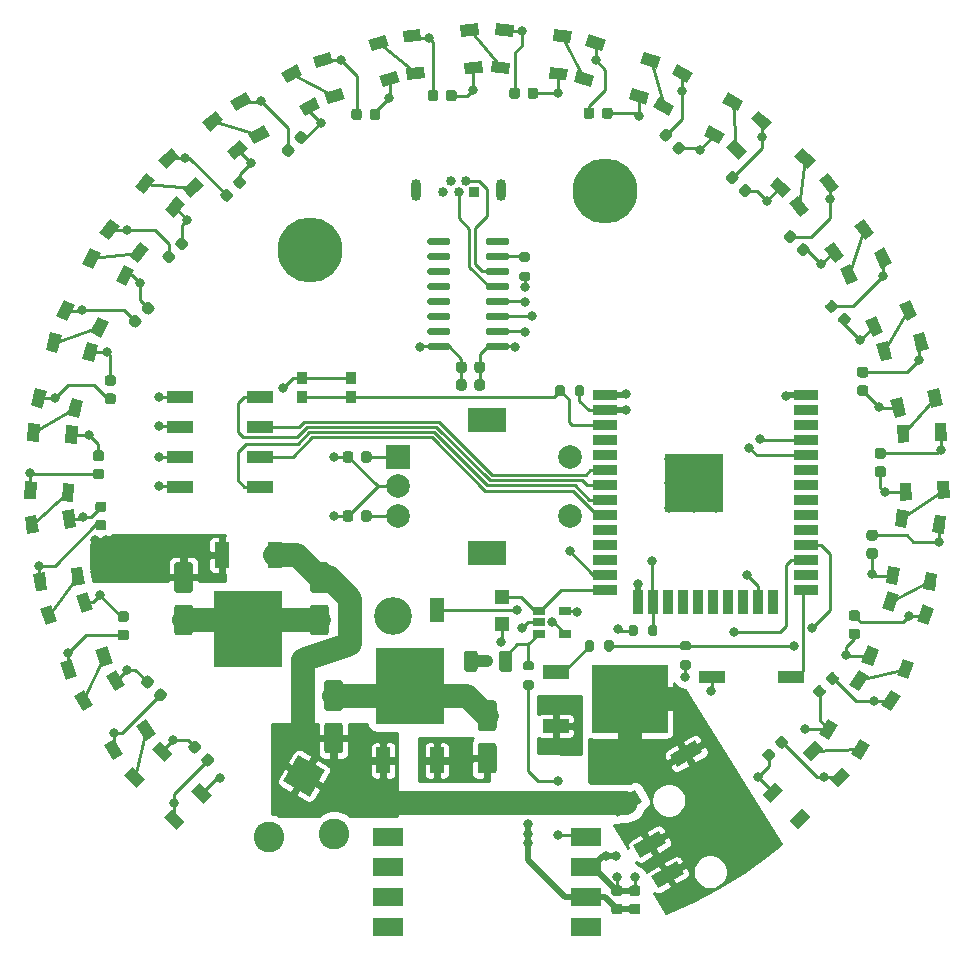
<source format=gbr>
%TF.GenerationSoftware,KiCad,Pcbnew,(5.1.9)-1*%
%TF.CreationDate,2021-08-26T18:30:52+02:00*%
%TF.ProjectId,nogasm,6e6f6761-736d-42e6-9b69-6361645f7063,rev?*%
%TF.SameCoordinates,Original*%
%TF.FileFunction,Copper,L1,Top*%
%TF.FilePolarity,Positive*%
%FSLAX46Y46*%
G04 Gerber Fmt 4.6, Leading zero omitted, Abs format (unit mm)*
G04 Created by KiCad (PCBNEW (5.1.9)-1) date 2021-08-26 18:30:52*
%MOMM*%
%LPD*%
G01*
G04 APERTURE LIST*
%TA.AperFunction,ComponentPad*%
%ADD10O,0.850000X1.850000*%
%TD*%
%TA.AperFunction,ComponentPad*%
%ADD11C,0.840000*%
%TD*%
%TA.AperFunction,ComponentPad*%
%ADD12R,0.840000X0.840000*%
%TD*%
%TA.AperFunction,SMDPad,CuDef*%
%ADD13R,2.000000X0.900000*%
%TD*%
%TA.AperFunction,SMDPad,CuDef*%
%ADD14R,0.900000X2.000000*%
%TD*%
%TA.AperFunction,SMDPad,CuDef*%
%ADD15R,5.000000X5.000000*%
%TD*%
%TA.AperFunction,SMDPad,CuDef*%
%ADD16R,1.060000X0.650000*%
%TD*%
%TA.AperFunction,SMDPad,CuDef*%
%ADD17R,5.800000X6.400000*%
%TD*%
%TA.AperFunction,SMDPad,CuDef*%
%ADD18R,1.200000X2.200000*%
%TD*%
%TA.AperFunction,SMDPad,CuDef*%
%ADD19R,2.540000X1.524000*%
%TD*%
%TA.AperFunction,SMDPad,CuDef*%
%ADD20R,2.160000X1.120000*%
%TD*%
%TA.AperFunction,ComponentPad*%
%ADD21R,2.000000X2.000000*%
%TD*%
%TA.AperFunction,ComponentPad*%
%ADD22C,2.000000*%
%TD*%
%TA.AperFunction,ComponentPad*%
%ADD23R,3.200000X2.000000*%
%TD*%
%TA.AperFunction,SMDPad,CuDef*%
%ADD24R,0.900000X1.000000*%
%TD*%
%TA.AperFunction,SMDPad,CuDef*%
%ADD25R,1.300000X1.300000*%
%TD*%
%TA.AperFunction,SMDPad,CuDef*%
%ADD26R,1.300000X2.000000*%
%TD*%
%TA.AperFunction,SMDPad,CuDef*%
%ADD27R,6.400000X5.800000*%
%TD*%
%TA.AperFunction,SMDPad,CuDef*%
%ADD28R,2.200000X1.200000*%
%TD*%
%TA.AperFunction,SMDPad,CuDef*%
%ADD29C,0.100000*%
%TD*%
%TA.AperFunction,ComponentPad*%
%ADD30C,2.600000*%
%TD*%
%TA.AperFunction,ComponentPad*%
%ADD31C,0.100000*%
%TD*%
%TA.AperFunction,ViaPad*%
%ADD32C,5.500000*%
%TD*%
%TA.AperFunction,ViaPad*%
%ADD33C,3.200000*%
%TD*%
%TA.AperFunction,ViaPad*%
%ADD34C,0.800000*%
%TD*%
%TA.AperFunction,Conductor*%
%ADD35C,0.250000*%
%TD*%
%TA.AperFunction,Conductor*%
%ADD36C,0.500000*%
%TD*%
%TA.AperFunction,Conductor*%
%ADD37C,2.000000*%
%TD*%
%TA.AperFunction,Conductor*%
%ADD38C,1.000000*%
%TD*%
%TA.AperFunction,Conductor*%
%ADD39C,0.254000*%
%TD*%
%TA.AperFunction,Conductor*%
%ADD40C,0.100000*%
%TD*%
G04 APERTURE END LIST*
D10*
%TO.P,J3,6*%
%TO.N,GND*%
X134025000Y-64880000D03*
X141175000Y-64880000D03*
D11*
%TO.P,J3,5*%
X136300000Y-65100000D03*
%TO.P,J3,4*%
%TO.N,Net-(J3-Pad4)*%
X136950000Y-64100000D03*
%TO.P,J3,3*%
%TO.N,Net-(J3-Pad3)*%
X137600000Y-65100000D03*
%TO.P,J3,2*%
%TO.N,Net-(J3-Pad2)*%
X138250000Y-64100000D03*
D12*
%TO.P,J3,1*%
%TO.N,Net-(J3-Pad1)*%
X138900000Y-65100000D03*
%TD*%
D13*
%TO.P,U5,38*%
%TO.N,GND*%
X167000000Y-82245000D03*
%TO.P,U5,37*%
%TO.N,Net-(U5-Pad37)*%
X167000000Y-83515000D03*
%TO.P,U5,36*%
%TO.N,Net-(U5-Pad36)*%
X167000000Y-84785000D03*
%TO.P,U5,35*%
%TO.N,/TX_ESP*%
X167000000Y-86055000D03*
%TO.P,U5,34*%
%TO.N,/RX_ESP*%
X167000000Y-87325000D03*
%TO.P,U5,33*%
%TO.N,Net-(U5-Pad33)*%
X167000000Y-88595000D03*
%TO.P,U5,32*%
%TO.N,Net-(U5-Pad32)*%
X167000000Y-89865000D03*
%TO.P,U5,31*%
%TO.N,Net-(U5-Pad31)*%
X167000000Y-91135000D03*
%TO.P,U5,30*%
%TO.N,Net-(U5-Pad30)*%
X167000000Y-92405000D03*
%TO.P,U5,29*%
%TO.N,Net-(U5-Pad29)*%
X167000000Y-93675000D03*
%TO.P,U5,28*%
%TO.N,/Motor*%
X167000000Y-94945000D03*
%TO.P,U5,27*%
%TO.N,/LED*%
X167000000Y-96215000D03*
%TO.P,U5,26*%
%TO.N,Net-(U5-Pad26)*%
X167000000Y-97485000D03*
%TO.P,U5,25*%
%TO.N,/IO0*%
X167000000Y-98755000D03*
D14*
%TO.P,U5,24*%
%TO.N,Net-(U5-Pad24)*%
X164215000Y-99755000D03*
%TO.P,U5,23*%
%TO.N,/ENC_B*%
X162945000Y-99755000D03*
%TO.P,U5,22*%
%TO.N,Net-(U5-Pad22)*%
X161675000Y-99755000D03*
%TO.P,U5,21*%
%TO.N,Net-(U5-Pad21)*%
X160405000Y-99755000D03*
%TO.P,U5,20*%
%TO.N,Net-(U5-Pad20)*%
X159135000Y-99755000D03*
%TO.P,U5,19*%
%TO.N,Net-(U5-Pad19)*%
X157865000Y-99755000D03*
%TO.P,U5,18*%
%TO.N,Net-(U5-Pad18)*%
X156595000Y-99755000D03*
%TO.P,U5,17*%
%TO.N,Net-(U5-Pad17)*%
X155325000Y-99755000D03*
%TO.P,U5,16*%
%TO.N,/ENC_SW*%
X154055000Y-99755000D03*
%TO.P,U5,15*%
%TO.N,GND*%
X152785000Y-99755000D03*
D13*
%TO.P,U5,14*%
%TO.N,/PRESSURE*%
X150000000Y-98755000D03*
%TO.P,U5,13*%
%TO.N,/ENC_A*%
X150000000Y-97485000D03*
%TO.P,U5,12*%
%TO.N,Net-(U5-Pad12)*%
X150000000Y-96215000D03*
%TO.P,U5,11*%
%TO.N,Net-(U5-Pad11)*%
X150000000Y-94945000D03*
%TO.P,U5,10*%
%TO.N,Net-(U5-Pad10)*%
X150000000Y-93675000D03*
%TO.P,U5,9*%
%TO.N,Net-(SW3-Pad2)*%
X150000000Y-92405000D03*
%TO.P,U5,8*%
%TO.N,Net-(SW3-Pad1)*%
X150000000Y-91135000D03*
%TO.P,U5,7*%
%TO.N,Net-(SW3-Pad4)*%
X150000000Y-89865000D03*
%TO.P,U5,6*%
%TO.N,Net-(SW3-Pad3)*%
X150000000Y-88595000D03*
%TO.P,U5,5*%
%TO.N,Net-(U5-Pad5)*%
X150000000Y-87325000D03*
%TO.P,U5,4*%
%TO.N,Net-(U5-Pad4)*%
X150000000Y-86055000D03*
%TO.P,U5,3*%
%TO.N,/EN*%
X150000000Y-84785000D03*
%TO.P,U5,2*%
%TO.N,+3V3*%
X150000000Y-83515000D03*
%TO.P,U5,1*%
%TO.N,GND*%
X150000000Y-82245000D03*
D15*
%TO.P,U5,39*%
X157500000Y-89745000D03*
%TD*%
%TO.P,U6,16*%
%TO.N,+3V3*%
%TA.AperFunction,SMDPad,CuDef*%
G36*
G01*
X136900000Y-77995000D02*
X136900000Y-78295000D01*
G75*
G02*
X136750000Y-78445000I-150000J0D01*
G01*
X135100000Y-78445000D01*
G75*
G02*
X134950000Y-78295000I0J150000D01*
G01*
X134950000Y-77995000D01*
G75*
G02*
X135100000Y-77845000I150000J0D01*
G01*
X136750000Y-77845000D01*
G75*
G02*
X136900000Y-77995000I0J-150000D01*
G01*
G37*
%TD.AperFunction*%
%TO.P,U6,15*%
%TO.N,Net-(U6-Pad15)*%
%TA.AperFunction,SMDPad,CuDef*%
G36*
G01*
X136900000Y-76725000D02*
X136900000Y-77025000D01*
G75*
G02*
X136750000Y-77175000I-150000J0D01*
G01*
X135100000Y-77175000D01*
G75*
G02*
X134950000Y-77025000I0J150000D01*
G01*
X134950000Y-76725000D01*
G75*
G02*
X135100000Y-76575000I150000J0D01*
G01*
X136750000Y-76575000D01*
G75*
G02*
X136900000Y-76725000I0J-150000D01*
G01*
G37*
%TD.AperFunction*%
%TO.P,U6,14*%
%TO.N,Net-(U6-Pad14)*%
%TA.AperFunction,SMDPad,CuDef*%
G36*
G01*
X136900000Y-75455000D02*
X136900000Y-75755000D01*
G75*
G02*
X136750000Y-75905000I-150000J0D01*
G01*
X135100000Y-75905000D01*
G75*
G02*
X134950000Y-75755000I0J150000D01*
G01*
X134950000Y-75455000D01*
G75*
G02*
X135100000Y-75305000I150000J0D01*
G01*
X136750000Y-75305000D01*
G75*
G02*
X136900000Y-75455000I0J-150000D01*
G01*
G37*
%TD.AperFunction*%
%TO.P,U6,13*%
%TO.N,Net-(U6-Pad13)*%
%TA.AperFunction,SMDPad,CuDef*%
G36*
G01*
X136900000Y-74185000D02*
X136900000Y-74485000D01*
G75*
G02*
X136750000Y-74635000I-150000J0D01*
G01*
X135100000Y-74635000D01*
G75*
G02*
X134950000Y-74485000I0J150000D01*
G01*
X134950000Y-74185000D01*
G75*
G02*
X135100000Y-74035000I150000J0D01*
G01*
X136750000Y-74035000D01*
G75*
G02*
X136900000Y-74185000I0J-150000D01*
G01*
G37*
%TD.AperFunction*%
%TO.P,U6,12*%
%TO.N,Net-(U6-Pad12)*%
%TA.AperFunction,SMDPad,CuDef*%
G36*
G01*
X136900000Y-72915000D02*
X136900000Y-73215000D01*
G75*
G02*
X136750000Y-73365000I-150000J0D01*
G01*
X135100000Y-73365000D01*
G75*
G02*
X134950000Y-73215000I0J150000D01*
G01*
X134950000Y-72915000D01*
G75*
G02*
X135100000Y-72765000I150000J0D01*
G01*
X136750000Y-72765000D01*
G75*
G02*
X136900000Y-72915000I0J-150000D01*
G01*
G37*
%TD.AperFunction*%
%TO.P,U6,11*%
%TO.N,Net-(U6-Pad11)*%
%TA.AperFunction,SMDPad,CuDef*%
G36*
G01*
X136900000Y-71645000D02*
X136900000Y-71945000D01*
G75*
G02*
X136750000Y-72095000I-150000J0D01*
G01*
X135100000Y-72095000D01*
G75*
G02*
X134950000Y-71945000I0J150000D01*
G01*
X134950000Y-71645000D01*
G75*
G02*
X135100000Y-71495000I150000J0D01*
G01*
X136750000Y-71495000D01*
G75*
G02*
X136900000Y-71645000I0J-150000D01*
G01*
G37*
%TD.AperFunction*%
%TO.P,U6,10*%
%TO.N,Net-(U6-Pad10)*%
%TA.AperFunction,SMDPad,CuDef*%
G36*
G01*
X136900000Y-70375000D02*
X136900000Y-70675000D01*
G75*
G02*
X136750000Y-70825000I-150000J0D01*
G01*
X135100000Y-70825000D01*
G75*
G02*
X134950000Y-70675000I0J150000D01*
G01*
X134950000Y-70375000D01*
G75*
G02*
X135100000Y-70225000I150000J0D01*
G01*
X136750000Y-70225000D01*
G75*
G02*
X136900000Y-70375000I0J-150000D01*
G01*
G37*
%TD.AperFunction*%
%TO.P,U6,9*%
%TO.N,Net-(U6-Pad9)*%
%TA.AperFunction,SMDPad,CuDef*%
G36*
G01*
X136900000Y-69105000D02*
X136900000Y-69405000D01*
G75*
G02*
X136750000Y-69555000I-150000J0D01*
G01*
X135100000Y-69555000D01*
G75*
G02*
X134950000Y-69405000I0J150000D01*
G01*
X134950000Y-69105000D01*
G75*
G02*
X135100000Y-68955000I150000J0D01*
G01*
X136750000Y-68955000D01*
G75*
G02*
X136900000Y-69105000I0J-150000D01*
G01*
G37*
%TD.AperFunction*%
%TO.P,U6,8*%
%TO.N,Net-(U6-Pad8)*%
%TA.AperFunction,SMDPad,CuDef*%
G36*
G01*
X141850000Y-69105000D02*
X141850000Y-69405000D01*
G75*
G02*
X141700000Y-69555000I-150000J0D01*
G01*
X140050000Y-69555000D01*
G75*
G02*
X139900000Y-69405000I0J150000D01*
G01*
X139900000Y-69105000D01*
G75*
G02*
X140050000Y-68955000I150000J0D01*
G01*
X141700000Y-68955000D01*
G75*
G02*
X141850000Y-69105000I0J-150000D01*
G01*
G37*
%TD.AperFunction*%
%TO.P,U6,7*%
%TO.N,Net-(R6-Pad1)*%
%TA.AperFunction,SMDPad,CuDef*%
G36*
G01*
X141850000Y-70375000D02*
X141850000Y-70675000D01*
G75*
G02*
X141700000Y-70825000I-150000J0D01*
G01*
X140050000Y-70825000D01*
G75*
G02*
X139900000Y-70675000I0J150000D01*
G01*
X139900000Y-70375000D01*
G75*
G02*
X140050000Y-70225000I150000J0D01*
G01*
X141700000Y-70225000D01*
G75*
G02*
X141850000Y-70375000I0J-150000D01*
G01*
G37*
%TD.AperFunction*%
%TO.P,U6,6*%
%TO.N,Net-(J3-Pad2)*%
%TA.AperFunction,SMDPad,CuDef*%
G36*
G01*
X141850000Y-71645000D02*
X141850000Y-71945000D01*
G75*
G02*
X141700000Y-72095000I-150000J0D01*
G01*
X140050000Y-72095000D01*
G75*
G02*
X139900000Y-71945000I0J150000D01*
G01*
X139900000Y-71645000D01*
G75*
G02*
X140050000Y-71495000I150000J0D01*
G01*
X141700000Y-71495000D01*
G75*
G02*
X141850000Y-71645000I0J-150000D01*
G01*
G37*
%TD.AperFunction*%
%TO.P,U6,5*%
%TO.N,Net-(J3-Pad3)*%
%TA.AperFunction,SMDPad,CuDef*%
G36*
G01*
X141850000Y-72915000D02*
X141850000Y-73215000D01*
G75*
G02*
X141700000Y-73365000I-150000J0D01*
G01*
X140050000Y-73365000D01*
G75*
G02*
X139900000Y-73215000I0J150000D01*
G01*
X139900000Y-72915000D01*
G75*
G02*
X140050000Y-72765000I150000J0D01*
G01*
X141700000Y-72765000D01*
G75*
G02*
X141850000Y-72915000I0J-150000D01*
G01*
G37*
%TD.AperFunction*%
%TO.P,U6,4*%
%TO.N,+3V3*%
%TA.AperFunction,SMDPad,CuDef*%
G36*
G01*
X141850000Y-74185000D02*
X141850000Y-74485000D01*
G75*
G02*
X141700000Y-74635000I-150000J0D01*
G01*
X140050000Y-74635000D01*
G75*
G02*
X139900000Y-74485000I0J150000D01*
G01*
X139900000Y-74185000D01*
G75*
G02*
X140050000Y-74035000I150000J0D01*
G01*
X141700000Y-74035000D01*
G75*
G02*
X141850000Y-74185000I0J-150000D01*
G01*
G37*
%TD.AperFunction*%
%TO.P,U6,3*%
%TO.N,/TX_ESP*%
%TA.AperFunction,SMDPad,CuDef*%
G36*
G01*
X141850000Y-75455000D02*
X141850000Y-75755000D01*
G75*
G02*
X141700000Y-75905000I-150000J0D01*
G01*
X140050000Y-75905000D01*
G75*
G02*
X139900000Y-75755000I0J150000D01*
G01*
X139900000Y-75455000D01*
G75*
G02*
X140050000Y-75305000I150000J0D01*
G01*
X141700000Y-75305000D01*
G75*
G02*
X141850000Y-75455000I0J-150000D01*
G01*
G37*
%TD.AperFunction*%
%TO.P,U6,2*%
%TO.N,/RX_ESP*%
%TA.AperFunction,SMDPad,CuDef*%
G36*
G01*
X141850000Y-76725000D02*
X141850000Y-77025000D01*
G75*
G02*
X141700000Y-77175000I-150000J0D01*
G01*
X140050000Y-77175000D01*
G75*
G02*
X139900000Y-77025000I0J150000D01*
G01*
X139900000Y-76725000D01*
G75*
G02*
X140050000Y-76575000I150000J0D01*
G01*
X141700000Y-76575000D01*
G75*
G02*
X141850000Y-76725000I0J-150000D01*
G01*
G37*
%TD.AperFunction*%
%TO.P,U6,1*%
%TO.N,GND*%
%TA.AperFunction,SMDPad,CuDef*%
G36*
G01*
X141850000Y-77995000D02*
X141850000Y-78295000D01*
G75*
G02*
X141700000Y-78445000I-150000J0D01*
G01*
X140050000Y-78445000D01*
G75*
G02*
X139900000Y-78295000I0J150000D01*
G01*
X139900000Y-77995000D01*
G75*
G02*
X140050000Y-77845000I150000J0D01*
G01*
X141700000Y-77845000D01*
G75*
G02*
X141850000Y-77995000I0J-150000D01*
G01*
G37*
%TD.AperFunction*%
%TD*%
%TO.P,R6,2*%
%TO.N,+3V3*%
%TA.AperFunction,SMDPad,CuDef*%
G36*
G01*
X142925000Y-71825000D02*
X143475000Y-71825000D01*
G75*
G02*
X143675000Y-72025000I0J-200000D01*
G01*
X143675000Y-72425000D01*
G75*
G02*
X143475000Y-72625000I-200000J0D01*
G01*
X142925000Y-72625000D01*
G75*
G02*
X142725000Y-72425000I0J200000D01*
G01*
X142725000Y-72025000D01*
G75*
G02*
X142925000Y-71825000I200000J0D01*
G01*
G37*
%TD.AperFunction*%
%TO.P,R6,1*%
%TO.N,Net-(R6-Pad1)*%
%TA.AperFunction,SMDPad,CuDef*%
G36*
G01*
X142925000Y-70175000D02*
X143475000Y-70175000D01*
G75*
G02*
X143675000Y-70375000I0J-200000D01*
G01*
X143675000Y-70775000D01*
G75*
G02*
X143475000Y-70975000I-200000J0D01*
G01*
X142925000Y-70975000D01*
G75*
G02*
X142725000Y-70775000I0J200000D01*
G01*
X142725000Y-70375000D01*
G75*
G02*
X142925000Y-70175000I200000J0D01*
G01*
G37*
%TD.AperFunction*%
%TD*%
%TO.P,C35,2*%
%TO.N,GND*%
%TA.AperFunction,SMDPad,CuDef*%
G36*
G01*
X138925000Y-81650000D02*
X138925000Y-81150000D01*
G75*
G02*
X139150000Y-80925000I225000J0D01*
G01*
X139600000Y-80925000D01*
G75*
G02*
X139825000Y-81150000I0J-225000D01*
G01*
X139825000Y-81650000D01*
G75*
G02*
X139600000Y-81875000I-225000J0D01*
G01*
X139150000Y-81875000D01*
G75*
G02*
X138925000Y-81650000I0J225000D01*
G01*
G37*
%TD.AperFunction*%
%TO.P,C35,1*%
%TO.N,+3V3*%
%TA.AperFunction,SMDPad,CuDef*%
G36*
G01*
X137375000Y-81650000D02*
X137375000Y-81150000D01*
G75*
G02*
X137600000Y-80925000I225000J0D01*
G01*
X138050000Y-80925000D01*
G75*
G02*
X138275000Y-81150000I0J-225000D01*
G01*
X138275000Y-81650000D01*
G75*
G02*
X138050000Y-81875000I-225000J0D01*
G01*
X137600000Y-81875000D01*
G75*
G02*
X137375000Y-81650000I0J225000D01*
G01*
G37*
%TD.AperFunction*%
%TD*%
%TO.P,C34,2*%
%TO.N,GND*%
%TA.AperFunction,SMDPad,CuDef*%
G36*
G01*
X138925000Y-80150000D02*
X138925000Y-79650000D01*
G75*
G02*
X139150000Y-79425000I225000J0D01*
G01*
X139600000Y-79425000D01*
G75*
G02*
X139825000Y-79650000I0J-225000D01*
G01*
X139825000Y-80150000D01*
G75*
G02*
X139600000Y-80375000I-225000J0D01*
G01*
X139150000Y-80375000D01*
G75*
G02*
X138925000Y-80150000I0J225000D01*
G01*
G37*
%TD.AperFunction*%
%TO.P,C34,1*%
%TO.N,+3V3*%
%TA.AperFunction,SMDPad,CuDef*%
G36*
G01*
X137375000Y-80150000D02*
X137375000Y-79650000D01*
G75*
G02*
X137600000Y-79425000I225000J0D01*
G01*
X138050000Y-79425000D01*
G75*
G02*
X138275000Y-79650000I0J-225000D01*
G01*
X138275000Y-80150000D01*
G75*
G02*
X138050000Y-80375000I-225000J0D01*
G01*
X137600000Y-80375000D01*
G75*
G02*
X137375000Y-80150000I0J225000D01*
G01*
G37*
%TD.AperFunction*%
%TD*%
%TO.P,C7,2*%
%TO.N,GND*%
%TA.AperFunction,SMDPad,CuDef*%
G36*
G01*
X140550000Y-110700000D02*
X139450000Y-110700000D01*
G75*
G02*
X139200000Y-110450000I0J250000D01*
G01*
X139200000Y-108350000D01*
G75*
G02*
X139450000Y-108100000I250000J0D01*
G01*
X140550000Y-108100000D01*
G75*
G02*
X140800000Y-108350000I0J-250000D01*
G01*
X140800000Y-110450000D01*
G75*
G02*
X140550000Y-110700000I-250000J0D01*
G01*
G37*
%TD.AperFunction*%
%TO.P,C7,1*%
%TO.N,+3V3*%
%TA.AperFunction,SMDPad,CuDef*%
G36*
G01*
X140550000Y-114300000D02*
X139450000Y-114300000D01*
G75*
G02*
X139200000Y-114050000I0J250000D01*
G01*
X139200000Y-111950000D01*
G75*
G02*
X139450000Y-111700000I250000J0D01*
G01*
X140550000Y-111700000D01*
G75*
G02*
X140800000Y-111950000I0J-250000D01*
G01*
X140800000Y-114050000D01*
G75*
G02*
X140550000Y-114300000I-250000J0D01*
G01*
G37*
%TD.AperFunction*%
%TD*%
%TO.P,C5,2*%
%TO.N,GND*%
%TA.AperFunction,SMDPad,CuDef*%
G36*
G01*
X127550000Y-109000000D02*
X126450000Y-109000000D01*
G75*
G02*
X126200000Y-108750000I0J250000D01*
G01*
X126200000Y-106650000D01*
G75*
G02*
X126450000Y-106400000I250000J0D01*
G01*
X127550000Y-106400000D01*
G75*
G02*
X127800000Y-106650000I0J-250000D01*
G01*
X127800000Y-108750000D01*
G75*
G02*
X127550000Y-109000000I-250000J0D01*
G01*
G37*
%TD.AperFunction*%
%TO.P,C5,1*%
%TO.N,+12V*%
%TA.AperFunction,SMDPad,CuDef*%
G36*
G01*
X127550000Y-112600000D02*
X126450000Y-112600000D01*
G75*
G02*
X126200000Y-112350000I0J250000D01*
G01*
X126200000Y-110250000D01*
G75*
G02*
X126450000Y-110000000I250000J0D01*
G01*
X127550000Y-110000000D01*
G75*
G02*
X127800000Y-110250000I0J-250000D01*
G01*
X127800000Y-112350000D01*
G75*
G02*
X127550000Y-112600000I-250000J0D01*
G01*
G37*
%TD.AperFunction*%
%TD*%
%TO.P,C4,2*%
%TO.N,GND*%
%TA.AperFunction,SMDPad,CuDef*%
G36*
G01*
X113750000Y-100000000D02*
X114850000Y-100000000D01*
G75*
G02*
X115100000Y-100250000I0J-250000D01*
G01*
X115100000Y-102350000D01*
G75*
G02*
X114850000Y-102600000I-250000J0D01*
G01*
X113750000Y-102600000D01*
G75*
G02*
X113500000Y-102350000I0J250000D01*
G01*
X113500000Y-100250000D01*
G75*
G02*
X113750000Y-100000000I250000J0D01*
G01*
G37*
%TD.AperFunction*%
%TO.P,C4,1*%
%TO.N,+5V*%
%TA.AperFunction,SMDPad,CuDef*%
G36*
G01*
X113750000Y-96400000D02*
X114850000Y-96400000D01*
G75*
G02*
X115100000Y-96650000I0J-250000D01*
G01*
X115100000Y-98750000D01*
G75*
G02*
X114850000Y-99000000I-250000J0D01*
G01*
X113750000Y-99000000D01*
G75*
G02*
X113500000Y-98750000I0J250000D01*
G01*
X113500000Y-96650000D01*
G75*
G02*
X113750000Y-96400000I250000J0D01*
G01*
G37*
%TD.AperFunction*%
%TD*%
%TO.P,C2,2*%
%TO.N,GND*%
%TA.AperFunction,SMDPad,CuDef*%
G36*
G01*
X125250000Y-100000000D02*
X126350000Y-100000000D01*
G75*
G02*
X126600000Y-100250000I0J-250000D01*
G01*
X126600000Y-102350000D01*
G75*
G02*
X126350000Y-102600000I-250000J0D01*
G01*
X125250000Y-102600000D01*
G75*
G02*
X125000000Y-102350000I0J250000D01*
G01*
X125000000Y-100250000D01*
G75*
G02*
X125250000Y-100000000I250000J0D01*
G01*
G37*
%TD.AperFunction*%
%TO.P,C2,1*%
%TO.N,+12V*%
%TA.AperFunction,SMDPad,CuDef*%
G36*
G01*
X125250000Y-96400000D02*
X126350000Y-96400000D01*
G75*
G02*
X126600000Y-96650000I0J-250000D01*
G01*
X126600000Y-98750000D01*
G75*
G02*
X126350000Y-99000000I-250000J0D01*
G01*
X125250000Y-99000000D01*
G75*
G02*
X125000000Y-98750000I0J250000D01*
G01*
X125000000Y-96650000D01*
G75*
G02*
X125250000Y-96400000I250000J0D01*
G01*
G37*
%TD.AperFunction*%
%TD*%
D16*
%TO.P,U4,5*%
%TO.N,GND*%
X146600000Y-100550000D03*
%TO.P,U4,4*%
%TO.N,Net-(RV1-Pad2)*%
X146600000Y-102450000D03*
%TO.P,U4,3*%
%TO.N,Net-(C6-Pad1)*%
X144400000Y-102450000D03*
%TO.P,U4,2*%
%TO.N,+3V3*%
X144400000Y-101500000D03*
%TO.P,U4,1*%
%TO.N,/PRESSURE*%
X144400000Y-100550000D03*
%TD*%
D17*
%TO.P,U3,2*%
%TO.N,GND*%
X133475000Y-106900000D03*
D18*
%TO.P,U3,3*%
%TO.N,+3V3*%
X135755000Y-113200000D03*
%TO.P,U3,1*%
%TO.N,+12V*%
X131195000Y-113200000D03*
%TD*%
D17*
%TO.P,U2,2*%
%TO.N,GND*%
X119800000Y-102100000D03*
D18*
%TO.P,U2,3*%
%TO.N,+5V*%
X117520000Y-95800000D03*
%TO.P,U2,1*%
%TO.N,+12V*%
X122080000Y-95800000D03*
%TD*%
D19*
%TO.P,U1,8*%
%TO.N,Net-(U1-Pad8)*%
X131618000Y-127310000D03*
%TO.P,U1,7*%
%TO.N,Net-(U1-Pad7)*%
X131618000Y-124770000D03*
%TO.P,U1,6*%
%TO.N,Net-(U1-Pad6)*%
X131618000Y-122230000D03*
%TO.P,U1,5*%
%TO.N,Net-(U1-Pad5)*%
X131618000Y-119690000D03*
%TO.P,U1,4*%
%TO.N,Net-(R1-Pad1)*%
X148382000Y-119690000D03*
%TO.P,U1,3*%
%TO.N,GND*%
X148382000Y-122230000D03*
%TO.P,U1,2*%
%TO.N,+3V3*%
X148382000Y-124770000D03*
%TO.P,U1,1*%
%TO.N,Net-(U1-Pad1)*%
X148382000Y-127310000D03*
%TD*%
D20*
%TO.P,SW4,2*%
%TO.N,GND*%
X159035000Y-106100000D03*
%TO.P,SW4,1*%
%TO.N,/IO0*%
X165765000Y-106100000D03*
%TD*%
%TO.P,SW3,8*%
%TO.N,GND*%
X114035000Y-90010000D03*
%TO.P,SW3,4*%
%TO.N,Net-(SW3-Pad4)*%
X120765000Y-82390000D03*
%TO.P,SW3,7*%
%TO.N,GND*%
X114035000Y-87470000D03*
%TO.P,SW3,3*%
%TO.N,Net-(SW3-Pad3)*%
X120765000Y-84930000D03*
%TO.P,SW3,6*%
%TO.N,GND*%
X114035000Y-84930000D03*
%TO.P,SW3,2*%
%TO.N,Net-(SW3-Pad2)*%
X120765000Y-87470000D03*
%TO.P,SW3,5*%
%TO.N,GND*%
X114035000Y-82390000D03*
%TO.P,SW3,1*%
%TO.N,Net-(SW3-Pad1)*%
X120765000Y-90010000D03*
%TD*%
D21*
%TO.P,SW2,A*%
%TO.N,/ENC_A*%
X132500000Y-87500000D03*
D22*
%TO.P,SW2,C*%
%TO.N,GND*%
X132500000Y-90000000D03*
%TO.P,SW2,B*%
%TO.N,/ENC_B*%
X132500000Y-92500000D03*
D23*
%TO.P,SW2,MP*%
%TO.N,N/C*%
X140000000Y-84400000D03*
X140000000Y-95600000D03*
D22*
%TO.P,SW2,S2*%
%TO.N,GND*%
X147000000Y-87500000D03*
%TO.P,SW2,S1*%
%TO.N,/ENC_SW*%
X147000000Y-92500000D03*
%TD*%
D24*
%TO.P,SW1,2*%
%TO.N,/EN*%
X128450000Y-82400000D03*
%TO.P,SW1,1*%
%TO.N,GND*%
X128450000Y-80800000D03*
%TO.P,SW1,2*%
%TO.N,/EN*%
X124350000Y-82400000D03*
%TO.P,SW1,1*%
%TO.N,GND*%
X124350000Y-80800000D03*
%TD*%
D25*
%TO.P,RV1,3*%
%TO.N,/PRESSURE*%
X141250000Y-99350000D03*
D26*
%TO.P,RV1,2*%
%TO.N,Net-(RV1-Pad2)*%
X135750000Y-100500000D03*
D25*
%TO.P,RV1,1*%
%TO.N,GND*%
X141250000Y-101650000D03*
%TD*%
%TO.P,R5,2*%
%TO.N,/ENC_SW*%
%TA.AperFunction,SMDPad,CuDef*%
G36*
G01*
X153625000Y-102475000D02*
X153625000Y-101925000D01*
G75*
G02*
X153825000Y-101725000I200000J0D01*
G01*
X154225000Y-101725000D01*
G75*
G02*
X154425000Y-101925000I0J-200000D01*
G01*
X154425000Y-102475000D01*
G75*
G02*
X154225000Y-102675000I-200000J0D01*
G01*
X153825000Y-102675000D01*
G75*
G02*
X153625000Y-102475000I0J200000D01*
G01*
G37*
%TD.AperFunction*%
%TO.P,R5,1*%
%TO.N,+3V3*%
%TA.AperFunction,SMDPad,CuDef*%
G36*
G01*
X151975000Y-102475000D02*
X151975000Y-101925000D01*
G75*
G02*
X152175000Y-101725000I200000J0D01*
G01*
X152575000Y-101725000D01*
G75*
G02*
X152775000Y-101925000I0J-200000D01*
G01*
X152775000Y-102475000D01*
G75*
G02*
X152575000Y-102675000I-200000J0D01*
G01*
X152175000Y-102675000D01*
G75*
G02*
X151975000Y-102475000I0J200000D01*
G01*
G37*
%TD.AperFunction*%
%TD*%
%TO.P,R4,2*%
%TO.N,+3V3*%
%TA.AperFunction,SMDPad,CuDef*%
G36*
G01*
X147425000Y-82175000D02*
X147425000Y-81625000D01*
G75*
G02*
X147625000Y-81425000I200000J0D01*
G01*
X148025000Y-81425000D01*
G75*
G02*
X148225000Y-81625000I0J-200000D01*
G01*
X148225000Y-82175000D01*
G75*
G02*
X148025000Y-82375000I-200000J0D01*
G01*
X147625000Y-82375000D01*
G75*
G02*
X147425000Y-82175000I0J200000D01*
G01*
G37*
%TD.AperFunction*%
%TO.P,R4,1*%
%TO.N,/EN*%
%TA.AperFunction,SMDPad,CuDef*%
G36*
G01*
X145775000Y-82175000D02*
X145775000Y-81625000D01*
G75*
G02*
X145975000Y-81425000I200000J0D01*
G01*
X146375000Y-81425000D01*
G75*
G02*
X146575000Y-81625000I0J-200000D01*
G01*
X146575000Y-82175000D01*
G75*
G02*
X146375000Y-82375000I-200000J0D01*
G01*
X145975000Y-82375000D01*
G75*
G02*
X145775000Y-82175000I0J200000D01*
G01*
G37*
%TD.AperFunction*%
%TD*%
%TO.P,R3,2*%
%TO.N,Net-(Q1-Pad1)*%
%TA.AperFunction,SMDPad,CuDef*%
G36*
G01*
X149075000Y-103225000D02*
X149075000Y-103775000D01*
G75*
G02*
X148875000Y-103975000I-200000J0D01*
G01*
X148475000Y-103975000D01*
G75*
G02*
X148275000Y-103775000I0J200000D01*
G01*
X148275000Y-103225000D01*
G75*
G02*
X148475000Y-103025000I200000J0D01*
G01*
X148875000Y-103025000D01*
G75*
G02*
X149075000Y-103225000I0J-200000D01*
G01*
G37*
%TD.AperFunction*%
%TO.P,R3,1*%
%TO.N,/Motor*%
%TA.AperFunction,SMDPad,CuDef*%
G36*
G01*
X150725000Y-103225000D02*
X150725000Y-103775000D01*
G75*
G02*
X150525000Y-103975000I-200000J0D01*
G01*
X150125000Y-103975000D01*
G75*
G02*
X149925000Y-103775000I0J200000D01*
G01*
X149925000Y-103225000D01*
G75*
G02*
X150125000Y-103025000I200000J0D01*
G01*
X150525000Y-103025000D01*
G75*
G02*
X150725000Y-103225000I0J-200000D01*
G01*
G37*
%TD.AperFunction*%
%TD*%
%TO.P,R2,2*%
%TO.N,/Motor*%
%TA.AperFunction,SMDPad,CuDef*%
G36*
G01*
X157075000Y-103875000D02*
X156525000Y-103875000D01*
G75*
G02*
X156325000Y-103675000I0J200000D01*
G01*
X156325000Y-103275000D01*
G75*
G02*
X156525000Y-103075000I200000J0D01*
G01*
X157075000Y-103075000D01*
G75*
G02*
X157275000Y-103275000I0J-200000D01*
G01*
X157275000Y-103675000D01*
G75*
G02*
X157075000Y-103875000I-200000J0D01*
G01*
G37*
%TD.AperFunction*%
%TO.P,R2,1*%
%TO.N,GND*%
%TA.AperFunction,SMDPad,CuDef*%
G36*
G01*
X157075000Y-105525000D02*
X156525000Y-105525000D01*
G75*
G02*
X156325000Y-105325000I0J200000D01*
G01*
X156325000Y-104925000D01*
G75*
G02*
X156525000Y-104725000I200000J0D01*
G01*
X157075000Y-104725000D01*
G75*
G02*
X157275000Y-104925000I0J-200000D01*
G01*
X157275000Y-105325000D01*
G75*
G02*
X157075000Y-105525000I-200000J0D01*
G01*
G37*
%TD.AperFunction*%
%TD*%
%TO.P,R1,2*%
%TO.N,Net-(C6-Pad1)*%
%TA.AperFunction,SMDPad,CuDef*%
G36*
G01*
X143775000Y-105575000D02*
X143225000Y-105575000D01*
G75*
G02*
X143025000Y-105375000I0J200000D01*
G01*
X143025000Y-104975000D01*
G75*
G02*
X143225000Y-104775000I200000J0D01*
G01*
X143775000Y-104775000D01*
G75*
G02*
X143975000Y-104975000I0J-200000D01*
G01*
X143975000Y-105375000D01*
G75*
G02*
X143775000Y-105575000I-200000J0D01*
G01*
G37*
%TD.AperFunction*%
%TO.P,R1,1*%
%TO.N,Net-(R1-Pad1)*%
%TA.AperFunction,SMDPad,CuDef*%
G36*
G01*
X143775000Y-107225000D02*
X143225000Y-107225000D01*
G75*
G02*
X143025000Y-107025000I0J200000D01*
G01*
X143025000Y-106625000D01*
G75*
G02*
X143225000Y-106425000I200000J0D01*
G01*
X143775000Y-106425000D01*
G75*
G02*
X143975000Y-106625000I0J-200000D01*
G01*
X143975000Y-107025000D01*
G75*
G02*
X143775000Y-107225000I-200000J0D01*
G01*
G37*
%TD.AperFunction*%
%TD*%
D27*
%TO.P,Q1,2*%
%TO.N,Net-(J2-PadR1)*%
X152100000Y-108000000D03*
D28*
%TO.P,Q1,3*%
%TO.N,GND*%
X145800000Y-110280000D03*
%TO.P,Q1,1*%
%TO.N,Net-(Q1-Pad1)*%
X145800000Y-105720000D03*
%TD*%
%TA.AperFunction,SMDPad,CuDef*%
D29*
%TO.P,J2,R2*%
%TO.N,Net-(J2-PadR1)*%
G36*
X156655449Y-122769246D02*
G01*
X154490385Y-124019246D01*
X153890385Y-122980016D01*
X156055449Y-121730016D01*
X156655449Y-122769246D01*
G37*
%TD.AperFunction*%
%TA.AperFunction,SMDPad,CuDef*%
%TO.P,J2,R1*%
G36*
X155155449Y-120171169D02*
G01*
X152990385Y-121421169D01*
X152390385Y-120381939D01*
X154555449Y-119131939D01*
X155155449Y-120171169D01*
G37*
%TD.AperFunction*%
%TA.AperFunction,SMDPad,CuDef*%
%TO.P,J2,T*%
%TO.N,+12V*%
G36*
X153155449Y-116707068D02*
G01*
X150990385Y-117957068D01*
X150390385Y-116917838D01*
X152555449Y-115667838D01*
X153155449Y-116707068D01*
G37*
%TD.AperFunction*%
%TA.AperFunction,SMDPad,CuDef*%
%TO.P,J2,S*%
%TO.N,Net-(J2-PadR1)*%
G36*
X158234615Y-112504440D02*
G01*
X156069551Y-113754440D01*
X155469551Y-112715210D01*
X157634615Y-111465210D01*
X158234615Y-112504440D01*
G37*
%TD.AperFunction*%
%TD*%
D30*
%TO.P,J1,3*%
%TO.N,N/C*%
X127070319Y-119448076D03*
%TO.P,J1,2*%
%TO.N,GND*%
X121500000Y-119696152D03*
%TA.AperFunction,ComponentPad*%
D31*
%TO.P,J1,1*%
%TO.N,+12V*%
G36*
X122724167Y-114975833D02*
G01*
X124024167Y-112724167D01*
X126275833Y-114024167D01*
X124975833Y-116275833D01*
X122724167Y-114975833D01*
G37*
%TD.AperFunction*%
%TD*%
%TA.AperFunction,SMDPad,CuDef*%
D29*
%TO.P,D24,1*%
%TO.N,+5V*%
G36*
X164025913Y-116817525D02*
G01*
X163302946Y-116126642D01*
X164339269Y-115042191D01*
X165062236Y-115733074D01*
X164025913Y-116817525D01*
G37*
%TD.AperFunction*%
%TA.AperFunction,SMDPad,CuDef*%
%TO.P,D24,2*%
%TO.N,/LEDS/Data-Out*%
G36*
X166339408Y-119028348D02*
G01*
X165616441Y-118337465D01*
X166652764Y-117253014D01*
X167375731Y-117943897D01*
X166339408Y-119028348D01*
G37*
%TD.AperFunction*%
%TA.AperFunction,SMDPad,CuDef*%
%TO.P,D24,4*%
%TO.N,Net-(D22-Pad2)*%
G36*
X167411236Y-113274986D02*
G01*
X166688269Y-112584103D01*
X167724592Y-111499652D01*
X168447559Y-112190535D01*
X167411236Y-113274986D01*
G37*
%TD.AperFunction*%
%TA.AperFunction,SMDPad,CuDef*%
%TO.P,D24,3*%
%TO.N,GND*%
G36*
X169724731Y-115485809D02*
G01*
X169001764Y-114794926D01*
X170038087Y-113710475D01*
X170761054Y-114401358D01*
X169724731Y-115485809D01*
G37*
%TD.AperFunction*%
%TD*%
%TA.AperFunction,SMDPad,CuDef*%
%TO.P,D23,1*%
%TO.N,+5V*%
G36*
X139536698Y-53979230D02*
G01*
X139632544Y-54974626D01*
X138139450Y-55118394D01*
X138043604Y-54122998D01*
X139536698Y-53979230D01*
G37*
%TD.AperFunction*%
%TA.AperFunction,SMDPad,CuDef*%
%TO.P,D23,2*%
%TO.N,Net-(D2-Pad4)*%
G36*
X139229991Y-50793962D02*
G01*
X139325837Y-51789358D01*
X137832743Y-51933126D01*
X137736897Y-50937730D01*
X139229991Y-50793962D01*
G37*
%TD.AperFunction*%
%TA.AperFunction,SMDPad,CuDef*%
%TO.P,D23,4*%
%TO.N,Net-(D21-Pad2)*%
G36*
X134659257Y-54448874D02*
G01*
X134755103Y-55444270D01*
X133262009Y-55588038D01*
X133166163Y-54592642D01*
X134659257Y-54448874D01*
G37*
%TD.AperFunction*%
%TA.AperFunction,SMDPad,CuDef*%
%TO.P,D23,3*%
%TO.N,GND*%
G36*
X134352550Y-51263606D02*
G01*
X134448396Y-52259002D01*
X132955302Y-52402770D01*
X132859456Y-51407374D01*
X134352550Y-51263606D01*
G37*
%TD.AperFunction*%
%TD*%
%TA.AperFunction,SMDPad,CuDef*%
%TO.P,D22,1*%
%TO.N,+5V*%
G36*
X168918690Y-111453252D02*
G01*
X168071568Y-110921853D01*
X168868666Y-109651170D01*
X169715788Y-110182569D01*
X168918690Y-111453252D01*
G37*
%TD.AperFunction*%
%TA.AperFunction,SMDPad,CuDef*%
%TO.P,D22,2*%
%TO.N,Net-(D22-Pad2)*%
G36*
X171629481Y-113153727D02*
G01*
X170782359Y-112622328D01*
X171579457Y-111351645D01*
X172426579Y-111883044D01*
X171629481Y-113153727D01*
G37*
%TD.AperFunction*%
%TA.AperFunction,SMDPad,CuDef*%
%TO.P,D22,4*%
%TO.N,Net-(D20-Pad2)*%
G36*
X171522543Y-107302355D02*
G01*
X170675421Y-106770956D01*
X171472519Y-105500273D01*
X172319641Y-106031672D01*
X171522543Y-107302355D01*
G37*
%TD.AperFunction*%
%TA.AperFunction,SMDPad,CuDef*%
%TO.P,D22,3*%
%TO.N,GND*%
G36*
X174233334Y-109002830D02*
G01*
X173386212Y-108471431D01*
X174183310Y-107200748D01*
X175030432Y-107732147D01*
X174233334Y-109002830D01*
G37*
%TD.AperFunction*%
%TD*%
%TA.AperFunction,SMDPad,CuDef*%
%TO.P,D21,1*%
%TO.N,+5V*%
G36*
X132318982Y-54803443D02*
G01*
X132613022Y-55759236D01*
X131179332Y-56200297D01*
X130885292Y-55244504D01*
X132318982Y-54803443D01*
G37*
%TD.AperFunction*%
%TA.AperFunction,SMDPad,CuDef*%
%TO.P,D21,2*%
%TO.N,Net-(D21-Pad2)*%
G36*
X131378053Y-51744905D02*
G01*
X131672093Y-52700698D01*
X130238403Y-53141759D01*
X129944363Y-52185966D01*
X131378053Y-51744905D01*
G37*
%TD.AperFunction*%
%TA.AperFunction,SMDPad,CuDef*%
%TO.P,D21,4*%
%TO.N,Net-(D19-Pad2)*%
G36*
X127635597Y-56244241D02*
G01*
X127929637Y-57200034D01*
X126495947Y-57641095D01*
X126201907Y-56685302D01*
X127635597Y-56244241D01*
G37*
%TD.AperFunction*%
%TA.AperFunction,SMDPad,CuDef*%
%TO.P,D21,3*%
%TO.N,GND*%
G36*
X126694668Y-53185703D02*
G01*
X126988708Y-54141496D01*
X125555018Y-54582557D01*
X125260978Y-53626764D01*
X126694668Y-53185703D01*
G37*
%TD.AperFunction*%
%TD*%
%TA.AperFunction,SMDPad,CuDef*%
%TO.P,D20,1*%
%TO.N,+5V*%
G36*
X172635997Y-105216123D02*
G01*
X171699324Y-104865915D01*
X172224635Y-103460907D01*
X173161308Y-103811115D01*
X172635997Y-105216123D01*
G37*
%TD.AperFunction*%
%TA.AperFunction,SMDPad,CuDef*%
%TO.P,D20,2*%
%TO.N,Net-(D20-Pad2)*%
G36*
X175633348Y-106336787D02*
G01*
X174696675Y-105986579D01*
X175221986Y-104581571D01*
X176158659Y-104931779D01*
X175633348Y-106336787D01*
G37*
%TD.AperFunction*%
%TA.AperFunction,SMDPad,CuDef*%
%TO.P,D20,4*%
%TO.N,Net-(D18-Pad2)*%
G36*
X174352014Y-100626429D02*
G01*
X173415341Y-100276221D01*
X173940652Y-98871213D01*
X174877325Y-99221421D01*
X174352014Y-100626429D01*
G37*
%TD.AperFunction*%
%TA.AperFunction,SMDPad,CuDef*%
%TO.P,D20,3*%
%TO.N,GND*%
G36*
X177349365Y-101747093D02*
G01*
X176412692Y-101396885D01*
X176938003Y-99991877D01*
X177874676Y-100342085D01*
X177349365Y-101747093D01*
G37*
%TD.AperFunction*%
%TD*%
%TA.AperFunction,SMDPad,CuDef*%
%TO.P,D19,1*%
%TO.N,+5V*%
G36*
X125413114Y-57058145D02*
G01*
X125893337Y-57935291D01*
X124577618Y-58655627D01*
X124097395Y-57778481D01*
X125413114Y-57058145D01*
G37*
%TD.AperFunction*%
%TA.AperFunction,SMDPad,CuDef*%
%TO.P,D19,2*%
%TO.N,Net-(D19-Pad2)*%
G36*
X123876399Y-54251278D02*
G01*
X124356622Y-55128424D01*
X123040903Y-55848760D01*
X122560680Y-54971614D01*
X123876399Y-54251278D01*
G37*
%TD.AperFunction*%
%TA.AperFunction,SMDPad,CuDef*%
%TO.P,D19,4*%
%TO.N,Net-(D17-Pad2)*%
G36*
X121115097Y-59411240D02*
G01*
X121595320Y-60288386D01*
X120279601Y-61008722D01*
X119799378Y-60131576D01*
X121115097Y-59411240D01*
G37*
%TD.AperFunction*%
%TA.AperFunction,SMDPad,CuDef*%
%TO.P,D19,3*%
%TO.N,GND*%
G36*
X119578382Y-56604373D02*
G01*
X120058605Y-57481519D01*
X118742886Y-58201855D01*
X118262663Y-57324709D01*
X119578382Y-56604373D01*
G37*
%TD.AperFunction*%
%TD*%
%TA.AperFunction,SMDPad,CuDef*%
%TO.P,D18,1*%
%TO.N,+5V*%
G36*
X174727171Y-98359290D02*
G01*
X173739211Y-98204580D01*
X173971277Y-96722640D01*
X174959237Y-96877350D01*
X174727171Y-98359290D01*
G37*
%TD.AperFunction*%
%TA.AperFunction,SMDPad,CuDef*%
%TO.P,D18,2*%
%TO.N,Net-(D18-Pad2)*%
G36*
X177888642Y-98854363D02*
G01*
X176900682Y-98699653D01*
X177132748Y-97217713D01*
X178120708Y-97372423D01*
X177888642Y-98854363D01*
G37*
%TD.AperFunction*%
%TA.AperFunction,SMDPad,CuDef*%
%TO.P,D18,4*%
%TO.N,Net-(D16-Pad2)*%
G36*
X175485252Y-93518287D02*
G01*
X174497292Y-93363577D01*
X174729358Y-91881637D01*
X175717318Y-92036347D01*
X175485252Y-93518287D01*
G37*
%TD.AperFunction*%
%TA.AperFunction,SMDPad,CuDef*%
%TO.P,D18,3*%
%TO.N,GND*%
G36*
X178646723Y-94013360D02*
G01*
X177658763Y-93858650D01*
X177890829Y-92376710D01*
X178878789Y-92531420D01*
X178646723Y-94013360D01*
G37*
%TD.AperFunction*%
%TD*%
%TA.AperFunction,SMDPad,CuDef*%
%TO.P,D17,1*%
%TO.N,+5V*%
G36*
X119100007Y-60653208D02*
G01*
X119746797Y-61415876D01*
X118602795Y-62386060D01*
X117956005Y-61623392D01*
X119100007Y-60653208D01*
G37*
%TD.AperFunction*%
%TA.AperFunction,SMDPad,CuDef*%
%TO.P,D17,2*%
%TO.N,Net-(D17-Pad2)*%
G36*
X117030280Y-58212670D02*
G01*
X117677070Y-58975338D01*
X116533068Y-59945522D01*
X115886278Y-59182854D01*
X117030280Y-58212670D01*
G37*
%TD.AperFunction*%
%TA.AperFunction,SMDPad,CuDef*%
%TO.P,D17,4*%
%TO.N,Net-(D15-Pad2)*%
G36*
X115362932Y-63822478D02*
G01*
X116009722Y-64585146D01*
X114865720Y-65555330D01*
X114218930Y-64792662D01*
X115362932Y-63822478D01*
G37*
%TD.AperFunction*%
%TA.AperFunction,SMDPad,CuDef*%
%TO.P,D17,3*%
%TO.N,GND*%
G36*
X113293205Y-61381940D02*
G01*
X113939995Y-62144608D01*
X112795993Y-63114792D01*
X112149203Y-62352124D01*
X113293205Y-61381940D01*
G37*
%TD.AperFunction*%
%TD*%
%TA.AperFunction,SMDPad,CuDef*%
%TO.P,D16,1*%
%TO.N,+5V*%
G36*
X175992962Y-91162265D02*
G01*
X174994072Y-91209372D01*
X174923412Y-89711037D01*
X175922302Y-89663930D01*
X175992962Y-91162265D01*
G37*
%TD.AperFunction*%
%TA.AperFunction,SMDPad,CuDef*%
%TO.P,D16,2*%
%TO.N,Net-(D16-Pad2)*%
G36*
X179189410Y-91011524D02*
G01*
X178190520Y-91058631D01*
X178119860Y-89560296D01*
X179118750Y-89513189D01*
X179189410Y-91011524D01*
G37*
%TD.AperFunction*%
%TA.AperFunction,SMDPad,CuDef*%
%TO.P,D16,4*%
%TO.N,Net-(D14-Pad2)*%
G36*
X175762140Y-86267704D02*
G01*
X174763250Y-86314811D01*
X174692590Y-84816476D01*
X175691480Y-84769369D01*
X175762140Y-86267704D01*
G37*
%TD.AperFunction*%
%TA.AperFunction,SMDPad,CuDef*%
%TO.P,D16,3*%
%TO.N,GND*%
G36*
X178958588Y-86116963D02*
G01*
X177959698Y-86164070D01*
X177889038Y-84665735D01*
X178887928Y-84618628D01*
X178958588Y-86116963D01*
G37*
%TD.AperFunction*%
%TD*%
%TA.AperFunction,SMDPad,CuDef*%
%TO.P,D15,1*%
%TO.N,+5V*%
G36*
X113636143Y-65441548D02*
G01*
X114423078Y-66058584D01*
X113497525Y-67238986D01*
X112710590Y-66621950D01*
X113636143Y-65441548D01*
G37*
%TD.AperFunction*%
%TA.AperFunction,SMDPad,CuDef*%
%TO.P,D15,2*%
%TO.N,Net-(D15-Pad2)*%
G36*
X111117951Y-63467033D02*
G01*
X111904886Y-64084069D01*
X110979333Y-65264471D01*
X110192398Y-64647435D01*
X111117951Y-63467033D01*
G37*
%TD.AperFunction*%
%TA.AperFunction,SMDPad,CuDef*%
%TO.P,D15,4*%
%TO.N,Net-(D13-Pad2)*%
G36*
X110612667Y-69297529D02*
G01*
X111399602Y-69914565D01*
X110474049Y-71094967D01*
X109687114Y-70477931D01*
X110612667Y-69297529D01*
G37*
%TD.AperFunction*%
%TA.AperFunction,SMDPad,CuDef*%
%TO.P,D15,3*%
%TO.N,GND*%
G36*
X108094475Y-67323014D02*
G01*
X108881410Y-67940050D01*
X107955857Y-69120452D01*
X107168922Y-68503416D01*
X108094475Y-67323014D01*
G37*
%TD.AperFunction*%
%TD*%
%TA.AperFunction,SMDPad,CuDef*%
%TO.P,D14,1*%
%TO.N,+5V*%
G36*
X175496479Y-83917549D02*
G01*
X174527463Y-84164548D01*
X174156965Y-82711025D01*
X175125981Y-82464026D01*
X175496479Y-83917549D01*
G37*
%TD.AperFunction*%
%TA.AperFunction,SMDPad,CuDef*%
%TO.P,D14,2*%
%TO.N,Net-(D14-Pad2)*%
G36*
X178597330Y-83127152D02*
G01*
X177628314Y-83374151D01*
X177257816Y-81920628D01*
X178226832Y-81673629D01*
X178597330Y-83127152D01*
G37*
%TD.AperFunction*%
%TA.AperFunction,SMDPad,CuDef*%
%TO.P,D14,4*%
%TO.N,Net-(D12-Pad2)*%
G36*
X174286184Y-79169372D02*
G01*
X173317168Y-79416371D01*
X172946670Y-77962848D01*
X173915686Y-77715849D01*
X174286184Y-79169372D01*
G37*
%TD.AperFunction*%
%TA.AperFunction,SMDPad,CuDef*%
%TO.P,D14,3*%
%TO.N,GND*%
G36*
X177387035Y-78378975D02*
G01*
X176418019Y-78625974D01*
X176047521Y-77172451D01*
X177016537Y-76925452D01*
X177387035Y-78378975D01*
G37*
%TD.AperFunction*%
%TD*%
%TA.AperFunction,SMDPad,CuDef*%
%TO.P,D13,1*%
%TO.N,+5V*%
G36*
X109244261Y-71227027D02*
G01*
X110139196Y-71673225D01*
X109469899Y-73015627D01*
X108574964Y-72569429D01*
X109244261Y-71227027D01*
G37*
%TD.AperFunction*%
%TA.AperFunction,SMDPad,CuDef*%
%TO.P,D13,2*%
%TO.N,Net-(D13-Pad2)*%
G36*
X106380471Y-69799194D02*
G01*
X107275406Y-70245392D01*
X106606109Y-71587794D01*
X105711174Y-71141596D01*
X106380471Y-69799194D01*
G37*
%TD.AperFunction*%
%TA.AperFunction,SMDPad,CuDef*%
%TO.P,D13,4*%
%TO.N,Net-(D11-Pad2)*%
G36*
X107057891Y-75612206D02*
G01*
X107952826Y-76058404D01*
X107283529Y-77400806D01*
X106388594Y-76954608D01*
X107057891Y-75612206D01*
G37*
%TD.AperFunction*%
%TA.AperFunction,SMDPad,CuDef*%
%TO.P,D13,3*%
%TO.N,GND*%
G36*
X104194101Y-74184373D02*
G01*
X105089036Y-74630571D01*
X104419739Y-75972973D01*
X103524804Y-75526775D01*
X104194101Y-74184373D01*
G37*
%TD.AperFunction*%
%TD*%
%TA.AperFunction,SMDPad,CuDef*%
%TO.P,D12,1*%
%TO.N,+5V*%
G36*
X173555252Y-76919066D02*
G01*
X172655694Y-77355868D01*
X172000492Y-76006532D01*
X172900050Y-75569730D01*
X173555252Y-76919066D01*
G37*
%TD.AperFunction*%
%TA.AperFunction,SMDPad,CuDef*%
%TO.P,D12,2*%
%TO.N,Net-(D12-Pad2)*%
G36*
X176433837Y-75521301D02*
G01*
X175534279Y-75958103D01*
X174879077Y-74608767D01*
X175778635Y-74171965D01*
X176433837Y-75521301D01*
G37*
%TD.AperFunction*%
%TA.AperFunction,SMDPad,CuDef*%
%TO.P,D12,4*%
%TO.N,Net-(D10-Pad2)*%
G36*
X171414923Y-72511233D02*
G01*
X170515365Y-72948035D01*
X169860163Y-71598699D01*
X170759721Y-71161897D01*
X171414923Y-72511233D01*
G37*
%TD.AperFunction*%
%TA.AperFunction,SMDPad,CuDef*%
%TO.P,D12,3*%
%TO.N,GND*%
G36*
X174293508Y-71113468D02*
G01*
X173393950Y-71550270D01*
X172738748Y-70200934D01*
X173638306Y-69764132D01*
X174293508Y-71113468D01*
G37*
%TD.AperFunction*%
%TD*%
%TA.AperFunction,SMDPad,CuDef*%
%TO.P,D11,1*%
%TO.N,+5V*%
G36*
X106102839Y-77780443D02*
G01*
X107069215Y-78037575D01*
X106683515Y-79487139D01*
X105717139Y-79230007D01*
X106102839Y-77780443D01*
G37*
%TD.AperFunction*%
%TA.AperFunction,SMDPad,CuDef*%
%TO.P,D11,2*%
%TO.N,Net-(D11-Pad2)*%
G36*
X103010436Y-76957618D02*
G01*
X103976812Y-77214750D01*
X103591112Y-78664314D01*
X102624736Y-78407182D01*
X103010436Y-76957618D01*
G37*
%TD.AperFunction*%
%TA.AperFunction,SMDPad,CuDef*%
%TO.P,D11,4*%
%TO.N,Net-(D11-Pad4)*%
G36*
X104842888Y-82515686D02*
G01*
X105809264Y-82772818D01*
X105423564Y-84222382D01*
X104457188Y-83965250D01*
X104842888Y-82515686D01*
G37*
%TD.AperFunction*%
%TA.AperFunction,SMDPad,CuDef*%
%TO.P,D11,3*%
%TO.N,GND*%
G36*
X101750485Y-81692861D02*
G01*
X102716861Y-81949993D01*
X102331161Y-83399557D01*
X101364785Y-83142425D01*
X101750485Y-81692861D01*
G37*
%TD.AperFunction*%
%TD*%
%TA.AperFunction,SMDPad,CuDef*%
%TO.P,D10,1*%
%TO.N,+5V*%
G36*
X170250348Y-70452368D02*
G01*
X169456994Y-71061130D01*
X168543852Y-69871100D01*
X169337206Y-69262338D01*
X170250348Y-70452368D01*
G37*
%TD.AperFunction*%
%TA.AperFunction,SMDPad,CuDef*%
%TO.P,D10,2*%
%TO.N,Net-(D10-Pad2)*%
G36*
X172789079Y-68504331D02*
G01*
X171995725Y-69113093D01*
X171082583Y-67923063D01*
X171875937Y-67314301D01*
X172789079Y-68504331D01*
G37*
%TD.AperFunction*%
%TA.AperFunction,SMDPad,CuDef*%
%TO.P,D10,4*%
%TO.N,Net-(D10-Pad4)*%
G36*
X167267417Y-66564937D02*
G01*
X166474063Y-67173699D01*
X165560921Y-65983669D01*
X166354275Y-65374907D01*
X167267417Y-66564937D01*
G37*
%TD.AperFunction*%
%TA.AperFunction,SMDPad,CuDef*%
%TO.P,D10,3*%
%TO.N,GND*%
G36*
X169806148Y-64616900D02*
G01*
X169012794Y-65225662D01*
X168099652Y-64035632D01*
X168893006Y-63426870D01*
X169806148Y-64616900D01*
G37*
%TD.AperFunction*%
%TD*%
%TA.AperFunction,SMDPad,CuDef*%
%TO.P,D9,1*%
%TO.N,+5V*%
G36*
X104338381Y-84829627D02*
G01*
X105336723Y-84887191D01*
X105250377Y-86384703D01*
X104252035Y-86327139D01*
X104338381Y-84829627D01*
G37*
%TD.AperFunction*%
%TA.AperFunction,SMDPad,CuDef*%
%TO.P,D9,2*%
%TO.N,Net-(D11-Pad4)*%
G36*
X101143687Y-84645422D02*
G01*
X102142029Y-84702986D01*
X102055683Y-86200498D01*
X101057341Y-86142934D01*
X101143687Y-84645422D01*
G37*
%TD.AperFunction*%
%TA.AperFunction,SMDPad,CuDef*%
%TO.P,D9,4*%
%TO.N,Net-(D7-Pad2)*%
G36*
X104056317Y-89721502D02*
G01*
X105054659Y-89779066D01*
X104968313Y-91276578D01*
X103969971Y-91219014D01*
X104056317Y-89721502D01*
G37*
%TD.AperFunction*%
%TA.AperFunction,SMDPad,CuDef*%
%TO.P,D9,3*%
%TO.N,GND*%
G36*
X100861623Y-89537297D02*
G01*
X101859965Y-89594861D01*
X101773619Y-91092373D01*
X100775277Y-91034809D01*
X100861623Y-89537297D01*
G37*
%TD.AperFunction*%
%TD*%
%TA.AperFunction,SMDPad,CuDef*%
%TO.P,D8,1*%
%TO.N,+5V*%
G36*
X165714517Y-64779610D02*
G01*
X165059776Y-65535463D01*
X163925995Y-64553352D01*
X164580736Y-63797499D01*
X165714517Y-64779610D01*
G37*
%TD.AperFunction*%
%TA.AperFunction,SMDPad,CuDef*%
%TO.P,D8,2*%
%TO.N,Net-(D10-Pad4)*%
G36*
X167809687Y-62360878D02*
G01*
X167154946Y-63116731D01*
X166021165Y-62134620D01*
X166675906Y-61378767D01*
X167809687Y-62360878D01*
G37*
%TD.AperFunction*%
%TA.AperFunction,SMDPad,CuDef*%
%TO.P,D8,4*%
%TO.N,Net-(D6-Pad2)*%
G36*
X162010835Y-61571380D02*
G01*
X161356094Y-62327233D01*
X160222313Y-61345122D01*
X160877054Y-60589269D01*
X162010835Y-61571380D01*
G37*
%TD.AperFunction*%
%TA.AperFunction,SMDPad,CuDef*%
%TO.P,D8,3*%
%TO.N,GND*%
G36*
X164106005Y-59152648D02*
G01*
X163451264Y-59908501D01*
X162317483Y-58926390D01*
X162972224Y-58170537D01*
X164106005Y-59152648D01*
G37*
%TD.AperFunction*%
%TD*%
%TA.AperFunction,SMDPad,CuDef*%
%TO.P,D7,1*%
%TO.N,+5V*%
G36*
X104024539Y-92088726D02*
G01*
X105014065Y-91944370D01*
X105230599Y-93428658D01*
X104241073Y-93573014D01*
X104024539Y-92088726D01*
G37*
%TD.AperFunction*%
%TA.AperFunction,SMDPad,CuDef*%
%TO.P,D7,2*%
%TO.N,Net-(D7-Pad2)*%
G36*
X100858056Y-92550666D02*
G01*
X101847582Y-92406310D01*
X102064116Y-93890598D01*
X101074590Y-94034954D01*
X100858056Y-92550666D01*
G37*
%TD.AperFunction*%
%TA.AperFunction,SMDPad,CuDef*%
%TO.P,D7,4*%
%TO.N,Net-(D5-Pad2)*%
G36*
X104731884Y-96937402D02*
G01*
X105721410Y-96793046D01*
X105937944Y-98277334D01*
X104948418Y-98421690D01*
X104731884Y-96937402D01*
G37*
%TD.AperFunction*%
%TA.AperFunction,SMDPad,CuDef*%
%TO.P,D7,3*%
%TO.N,GND*%
G36*
X101565401Y-97399342D02*
G01*
X102554927Y-97254986D01*
X102771461Y-98739274D01*
X101781935Y-98883630D01*
X101565401Y-97399342D01*
G37*
%TD.AperFunction*%
%TD*%
%TA.AperFunction,SMDPad,CuDef*%
%TO.P,D6,1*%
%TO.N,+5V*%
G36*
X160133301Y-60155300D02*
G01*
X159643919Y-61027369D01*
X158335815Y-60293296D01*
X158825197Y-59421227D01*
X160133301Y-60155300D01*
G37*
%TD.AperFunction*%
%TA.AperFunction,SMDPad,CuDef*%
%TO.P,D6,2*%
%TO.N,Net-(D6-Pad2)*%
G36*
X161699325Y-57364678D02*
G01*
X161209943Y-58236747D01*
X159901839Y-57502674D01*
X160391221Y-56630605D01*
X161699325Y-57364678D01*
G37*
%TD.AperFunction*%
%TA.AperFunction,SMDPad,CuDef*%
%TO.P,D6,4*%
%TO.N,Net-(D4-Pad2)*%
G36*
X155860161Y-57757326D02*
G01*
X155370779Y-58629395D01*
X154062675Y-57895322D01*
X154552057Y-57023253D01*
X155860161Y-57757326D01*
G37*
%TD.AperFunction*%
%TA.AperFunction,SMDPad,CuDef*%
%TO.P,D6,3*%
%TO.N,GND*%
G36*
X157426185Y-54966704D02*
G01*
X156936803Y-55838773D01*
X155628699Y-55104700D01*
X156118081Y-54232631D01*
X157426185Y-54966704D01*
G37*
%TD.AperFunction*%
%TD*%
%TA.AperFunction,SMDPad,CuDef*%
%TO.P,D5,1*%
%TO.N,+5V*%
G36*
X105175102Y-99264661D02*
G01*
X106115390Y-98924281D01*
X106625960Y-100334713D01*
X105685672Y-100675093D01*
X105175102Y-99264661D01*
G37*
%TD.AperFunction*%
%TA.AperFunction,SMDPad,CuDef*%
%TO.P,D5,2*%
%TO.N,Net-(D5-Pad2)*%
G36*
X102166180Y-100353875D02*
G01*
X103106468Y-100013495D01*
X103617038Y-101423927D01*
X102676750Y-101764307D01*
X102166180Y-100353875D01*
G37*
%TD.AperFunction*%
%TA.AperFunction,SMDPad,CuDef*%
%TO.P,D5,4*%
%TO.N,Net-(D3-Pad2)*%
G36*
X106842962Y-103872073D02*
G01*
X107783250Y-103531693D01*
X108293820Y-104942125D01*
X107353532Y-105282505D01*
X106842962Y-103872073D01*
G37*
%TD.AperFunction*%
%TA.AperFunction,SMDPad,CuDef*%
%TO.P,D5,3*%
%TO.N,GND*%
G36*
X103834040Y-104961287D02*
G01*
X104774328Y-104620907D01*
X105284898Y-106031339D01*
X104344610Y-106371719D01*
X103834040Y-104961287D01*
G37*
%TD.AperFunction*%
%TD*%
%TA.AperFunction,SMDPad,CuDef*%
%TO.P,D4,1*%
%TO.N,+5V*%
G36*
X153732081Y-56713833D02*
G01*
X153428048Y-57666495D01*
X151999055Y-57210445D01*
X152303088Y-56257783D01*
X153732081Y-56713833D01*
G37*
%TD.AperFunction*%
%TA.AperFunction,SMDPad,CuDef*%
%TO.P,D4,2*%
%TO.N,Net-(D4-Pad2)*%
G36*
X154704987Y-53665317D02*
G01*
X154400954Y-54617979D01*
X152971961Y-54161929D01*
X153275994Y-53209267D01*
X154704987Y-53665317D01*
G37*
%TD.AperFunction*%
%TA.AperFunction,SMDPad,CuDef*%
%TO.P,D4,4*%
%TO.N,Net-(D2-Pad2)*%
G36*
X149064039Y-55224071D02*
G01*
X148760006Y-56176733D01*
X147331013Y-55720683D01*
X147635046Y-54768021D01*
X149064039Y-55224071D01*
G37*
%TD.AperFunction*%
%TA.AperFunction,SMDPad,CuDef*%
%TO.P,D4,3*%
%TO.N,GND*%
G36*
X150036945Y-52175555D02*
G01*
X149732912Y-53128217D01*
X148303919Y-52672167D01*
X148607952Y-51719505D01*
X150036945Y-52175555D01*
G37*
%TD.AperFunction*%
%TD*%
%TA.AperFunction,SMDPad,CuDef*%
%TO.P,D3,1*%
%TO.N,+5V*%
G36*
X107738909Y-106063803D02*
G01*
X108591549Y-105541305D01*
X109375297Y-106820265D01*
X108522657Y-107342763D01*
X107738909Y-106063803D01*
G37*
%TD.AperFunction*%
%TA.AperFunction,SMDPad,CuDef*%
%TO.P,D3,2*%
%TO.N,Net-(D3-Pad2)*%
G36*
X105010460Y-107735798D02*
G01*
X105863100Y-107213300D01*
X106646848Y-108492260D01*
X105794208Y-109014758D01*
X105010460Y-107735798D01*
G37*
%TD.AperFunction*%
%TA.AperFunction,SMDPad,CuDef*%
%TO.P,D3,4*%
%TO.N,Net-(D1-Pad2)*%
G36*
X110299152Y-110241740D02*
G01*
X111151792Y-109719242D01*
X111935540Y-110998202D01*
X111082900Y-111520700D01*
X110299152Y-110241740D01*
G37*
%TD.AperFunction*%
%TA.AperFunction,SMDPad,CuDef*%
%TO.P,D3,3*%
%TO.N,GND*%
G36*
X107570703Y-111913735D02*
G01*
X108423343Y-111391237D01*
X109207091Y-112670197D01*
X108354451Y-113192695D01*
X107570703Y-111913735D01*
G37*
%TD.AperFunction*%
%TD*%
%TA.AperFunction,SMDPad,CuDef*%
%TO.P,D2,1*%
%TO.N,+5V*%
G36*
X146818990Y-54624817D02*
G01*
X146712726Y-55619155D01*
X145221220Y-55459759D01*
X145327484Y-54465421D01*
X146818990Y-54624817D01*
G37*
%TD.AperFunction*%
%TA.AperFunction,SMDPad,CuDef*%
%TO.P,D2,2*%
%TO.N,Net-(D2-Pad2)*%
G36*
X147159035Y-51442935D02*
G01*
X147052771Y-52437273D01*
X145561265Y-52277877D01*
X145667529Y-51283539D01*
X147159035Y-51442935D01*
G37*
%TD.AperFunction*%
%TA.AperFunction,SMDPad,CuDef*%
%TO.P,D2,4*%
%TO.N,Net-(D2-Pad4)*%
G36*
X141946735Y-54104123D02*
G01*
X141840471Y-55098461D01*
X140348965Y-54939065D01*
X140455229Y-53944727D01*
X141946735Y-54104123D01*
G37*
%TD.AperFunction*%
%TA.AperFunction,SMDPad,CuDef*%
%TO.P,D2,3*%
%TO.N,GND*%
G36*
X142286780Y-50922241D02*
G01*
X142180516Y-51916579D01*
X140689010Y-51757183D01*
X140795274Y-50762845D01*
X142286780Y-50922241D01*
G37*
%TD.AperFunction*%
%TD*%
%TA.AperFunction,SMDPad,CuDef*%
%TO.P,D1,1*%
%TO.N,+5V*%
G36*
X111616703Y-112209879D02*
G01*
X112346865Y-111526605D01*
X113371775Y-112621849D01*
X112641613Y-113305123D01*
X111616703Y-112209879D01*
G37*
%TD.AperFunction*%
%TA.AperFunction,SMDPad,CuDef*%
%TO.P,D1,2*%
%TO.N,Net-(D1-Pad2)*%
G36*
X109280184Y-114396355D02*
G01*
X110010346Y-113713081D01*
X111035256Y-114808325D01*
X110305094Y-115491599D01*
X109280184Y-114396355D01*
G37*
%TD.AperFunction*%
%TA.AperFunction,SMDPad,CuDef*%
%TO.P,D1,4*%
%TO.N,/LED*%
G36*
X114964744Y-115787675D02*
G01*
X115694906Y-115104401D01*
X116719816Y-116199645D01*
X115989654Y-116882919D01*
X114964744Y-115787675D01*
G37*
%TD.AperFunction*%
%TA.AperFunction,SMDPad,CuDef*%
%TO.P,D1,3*%
%TO.N,GND*%
G36*
X112628225Y-117974151D02*
G01*
X113358387Y-117290877D01*
X114383297Y-118386121D01*
X113653135Y-119069395D01*
X112628225Y-117974151D01*
G37*
%TD.AperFunction*%
%TD*%
%TO.P,C33,2*%
%TO.N,+5V*%
%TA.AperFunction,SMDPad,CuDef*%
G36*
G01*
X170850000Y-102025000D02*
X171350000Y-102025000D01*
G75*
G02*
X171575000Y-102250000I0J-225000D01*
G01*
X171575000Y-102700000D01*
G75*
G02*
X171350000Y-102925000I-225000J0D01*
G01*
X170850000Y-102925000D01*
G75*
G02*
X170625000Y-102700000I0J225000D01*
G01*
X170625000Y-102250000D01*
G75*
G02*
X170850000Y-102025000I225000J0D01*
G01*
G37*
%TD.AperFunction*%
%TO.P,C33,1*%
%TO.N,GND*%
%TA.AperFunction,SMDPad,CuDef*%
G36*
G01*
X170850000Y-100475000D02*
X171350000Y-100475000D01*
G75*
G02*
X171575000Y-100700000I0J-225000D01*
G01*
X171575000Y-101150000D01*
G75*
G02*
X171350000Y-101375000I-225000J0D01*
G01*
X170850000Y-101375000D01*
G75*
G02*
X170625000Y-101150000I0J225000D01*
G01*
X170625000Y-100700000D01*
G75*
G02*
X170850000Y-100475000I225000J0D01*
G01*
G37*
%TD.AperFunction*%
%TD*%
%TO.P,C32,2*%
%TO.N,+5V*%
%TA.AperFunction,SMDPad,CuDef*%
G36*
G01*
X155753033Y-61206587D02*
X156106587Y-60853033D01*
G75*
G02*
X156424785Y-60853033I159099J-159099D01*
G01*
X156742983Y-61171231D01*
G75*
G02*
X156742983Y-61489429I-159099J-159099D01*
G01*
X156389429Y-61842983D01*
G75*
G02*
X156071231Y-61842983I-159099J159099D01*
G01*
X155753033Y-61524785D01*
G75*
G02*
X155753033Y-61206587I159099J159099D01*
G01*
G37*
%TD.AperFunction*%
%TO.P,C32,1*%
%TO.N,GND*%
%TA.AperFunction,SMDPad,CuDef*%
G36*
G01*
X154657017Y-60110571D02*
X155010571Y-59757017D01*
G75*
G02*
X155328769Y-59757017I159099J-159099D01*
G01*
X155646967Y-60075215D01*
G75*
G02*
X155646967Y-60393413I-159099J-159099D01*
G01*
X155293413Y-60746967D01*
G75*
G02*
X154975215Y-60746967I-159099J159099D01*
G01*
X154657017Y-60428769D01*
G75*
G02*
X154657017Y-60110571I159099J159099D01*
G01*
G37*
%TD.AperFunction*%
%TD*%
%TO.P,C31,2*%
%TO.N,+5V*%
%TA.AperFunction,SMDPad,CuDef*%
G36*
G01*
X161353033Y-64806587D02*
X161706587Y-64453033D01*
G75*
G02*
X162024785Y-64453033I159099J-159099D01*
G01*
X162342983Y-64771231D01*
G75*
G02*
X162342983Y-65089429I-159099J-159099D01*
G01*
X161989429Y-65442983D01*
G75*
G02*
X161671231Y-65442983I-159099J159099D01*
G01*
X161353033Y-65124785D01*
G75*
G02*
X161353033Y-64806587I159099J159099D01*
G01*
G37*
%TD.AperFunction*%
%TO.P,C31,1*%
%TO.N,GND*%
%TA.AperFunction,SMDPad,CuDef*%
G36*
G01*
X160257017Y-63710571D02*
X160610571Y-63357017D01*
G75*
G02*
X160928769Y-63357017I159099J-159099D01*
G01*
X161246967Y-63675215D01*
G75*
G02*
X161246967Y-63993413I-159099J-159099D01*
G01*
X160893413Y-64346967D01*
G75*
G02*
X160575215Y-64346967I-159099J159099D01*
G01*
X160257017Y-64028769D01*
G75*
G02*
X160257017Y-63710571I159099J159099D01*
G01*
G37*
%TD.AperFunction*%
%TD*%
%TO.P,C30,2*%
%TO.N,+5V*%
%TA.AperFunction,SMDPad,CuDef*%
G36*
G01*
X163993413Y-112253033D02*
X164346967Y-112606587D01*
G75*
G02*
X164346967Y-112924785I-159099J-159099D01*
G01*
X164028769Y-113242983D01*
G75*
G02*
X163710571Y-113242983I-159099J159099D01*
G01*
X163357017Y-112889429D01*
G75*
G02*
X163357017Y-112571231I159099J159099D01*
G01*
X163675215Y-112253033D01*
G75*
G02*
X163993413Y-112253033I159099J-159099D01*
G01*
G37*
%TD.AperFunction*%
%TO.P,C30,1*%
%TO.N,GND*%
%TA.AperFunction,SMDPad,CuDef*%
G36*
G01*
X165089429Y-111157017D02*
X165442983Y-111510571D01*
G75*
G02*
X165442983Y-111828769I-159099J-159099D01*
G01*
X165124785Y-112146967D01*
G75*
G02*
X164806587Y-112146967I-159099J159099D01*
G01*
X164453033Y-111793413D01*
G75*
G02*
X164453033Y-111475215I159099J159099D01*
G01*
X164771231Y-111157017D01*
G75*
G02*
X165089429Y-111157017I159099J-159099D01*
G01*
G37*
%TD.AperFunction*%
%TD*%
%TO.P,C29,2*%
%TO.N,+5V*%
%TA.AperFunction,SMDPad,CuDef*%
G36*
G01*
X143425000Y-56950000D02*
X143425000Y-56450000D01*
G75*
G02*
X143650000Y-56225000I225000J0D01*
G01*
X144100000Y-56225000D01*
G75*
G02*
X144325000Y-56450000I0J-225000D01*
G01*
X144325000Y-56950000D01*
G75*
G02*
X144100000Y-57175000I-225000J0D01*
G01*
X143650000Y-57175000D01*
G75*
G02*
X143425000Y-56950000I0J225000D01*
G01*
G37*
%TD.AperFunction*%
%TO.P,C29,1*%
%TO.N,GND*%
%TA.AperFunction,SMDPad,CuDef*%
G36*
G01*
X141875000Y-56950000D02*
X141875000Y-56450000D01*
G75*
G02*
X142100000Y-56225000I225000J0D01*
G01*
X142550000Y-56225000D01*
G75*
G02*
X142775000Y-56450000I0J-225000D01*
G01*
X142775000Y-56950000D01*
G75*
G02*
X142550000Y-57175000I-225000J0D01*
G01*
X142100000Y-57175000D01*
G75*
G02*
X141875000Y-56950000I0J225000D01*
G01*
G37*
%TD.AperFunction*%
%TD*%
%TO.P,C28,2*%
%TO.N,+5V*%
%TA.AperFunction,SMDPad,CuDef*%
G36*
G01*
X114006587Y-69946967D02*
X113653033Y-69593413D01*
G75*
G02*
X113653033Y-69275215I159099J159099D01*
G01*
X113971231Y-68957017D01*
G75*
G02*
X114289429Y-68957017I159099J-159099D01*
G01*
X114642983Y-69310571D01*
G75*
G02*
X114642983Y-69628769I-159099J-159099D01*
G01*
X114324785Y-69946967D01*
G75*
G02*
X114006587Y-69946967I-159099J159099D01*
G01*
G37*
%TD.AperFunction*%
%TO.P,C28,1*%
%TO.N,GND*%
%TA.AperFunction,SMDPad,CuDef*%
G36*
G01*
X112910571Y-71042983D02*
X112557017Y-70689429D01*
G75*
G02*
X112557017Y-70371231I159099J159099D01*
G01*
X112875215Y-70053033D01*
G75*
G02*
X113193413Y-70053033I159099J-159099D01*
G01*
X113546967Y-70406587D01*
G75*
G02*
X113546967Y-70724785I-159099J-159099D01*
G01*
X113228769Y-71042983D01*
G75*
G02*
X112910571Y-71042983I-159099J159099D01*
G01*
G37*
%TD.AperFunction*%
%TD*%
%TO.P,C27,2*%
%TO.N,+5V*%
%TA.AperFunction,SMDPad,CuDef*%
G36*
G01*
X149725000Y-58650000D02*
X149725000Y-58150000D01*
G75*
G02*
X149950000Y-57925000I225000J0D01*
G01*
X150400000Y-57925000D01*
G75*
G02*
X150625000Y-58150000I0J-225000D01*
G01*
X150625000Y-58650000D01*
G75*
G02*
X150400000Y-58875000I-225000J0D01*
G01*
X149950000Y-58875000D01*
G75*
G02*
X149725000Y-58650000I0J225000D01*
G01*
G37*
%TD.AperFunction*%
%TO.P,C27,1*%
%TO.N,GND*%
%TA.AperFunction,SMDPad,CuDef*%
G36*
G01*
X148175000Y-58650000D02*
X148175000Y-58150000D01*
G75*
G02*
X148400000Y-57925000I225000J0D01*
G01*
X148850000Y-57925000D01*
G75*
G02*
X149075000Y-58150000I0J-225000D01*
G01*
X149075000Y-58650000D01*
G75*
G02*
X148850000Y-58875000I-225000J0D01*
G01*
X148400000Y-58875000D01*
G75*
G02*
X148175000Y-58650000I0J225000D01*
G01*
G37*
%TD.AperFunction*%
%TD*%
%TO.P,C26,2*%
%TO.N,+5V*%
%TA.AperFunction,SMDPad,CuDef*%
G36*
G01*
X136525000Y-57150000D02*
X136525000Y-56650000D01*
G75*
G02*
X136750000Y-56425000I225000J0D01*
G01*
X137200000Y-56425000D01*
G75*
G02*
X137425000Y-56650000I0J-225000D01*
G01*
X137425000Y-57150000D01*
G75*
G02*
X137200000Y-57375000I-225000J0D01*
G01*
X136750000Y-57375000D01*
G75*
G02*
X136525000Y-57150000I0J225000D01*
G01*
G37*
%TD.AperFunction*%
%TO.P,C26,1*%
%TO.N,GND*%
%TA.AperFunction,SMDPad,CuDef*%
G36*
G01*
X134975000Y-57150000D02*
X134975000Y-56650000D01*
G75*
G02*
X135200000Y-56425000I225000J0D01*
G01*
X135650000Y-56425000D01*
G75*
G02*
X135875000Y-56650000I0J-225000D01*
G01*
X135875000Y-57150000D01*
G75*
G02*
X135650000Y-57375000I-225000J0D01*
G01*
X135200000Y-57375000D01*
G75*
G02*
X134975000Y-57150000I0J225000D01*
G01*
G37*
%TD.AperFunction*%
%TD*%
%TO.P,C25,2*%
%TO.N,+5V*%
%TA.AperFunction,SMDPad,CuDef*%
G36*
G01*
X130050000Y-58750000D02*
X130050000Y-58250000D01*
G75*
G02*
X130275000Y-58025000I225000J0D01*
G01*
X130725000Y-58025000D01*
G75*
G02*
X130950000Y-58250000I0J-225000D01*
G01*
X130950000Y-58750000D01*
G75*
G02*
X130725000Y-58975000I-225000J0D01*
G01*
X130275000Y-58975000D01*
G75*
G02*
X130050000Y-58750000I0J225000D01*
G01*
G37*
%TD.AperFunction*%
%TO.P,C25,1*%
%TO.N,GND*%
%TA.AperFunction,SMDPad,CuDef*%
G36*
G01*
X128500000Y-58750000D02*
X128500000Y-58250000D01*
G75*
G02*
X128725000Y-58025000I225000J0D01*
G01*
X129175000Y-58025000D01*
G75*
G02*
X129400000Y-58250000I0J-225000D01*
G01*
X129400000Y-58750000D01*
G75*
G02*
X129175000Y-58975000I-225000J0D01*
G01*
X128725000Y-58975000D01*
G75*
G02*
X128500000Y-58750000I0J225000D01*
G01*
G37*
%TD.AperFunction*%
%TD*%
%TO.P,C24,2*%
%TO.N,+5V*%
%TA.AperFunction,SMDPad,CuDef*%
G36*
G01*
X111154595Y-75398959D02*
X110801041Y-75045405D01*
G75*
G02*
X110801041Y-74727207I159099J159099D01*
G01*
X111119239Y-74409009D01*
G75*
G02*
X111437437Y-74409009I159099J-159099D01*
G01*
X111790991Y-74762563D01*
G75*
G02*
X111790991Y-75080761I-159099J-159099D01*
G01*
X111472793Y-75398959D01*
G75*
G02*
X111154595Y-75398959I-159099J159099D01*
G01*
G37*
%TD.AperFunction*%
%TO.P,C24,1*%
%TO.N,GND*%
%TA.AperFunction,SMDPad,CuDef*%
G36*
G01*
X110058579Y-76494975D02*
X109705025Y-76141421D01*
G75*
G02*
X109705025Y-75823223I159099J159099D01*
G01*
X110023223Y-75505025D01*
G75*
G02*
X110341421Y-75505025I159099J-159099D01*
G01*
X110694975Y-75858579D01*
G75*
G02*
X110694975Y-76176777I-159099J-159099D01*
G01*
X110376777Y-76494975D01*
G75*
G02*
X110058579Y-76494975I-159099J159099D01*
G01*
G37*
%TD.AperFunction*%
%TD*%
%TO.P,C23,2*%
%TO.N,+5V*%
%TA.AperFunction,SMDPad,CuDef*%
G36*
G01*
X124106587Y-60946967D02*
X123753033Y-60593413D01*
G75*
G02*
X123753033Y-60275215I159099J159099D01*
G01*
X124071231Y-59957017D01*
G75*
G02*
X124389429Y-59957017I159099J-159099D01*
G01*
X124742983Y-60310571D01*
G75*
G02*
X124742983Y-60628769I-159099J-159099D01*
G01*
X124424785Y-60946967D01*
G75*
G02*
X124106587Y-60946967I-159099J159099D01*
G01*
G37*
%TD.AperFunction*%
%TO.P,C23,1*%
%TO.N,GND*%
%TA.AperFunction,SMDPad,CuDef*%
G36*
G01*
X123010571Y-62042983D02*
X122657017Y-61689429D01*
G75*
G02*
X122657017Y-61371231I159099J159099D01*
G01*
X122975215Y-61053033D01*
G75*
G02*
X123293413Y-61053033I159099J-159099D01*
G01*
X123646967Y-61406587D01*
G75*
G02*
X123646967Y-61724785I-159099J-159099D01*
G01*
X123328769Y-62042983D01*
G75*
G02*
X123010571Y-62042983I-159099J159099D01*
G01*
G37*
%TD.AperFunction*%
%TD*%
%TO.P,C22,2*%
%TO.N,+5V*%
%TA.AperFunction,SMDPad,CuDef*%
G36*
G01*
X108350000Y-81475000D02*
X107850000Y-81475000D01*
G75*
G02*
X107625000Y-81250000I0J225000D01*
G01*
X107625000Y-80800000D01*
G75*
G02*
X107850000Y-80575000I225000J0D01*
G01*
X108350000Y-80575000D01*
G75*
G02*
X108575000Y-80800000I0J-225000D01*
G01*
X108575000Y-81250000D01*
G75*
G02*
X108350000Y-81475000I-225000J0D01*
G01*
G37*
%TD.AperFunction*%
%TO.P,C22,1*%
%TO.N,GND*%
%TA.AperFunction,SMDPad,CuDef*%
G36*
G01*
X108350000Y-83025000D02*
X107850000Y-83025000D01*
G75*
G02*
X107625000Y-82800000I0J225000D01*
G01*
X107625000Y-82350000D01*
G75*
G02*
X107850000Y-82125000I225000J0D01*
G01*
X108350000Y-82125000D01*
G75*
G02*
X108575000Y-82350000I0J-225000D01*
G01*
X108575000Y-82800000D01*
G75*
G02*
X108350000Y-83025000I-225000J0D01*
G01*
G37*
%TD.AperFunction*%
%TD*%
%TO.P,C21,2*%
%TO.N,+5V*%
%TA.AperFunction,SMDPad,CuDef*%
G36*
G01*
X118906587Y-64746967D02*
X118553033Y-64393413D01*
G75*
G02*
X118553033Y-64075215I159099J159099D01*
G01*
X118871231Y-63757017D01*
G75*
G02*
X119189429Y-63757017I159099J-159099D01*
G01*
X119542983Y-64110571D01*
G75*
G02*
X119542983Y-64428769I-159099J-159099D01*
G01*
X119224785Y-64746967D01*
G75*
G02*
X118906587Y-64746967I-159099J159099D01*
G01*
G37*
%TD.AperFunction*%
%TO.P,C21,1*%
%TO.N,GND*%
%TA.AperFunction,SMDPad,CuDef*%
G36*
G01*
X117810571Y-65842983D02*
X117457017Y-65489429D01*
G75*
G02*
X117457017Y-65171231I159099J159099D01*
G01*
X117775215Y-64853033D01*
G75*
G02*
X118093413Y-64853033I159099J-159099D01*
G01*
X118446967Y-65206587D01*
G75*
G02*
X118446967Y-65524785I-159099J-159099D01*
G01*
X118128769Y-65842983D01*
G75*
G02*
X117810571Y-65842983I-159099J159099D01*
G01*
G37*
%TD.AperFunction*%
%TD*%
%TO.P,C20,2*%
%TO.N,+5V*%
%TA.AperFunction,SMDPad,CuDef*%
G36*
G01*
X171550000Y-81425000D02*
X172050000Y-81425000D01*
G75*
G02*
X172275000Y-81650000I0J-225000D01*
G01*
X172275000Y-82100000D01*
G75*
G02*
X172050000Y-82325000I-225000J0D01*
G01*
X171550000Y-82325000D01*
G75*
G02*
X171325000Y-82100000I0J225000D01*
G01*
X171325000Y-81650000D01*
G75*
G02*
X171550000Y-81425000I225000J0D01*
G01*
G37*
%TD.AperFunction*%
%TO.P,C20,1*%
%TO.N,GND*%
%TA.AperFunction,SMDPad,CuDef*%
G36*
G01*
X171550000Y-79875000D02*
X172050000Y-79875000D01*
G75*
G02*
X172275000Y-80100000I0J-225000D01*
G01*
X172275000Y-80550000D01*
G75*
G02*
X172050000Y-80775000I-225000J0D01*
G01*
X171550000Y-80775000D01*
G75*
G02*
X171325000Y-80550000I0J225000D01*
G01*
X171325000Y-80100000D01*
G75*
G02*
X171550000Y-79875000I225000J0D01*
G01*
G37*
%TD.AperFunction*%
%TD*%
%TO.P,C19,2*%
%TO.N,+5V*%
%TA.AperFunction,SMDPad,CuDef*%
G36*
G01*
X166253033Y-69806587D02*
X166606587Y-69453033D01*
G75*
G02*
X166924785Y-69453033I159099J-159099D01*
G01*
X167242983Y-69771231D01*
G75*
G02*
X167242983Y-70089429I-159099J-159099D01*
G01*
X166889429Y-70442983D01*
G75*
G02*
X166571231Y-70442983I-159099J159099D01*
G01*
X166253033Y-70124785D01*
G75*
G02*
X166253033Y-69806587I159099J159099D01*
G01*
G37*
%TD.AperFunction*%
%TO.P,C19,1*%
%TO.N,GND*%
%TA.AperFunction,SMDPad,CuDef*%
G36*
G01*
X165157017Y-68710571D02*
X165510571Y-68357017D01*
G75*
G02*
X165828769Y-68357017I159099J-159099D01*
G01*
X166146967Y-68675215D01*
G75*
G02*
X166146967Y-68993413I-159099J-159099D01*
G01*
X165793413Y-69346967D01*
G75*
G02*
X165475215Y-69346967I-159099J159099D01*
G01*
X165157017Y-69028769D01*
G75*
G02*
X165157017Y-68710571I159099J159099D01*
G01*
G37*
%TD.AperFunction*%
%TD*%
%TO.P,C18,2*%
%TO.N,+5V*%
%TA.AperFunction,SMDPad,CuDef*%
G36*
G01*
X173050000Y-88300000D02*
X173550000Y-88300000D01*
G75*
G02*
X173775000Y-88525000I0J-225000D01*
G01*
X173775000Y-88975000D01*
G75*
G02*
X173550000Y-89200000I-225000J0D01*
G01*
X173050000Y-89200000D01*
G75*
G02*
X172825000Y-88975000I0J225000D01*
G01*
X172825000Y-88525000D01*
G75*
G02*
X173050000Y-88300000I225000J0D01*
G01*
G37*
%TD.AperFunction*%
%TO.P,C18,1*%
%TO.N,GND*%
%TA.AperFunction,SMDPad,CuDef*%
G36*
G01*
X173050000Y-86750000D02*
X173550000Y-86750000D01*
G75*
G02*
X173775000Y-86975000I0J-225000D01*
G01*
X173775000Y-87425000D01*
G75*
G02*
X173550000Y-87650000I-225000J0D01*
G01*
X173050000Y-87650000D01*
G75*
G02*
X172825000Y-87425000I0J225000D01*
G01*
X172825000Y-86975000D01*
G75*
G02*
X173050000Y-86750000I225000J0D01*
G01*
G37*
%TD.AperFunction*%
%TD*%
%TO.P,C17,2*%
%TO.N,+5V*%
%TA.AperFunction,SMDPad,CuDef*%
G36*
G01*
X172350000Y-95225000D02*
X172850000Y-95225000D01*
G75*
G02*
X173075000Y-95450000I0J-225000D01*
G01*
X173075000Y-95900000D01*
G75*
G02*
X172850000Y-96125000I-225000J0D01*
G01*
X172350000Y-96125000D01*
G75*
G02*
X172125000Y-95900000I0J225000D01*
G01*
X172125000Y-95450000D01*
G75*
G02*
X172350000Y-95225000I225000J0D01*
G01*
G37*
%TD.AperFunction*%
%TO.P,C17,1*%
%TO.N,GND*%
%TA.AperFunction,SMDPad,CuDef*%
G36*
G01*
X172350000Y-93675000D02*
X172850000Y-93675000D01*
G75*
G02*
X173075000Y-93900000I0J-225000D01*
G01*
X173075000Y-94350000D01*
G75*
G02*
X172850000Y-94575000I-225000J0D01*
G01*
X172350000Y-94575000D01*
G75*
G02*
X172125000Y-94350000I0J225000D01*
G01*
X172125000Y-93900000D01*
G75*
G02*
X172350000Y-93675000I225000J0D01*
G01*
G37*
%TD.AperFunction*%
%TD*%
%TO.P,C16,2*%
%TO.N,+5V*%
%TA.AperFunction,SMDPad,CuDef*%
G36*
G01*
X169753033Y-75706587D02*
X170106587Y-75353033D01*
G75*
G02*
X170424785Y-75353033I159099J-159099D01*
G01*
X170742983Y-75671231D01*
G75*
G02*
X170742983Y-75989429I-159099J-159099D01*
G01*
X170389429Y-76342983D01*
G75*
G02*
X170071231Y-76342983I-159099J159099D01*
G01*
X169753033Y-76024785D01*
G75*
G02*
X169753033Y-75706587I159099J159099D01*
G01*
G37*
%TD.AperFunction*%
%TO.P,C16,1*%
%TO.N,GND*%
%TA.AperFunction,SMDPad,CuDef*%
G36*
G01*
X168657017Y-74610571D02*
X169010571Y-74257017D01*
G75*
G02*
X169328769Y-74257017I159099J-159099D01*
G01*
X169646967Y-74575215D01*
G75*
G02*
X169646967Y-74893413I-159099J-159099D01*
G01*
X169293413Y-75246967D01*
G75*
G02*
X168975215Y-75246967I-159099J159099D01*
G01*
X168657017Y-74928769D01*
G75*
G02*
X168657017Y-74610571I159099J159099D01*
G01*
G37*
%TD.AperFunction*%
%TD*%
%TO.P,C15,2*%
%TO.N,+5V*%
%TA.AperFunction,SMDPad,CuDef*%
G36*
G01*
X111746967Y-106693413D02*
X111393413Y-107046967D01*
G75*
G02*
X111075215Y-107046967I-159099J159099D01*
G01*
X110757017Y-106728769D01*
G75*
G02*
X110757017Y-106410571I159099J159099D01*
G01*
X111110571Y-106057017D01*
G75*
G02*
X111428769Y-106057017I159099J-159099D01*
G01*
X111746967Y-106375215D01*
G75*
G02*
X111746967Y-106693413I-159099J-159099D01*
G01*
G37*
%TD.AperFunction*%
%TO.P,C15,1*%
%TO.N,GND*%
%TA.AperFunction,SMDPad,CuDef*%
G36*
G01*
X112842983Y-107789429D02*
X112489429Y-108142983D01*
G75*
G02*
X112171231Y-108142983I-159099J159099D01*
G01*
X111853033Y-107824785D01*
G75*
G02*
X111853033Y-107506587I159099J159099D01*
G01*
X112206587Y-107153033D01*
G75*
G02*
X112524785Y-107153033I159099J-159099D01*
G01*
X112842983Y-107471231D01*
G75*
G02*
X112842983Y-107789429I-159099J-159099D01*
G01*
G37*
%TD.AperFunction*%
%TD*%
%TO.P,C14,2*%
%TO.N,+5V*%
%TA.AperFunction,SMDPad,CuDef*%
G36*
G01*
X168293413Y-106853033D02*
X168646967Y-107206587D01*
G75*
G02*
X168646967Y-107524785I-159099J-159099D01*
G01*
X168328769Y-107842983D01*
G75*
G02*
X168010571Y-107842983I-159099J159099D01*
G01*
X167657017Y-107489429D01*
G75*
G02*
X167657017Y-107171231I159099J159099D01*
G01*
X167975215Y-106853033D01*
G75*
G02*
X168293413Y-106853033I159099J-159099D01*
G01*
G37*
%TD.AperFunction*%
%TO.P,C14,1*%
%TO.N,GND*%
%TA.AperFunction,SMDPad,CuDef*%
G36*
G01*
X169389429Y-105757017D02*
X169742983Y-106110571D01*
G75*
G02*
X169742983Y-106428769I-159099J-159099D01*
G01*
X169424785Y-106746967D01*
G75*
G02*
X169106587Y-106746967I-159099J159099D01*
G01*
X168753033Y-106393413D01*
G75*
G02*
X168753033Y-106075215I159099J159099D01*
G01*
X169071231Y-105757017D01*
G75*
G02*
X169389429Y-105757017I159099J-159099D01*
G01*
G37*
%TD.AperFunction*%
%TD*%
%TO.P,C13,2*%
%TO.N,+5V*%
%TA.AperFunction,SMDPad,CuDef*%
G36*
G01*
X109450000Y-101475000D02*
X108950000Y-101475000D01*
G75*
G02*
X108725000Y-101250000I0J225000D01*
G01*
X108725000Y-100800000D01*
G75*
G02*
X108950000Y-100575000I225000J0D01*
G01*
X109450000Y-100575000D01*
G75*
G02*
X109675000Y-100800000I0J-225000D01*
G01*
X109675000Y-101250000D01*
G75*
G02*
X109450000Y-101475000I-225000J0D01*
G01*
G37*
%TD.AperFunction*%
%TO.P,C13,1*%
%TO.N,GND*%
%TA.AperFunction,SMDPad,CuDef*%
G36*
G01*
X109450000Y-103025000D02*
X108950000Y-103025000D01*
G75*
G02*
X108725000Y-102800000I0J225000D01*
G01*
X108725000Y-102350000D01*
G75*
G02*
X108950000Y-102125000I225000J0D01*
G01*
X109450000Y-102125000D01*
G75*
G02*
X109675000Y-102350000I0J-225000D01*
G01*
X109675000Y-102800000D01*
G75*
G02*
X109450000Y-103025000I-225000J0D01*
G01*
G37*
%TD.AperFunction*%
%TD*%
%TO.P,C12,2*%
%TO.N,+5V*%
%TA.AperFunction,SMDPad,CuDef*%
G36*
G01*
X115746967Y-112193413D02*
X115393413Y-112546967D01*
G75*
G02*
X115075215Y-112546967I-159099J159099D01*
G01*
X114757017Y-112228769D01*
G75*
G02*
X114757017Y-111910571I159099J159099D01*
G01*
X115110571Y-111557017D01*
G75*
G02*
X115428769Y-111557017I159099J-159099D01*
G01*
X115746967Y-111875215D01*
G75*
G02*
X115746967Y-112193413I-159099J-159099D01*
G01*
G37*
%TD.AperFunction*%
%TO.P,C12,1*%
%TO.N,GND*%
%TA.AperFunction,SMDPad,CuDef*%
G36*
G01*
X116842983Y-113289429D02*
X116489429Y-113642983D01*
G75*
G02*
X116171231Y-113642983I-159099J159099D01*
G01*
X115853033Y-113324785D01*
G75*
G02*
X115853033Y-113006587I159099J159099D01*
G01*
X116206587Y-112653033D01*
G75*
G02*
X116524785Y-112653033I159099J-159099D01*
G01*
X116842983Y-112971231D01*
G75*
G02*
X116842983Y-113289429I-159099J-159099D01*
G01*
G37*
%TD.AperFunction*%
%TD*%
%TO.P,C11,2*%
%TO.N,+5V*%
%TA.AperFunction,SMDPad,CuDef*%
G36*
G01*
X107550000Y-92175000D02*
X107050000Y-92175000D01*
G75*
G02*
X106825000Y-91950000I0J225000D01*
G01*
X106825000Y-91500000D01*
G75*
G02*
X107050000Y-91275000I225000J0D01*
G01*
X107550000Y-91275000D01*
G75*
G02*
X107775000Y-91500000I0J-225000D01*
G01*
X107775000Y-91950000D01*
G75*
G02*
X107550000Y-92175000I-225000J0D01*
G01*
G37*
%TD.AperFunction*%
%TO.P,C11,1*%
%TO.N,GND*%
%TA.AperFunction,SMDPad,CuDef*%
G36*
G01*
X107550000Y-93725000D02*
X107050000Y-93725000D01*
G75*
G02*
X106825000Y-93500000I0J225000D01*
G01*
X106825000Y-93050000D01*
G75*
G02*
X107050000Y-92825000I225000J0D01*
G01*
X107550000Y-92825000D01*
G75*
G02*
X107775000Y-93050000I0J-225000D01*
G01*
X107775000Y-93500000D01*
G75*
G02*
X107550000Y-93725000I-225000J0D01*
G01*
G37*
%TD.AperFunction*%
%TD*%
%TO.P,C10,2*%
%TO.N,+5V*%
%TA.AperFunction,SMDPad,CuDef*%
G36*
G01*
X107350000Y-87850000D02*
X106850000Y-87850000D01*
G75*
G02*
X106625000Y-87625000I0J225000D01*
G01*
X106625000Y-87175000D01*
G75*
G02*
X106850000Y-86950000I225000J0D01*
G01*
X107350000Y-86950000D01*
G75*
G02*
X107575000Y-87175000I0J-225000D01*
G01*
X107575000Y-87625000D01*
G75*
G02*
X107350000Y-87850000I-225000J0D01*
G01*
G37*
%TD.AperFunction*%
%TO.P,C10,1*%
%TO.N,GND*%
%TA.AperFunction,SMDPad,CuDef*%
G36*
G01*
X107350000Y-89400000D02*
X106850000Y-89400000D01*
G75*
G02*
X106625000Y-89175000I0J225000D01*
G01*
X106625000Y-88725000D01*
G75*
G02*
X106850000Y-88500000I225000J0D01*
G01*
X107350000Y-88500000D01*
G75*
G02*
X107575000Y-88725000I0J-225000D01*
G01*
X107575000Y-89175000D01*
G75*
G02*
X107350000Y-89400000I-225000J0D01*
G01*
G37*
%TD.AperFunction*%
%TD*%
%TO.P,C9,2*%
%TO.N,GND*%
%TA.AperFunction,SMDPad,CuDef*%
G36*
G01*
X128675000Y-92250000D02*
X128675000Y-92750000D01*
G75*
G02*
X128450000Y-92975000I-225000J0D01*
G01*
X128000000Y-92975000D01*
G75*
G02*
X127775000Y-92750000I0J225000D01*
G01*
X127775000Y-92250000D01*
G75*
G02*
X128000000Y-92025000I225000J0D01*
G01*
X128450000Y-92025000D01*
G75*
G02*
X128675000Y-92250000I0J-225000D01*
G01*
G37*
%TD.AperFunction*%
%TO.P,C9,1*%
%TO.N,/ENC_B*%
%TA.AperFunction,SMDPad,CuDef*%
G36*
G01*
X130225000Y-92250000D02*
X130225000Y-92750000D01*
G75*
G02*
X130000000Y-92975000I-225000J0D01*
G01*
X129550000Y-92975000D01*
G75*
G02*
X129325000Y-92750000I0J225000D01*
G01*
X129325000Y-92250000D01*
G75*
G02*
X129550000Y-92025000I225000J0D01*
G01*
X130000000Y-92025000D01*
G75*
G02*
X130225000Y-92250000I0J-225000D01*
G01*
G37*
%TD.AperFunction*%
%TD*%
%TO.P,C8,2*%
%TO.N,GND*%
%TA.AperFunction,SMDPad,CuDef*%
G36*
G01*
X128675000Y-87250000D02*
X128675000Y-87750000D01*
G75*
G02*
X128450000Y-87975000I-225000J0D01*
G01*
X128000000Y-87975000D01*
G75*
G02*
X127775000Y-87750000I0J225000D01*
G01*
X127775000Y-87250000D01*
G75*
G02*
X128000000Y-87025000I225000J0D01*
G01*
X128450000Y-87025000D01*
G75*
G02*
X128675000Y-87250000I0J-225000D01*
G01*
G37*
%TD.AperFunction*%
%TO.P,C8,1*%
%TO.N,/ENC_A*%
%TA.AperFunction,SMDPad,CuDef*%
G36*
G01*
X130225000Y-87250000D02*
X130225000Y-87750000D01*
G75*
G02*
X130000000Y-87975000I-225000J0D01*
G01*
X129550000Y-87975000D01*
G75*
G02*
X129325000Y-87750000I0J225000D01*
G01*
X129325000Y-87250000D01*
G75*
G02*
X129550000Y-87025000I225000J0D01*
G01*
X130000000Y-87025000D01*
G75*
G02*
X130225000Y-87250000I0J-225000D01*
G01*
G37*
%TD.AperFunction*%
%TD*%
%TO.P,C6,2*%
%TO.N,GND*%
%TA.AperFunction,SMDPad,CuDef*%
G36*
G01*
X139200000Y-104149999D02*
X139200000Y-105450001D01*
G75*
G02*
X138950001Y-105700000I-249999J0D01*
G01*
X138299999Y-105700000D01*
G75*
G02*
X138050000Y-105450001I0J249999D01*
G01*
X138050000Y-104149999D01*
G75*
G02*
X138299999Y-103900000I249999J0D01*
G01*
X138950001Y-103900000D01*
G75*
G02*
X139200000Y-104149999I0J-249999D01*
G01*
G37*
%TD.AperFunction*%
%TO.P,C6,1*%
%TO.N,Net-(C6-Pad1)*%
%TA.AperFunction,SMDPad,CuDef*%
G36*
G01*
X142150000Y-104149999D02*
X142150000Y-105450001D01*
G75*
G02*
X141900001Y-105700000I-249999J0D01*
G01*
X141249999Y-105700000D01*
G75*
G02*
X141000000Y-105450001I0J249999D01*
G01*
X141000000Y-104149999D01*
G75*
G02*
X141249999Y-103900000I249999J0D01*
G01*
X141900001Y-103900000D01*
G75*
G02*
X142150000Y-104149999I0J-249999D01*
G01*
G37*
%TD.AperFunction*%
%TD*%
%TO.P,C3,2*%
%TO.N,GND*%
%TA.AperFunction,SMDPad,CuDef*%
G36*
G01*
X152750000Y-124675000D02*
X152250000Y-124675000D01*
G75*
G02*
X152025000Y-124450000I0J225000D01*
G01*
X152025000Y-124000000D01*
G75*
G02*
X152250000Y-123775000I225000J0D01*
G01*
X152750000Y-123775000D01*
G75*
G02*
X152975000Y-124000000I0J-225000D01*
G01*
X152975000Y-124450000D01*
G75*
G02*
X152750000Y-124675000I-225000J0D01*
G01*
G37*
%TD.AperFunction*%
%TO.P,C3,1*%
%TO.N,+3V3*%
%TA.AperFunction,SMDPad,CuDef*%
G36*
G01*
X152750000Y-126225000D02*
X152250000Y-126225000D01*
G75*
G02*
X152025000Y-126000000I0J225000D01*
G01*
X152025000Y-125550000D01*
G75*
G02*
X152250000Y-125325000I225000J0D01*
G01*
X152750000Y-125325000D01*
G75*
G02*
X152975000Y-125550000I0J-225000D01*
G01*
X152975000Y-126000000D01*
G75*
G02*
X152750000Y-126225000I-225000J0D01*
G01*
G37*
%TD.AperFunction*%
%TD*%
%TO.P,C1,2*%
%TO.N,GND*%
%TA.AperFunction,SMDPad,CuDef*%
G36*
G01*
X151250000Y-124675000D02*
X150750000Y-124675000D01*
G75*
G02*
X150525000Y-124450000I0J225000D01*
G01*
X150525000Y-124000000D01*
G75*
G02*
X150750000Y-123775000I225000J0D01*
G01*
X151250000Y-123775000D01*
G75*
G02*
X151475000Y-124000000I0J-225000D01*
G01*
X151475000Y-124450000D01*
G75*
G02*
X151250000Y-124675000I-225000J0D01*
G01*
G37*
%TD.AperFunction*%
%TO.P,C1,1*%
%TO.N,+3V3*%
%TA.AperFunction,SMDPad,CuDef*%
G36*
G01*
X151250000Y-126225000D02*
X150750000Y-126225000D01*
G75*
G02*
X150525000Y-126000000I0J225000D01*
G01*
X150525000Y-125550000D01*
G75*
G02*
X150750000Y-125325000I225000J0D01*
G01*
X151250000Y-125325000D01*
G75*
G02*
X151475000Y-125550000I0J-225000D01*
G01*
X151475000Y-126000000D01*
G75*
G02*
X151250000Y-126225000I-225000J0D01*
G01*
G37*
%TD.AperFunction*%
%TD*%
D32*
%TO.N,*%
X125000000Y-70000000D03*
D33*
X132000000Y-101000000D03*
D32*
X150000000Y-65000000D03*
D34*
%TO.N,GND*%
X112200000Y-90000000D03*
X112200000Y-87500000D03*
X112200000Y-84900000D03*
X119700000Y-103200000D03*
X119700000Y-101200000D03*
X133400000Y-105600000D03*
X133400000Y-107700000D03*
X135800000Y-109500000D03*
X131200000Y-109500000D03*
X135800000Y-104300000D03*
X131200000Y-104300000D03*
X117500000Y-104700000D03*
X122100000Y-104700000D03*
X122000000Y-99500000D03*
X117600000Y-99500000D03*
X157500000Y-91800000D03*
X157500000Y-87700000D03*
X157500000Y-89700000D03*
X159500000Y-89700000D03*
X155400000Y-89700000D03*
X155400000Y-91800000D03*
X159400000Y-91800000D03*
X159500000Y-87700000D03*
X155400000Y-87700000D03*
X168500000Y-114600000D03*
X172800000Y-108200000D03*
X175700000Y-101000000D03*
X178300000Y-94700000D03*
X178400000Y-86900000D03*
X176600000Y-79300000D03*
X173500000Y-72200000D03*
X169000000Y-65700000D03*
X163300000Y-60400000D03*
X156500000Y-56500000D03*
X149200000Y-53900000D03*
X143000000Y-51400000D03*
X135100000Y-52000000D03*
X127600000Y-53900000D03*
X120900000Y-57400000D03*
X114400000Y-62200000D03*
X109500000Y-68300000D03*
X105700000Y-75100000D03*
X103400000Y-82500000D03*
X101300000Y-88900000D03*
X102100000Y-96700000D03*
X104500000Y-104100000D03*
X108400000Y-110900000D03*
X113500000Y-116800000D03*
X122700000Y-81700000D03*
X151800000Y-82200000D03*
X165300000Y-82300000D03*
X152800000Y-98225000D03*
X156800000Y-106100000D03*
X159000000Y-107300000D03*
X151000000Y-123100000D03*
X152500000Y-123100000D03*
X150900000Y-121300000D03*
X150100000Y-121300000D03*
X141200000Y-103200000D03*
X147600000Y-100600000D03*
X127000000Y-92500000D03*
X127000000Y-87500000D03*
X140000000Y-104800000D03*
X112200000Y-82400000D03*
X144700000Y-108100000D03*
X145600000Y-108100000D03*
X146500000Y-108100000D03*
X147500000Y-108100000D03*
X144700000Y-112200000D03*
X145600000Y-112200000D03*
X146500000Y-112200000D03*
X147400000Y-112200000D03*
X142400000Y-78200000D03*
%TO.N,+3V3*%
X151800000Y-83500000D03*
X143500000Y-118600000D03*
X143500000Y-119400000D03*
X143500000Y-120200000D03*
X137300000Y-111700000D03*
X138200000Y-111700000D03*
X137300000Y-112600000D03*
X138200000Y-112600000D03*
X137300000Y-113500000D03*
X138200000Y-113500000D03*
X137300000Y-114400000D03*
X138200000Y-114400000D03*
X143000000Y-102000000D03*
X151100000Y-102100000D03*
X143200000Y-73100000D03*
X143200000Y-74400000D03*
X134300000Y-78200000D03*
%TO.N,+5V*%
X113400000Y-111500000D03*
X109500000Y-105500000D03*
X107200000Y-99200000D03*
X105800000Y-92600000D03*
X106300000Y-85600000D03*
X107800000Y-78600000D03*
X110600000Y-72800000D03*
X114600000Y-67400000D03*
X120000000Y-62600000D03*
X125900000Y-59200000D03*
X131700000Y-57100000D03*
X146000000Y-56700000D03*
X152900000Y-58600000D03*
X158000000Y-61500000D03*
X163700000Y-65800000D03*
X168300000Y-71200000D03*
X171600000Y-77600000D03*
X173200000Y-83300000D03*
X173700000Y-90500000D03*
X172600000Y-97400000D03*
X170400000Y-104300000D03*
X166900000Y-110500000D03*
X162900000Y-114600000D03*
X138800000Y-56400000D03*
X107700000Y-94500000D03*
X108600000Y-94500000D03*
X108600000Y-95400000D03*
X108600000Y-96300000D03*
X107700000Y-96300000D03*
X107700000Y-95400000D03*
X106800000Y-95400000D03*
X106800000Y-96300000D03*
X106800000Y-97200000D03*
X107700000Y-97200000D03*
X108600000Y-97200000D03*
X106800000Y-94500000D03*
%TO.N,/ENC_A*%
X147000000Y-95500000D03*
%TO.N,/ENC_B*%
X162000000Y-97500000D03*
%TO.N,/LED*%
X160900000Y-102300000D03*
X117400000Y-114700000D03*
%TO.N,Net-(R1-Pad1)*%
X146000000Y-119500000D03*
X146000000Y-114900000D03*
%TO.N,/Motor*%
X166000000Y-103500000D03*
X167499962Y-102000000D03*
%TO.N,/ENC_SW*%
X154000000Y-96300000D03*
%TO.N,Net-(RV1-Pad2)*%
X142500000Y-100500000D03*
X145530002Y-101500000D03*
%TO.N,/TX_ESP*%
X163100000Y-86000000D03*
X143800000Y-75600000D03*
%TO.N,/RX_ESP*%
X143200000Y-76900000D03*
X162200000Y-86700000D03*
%TD*%
D35*
%TO.N,GND*%
X114035000Y-89990000D02*
X112210000Y-89990000D01*
X114035000Y-87490000D02*
X112210000Y-87490000D01*
X114035000Y-84890000D02*
X112210000Y-84890000D01*
X169880136Y-114594239D02*
X168505761Y-114594239D01*
X174180136Y-108194239D02*
X172805761Y-108194239D01*
X177080136Y-100994239D02*
X175705761Y-100994239D01*
X178294239Y-93319864D02*
X178294239Y-94694239D01*
X178394239Y-85519864D02*
X178394239Y-86894239D01*
X176594239Y-77919864D02*
X176594239Y-79294239D01*
X173494239Y-70819864D02*
X173494239Y-72194239D01*
X168994239Y-64319864D02*
X168994239Y-65694239D01*
X163294239Y-59019864D02*
X163294239Y-60394239D01*
X156494239Y-55119864D02*
X156494239Y-56494239D01*
X149194239Y-52519864D02*
X149194239Y-53894239D01*
X141619864Y-51405761D02*
X142994239Y-51405761D01*
X133719864Y-52005761D02*
X135094239Y-52005761D01*
X126219864Y-53905761D02*
X127594239Y-53905761D01*
X119519864Y-57405761D02*
X120894239Y-57405761D01*
X113019864Y-62205761D02*
X114394239Y-62205761D01*
X108119864Y-68305761D02*
X109494239Y-68305761D01*
X104319864Y-75105761D02*
X105694239Y-75105761D01*
X102019864Y-82505761D02*
X103394239Y-82505761D01*
X101305761Y-90280136D02*
X101305761Y-88905761D01*
X102105761Y-98080136D02*
X102105761Y-96705761D01*
X104505761Y-105480136D02*
X104505761Y-104105761D01*
X108405761Y-112280136D02*
X108405761Y-110905761D01*
D36*
X149005000Y-122230000D02*
X151000000Y-124225000D01*
X148382000Y-122230000D02*
X149005000Y-122230000D01*
X151000000Y-124225000D02*
X152500000Y-124225000D01*
D35*
X113505761Y-116805761D02*
X113500000Y-116800000D01*
X113505761Y-118180136D02*
X113505761Y-116805761D01*
X128450000Y-80800000D02*
X124350000Y-80800000D01*
X123600000Y-80800000D02*
X122700000Y-81700000D01*
X124350000Y-80800000D02*
X123600000Y-80800000D01*
X151755000Y-82245000D02*
X151800000Y-82200000D01*
D36*
X150000000Y-82245000D02*
X151755000Y-82245000D01*
D35*
X165355000Y-82245000D02*
X165300000Y-82300000D01*
D36*
X167000000Y-82245000D02*
X165355000Y-82245000D01*
D35*
X152785000Y-98240000D02*
X152800000Y-98225000D01*
D36*
X152785000Y-99755000D02*
X152785000Y-98240000D01*
D35*
X156800000Y-105125000D02*
X156800000Y-106100000D01*
X159035000Y-106100000D02*
X159035000Y-107265000D01*
X151000000Y-124225000D02*
X151000000Y-123100000D01*
X152500000Y-124225000D02*
X152500000Y-123100000D01*
D36*
X148382000Y-122230000D02*
X148870000Y-122230000D01*
X149800000Y-121300000D02*
X150100000Y-121300000D01*
X148870000Y-122230000D02*
X149800000Y-121300000D01*
X150100000Y-121300000D02*
X150900000Y-121300000D01*
D37*
X114300000Y-101300000D02*
X125800000Y-101300000D01*
X138300000Y-107700000D02*
X140000000Y-109400000D01*
X127000000Y-107700000D02*
X138300000Y-107700000D01*
D35*
X141250000Y-103150000D02*
X141200000Y-103200000D01*
X141250000Y-101650000D02*
X141250000Y-103150000D01*
X147550000Y-100550000D02*
X147600000Y-100600000D01*
X146600000Y-100550000D02*
X147550000Y-100550000D01*
X113500000Y-115996016D02*
X113500000Y-116800000D01*
X116348008Y-113148008D02*
X113500000Y-115996016D01*
X109096016Y-110900000D02*
X112348008Y-107648008D01*
X108400000Y-110900000D02*
X109096016Y-110900000D01*
X106025000Y-102575000D02*
X109200000Y-102575000D01*
X104500000Y-104100000D02*
X106025000Y-102575000D01*
X103400000Y-96700000D02*
X102100000Y-96700000D01*
X106825000Y-93275000D02*
X103400000Y-96700000D01*
X107300000Y-93275000D02*
X106825000Y-93275000D01*
X101350000Y-88950000D02*
X101300000Y-88900000D01*
X107100000Y-88950000D02*
X101350000Y-88950000D01*
X108100000Y-82575000D02*
X107875000Y-82575000D01*
X107875000Y-82575000D02*
X106700000Y-81400000D01*
X104500000Y-81400000D02*
X103400000Y-82500000D01*
X106700000Y-81400000D02*
X104500000Y-81400000D01*
X109300000Y-75100000D02*
X110200000Y-76000000D01*
X105700000Y-75100000D02*
X109300000Y-75100000D01*
X113051992Y-69452006D02*
X113051992Y-70548008D01*
X111899986Y-68300000D02*
X113051992Y-69452006D01*
X109500000Y-68300000D02*
X111899986Y-68300000D01*
X114803984Y-62200000D02*
X114400000Y-62200000D01*
X117951992Y-65348008D02*
X114803984Y-62200000D01*
X123151992Y-59651992D02*
X120900000Y-57400000D01*
X123151992Y-61548008D02*
X123151992Y-59651992D01*
X128950000Y-55250000D02*
X127600000Y-53900000D01*
X128950000Y-58500000D02*
X128950000Y-55250000D01*
X135425000Y-52325000D02*
X135100000Y-52000000D01*
X135425000Y-56900000D02*
X135425000Y-52325000D01*
X142325000Y-56700000D02*
X142325000Y-53275000D01*
X143000000Y-52600000D02*
X143000000Y-51400000D01*
X142325000Y-53275000D02*
X143000000Y-52600000D01*
X148625000Y-58400000D02*
X148625000Y-57775000D01*
X148625000Y-57775000D02*
X150000000Y-56400000D01*
X150000000Y-54700000D02*
X149200000Y-53900000D01*
X150000000Y-56400000D02*
X150000000Y-54700000D01*
X156500000Y-58903984D02*
X156500000Y-56500000D01*
X155151992Y-60251992D02*
X156500000Y-58903984D01*
X163300000Y-61303984D02*
X163300000Y-60400000D01*
X160751992Y-63851992D02*
X163300000Y-61303984D01*
X165651992Y-68851992D02*
X167448008Y-68851992D01*
X169000000Y-67300000D02*
X169000000Y-65700000D01*
X167448008Y-68851992D02*
X169000000Y-67300000D01*
X170948008Y-74751992D02*
X173500000Y-72200000D01*
X169151992Y-74751992D02*
X170948008Y-74751992D01*
X175575000Y-80325000D02*
X176600000Y-79300000D01*
X171800000Y-80325000D02*
X175575000Y-80325000D01*
X178100000Y-87200000D02*
X178400000Y-86900000D01*
X173300000Y-87200000D02*
X178100000Y-87200000D01*
X172600000Y-94125000D02*
X175525000Y-94125000D01*
X176100000Y-94700000D02*
X178300000Y-94700000D01*
X175525000Y-94125000D02*
X176100000Y-94700000D01*
X175247711Y-101452289D02*
X175700000Y-101000000D01*
X171627289Y-101452289D02*
X175247711Y-101452289D01*
X171100000Y-100925000D02*
X171627289Y-101452289D01*
X171196016Y-108200000D02*
X172800000Y-108200000D01*
X169248008Y-106251992D02*
X171196016Y-108200000D01*
X167896016Y-114600000D02*
X168500000Y-114600000D01*
X164948008Y-111651992D02*
X167896016Y-114600000D01*
X128225000Y-92500000D02*
X127000000Y-92500000D01*
X128225000Y-87500000D02*
X127000000Y-87500000D01*
X128225000Y-87500000D02*
X130725000Y-90000000D01*
X130725000Y-90000000D02*
X132500000Y-90000000D01*
X128225000Y-92500000D02*
X130725000Y-90000000D01*
D38*
X138625000Y-104800000D02*
X140000000Y-104800000D01*
D35*
X112210000Y-82390000D02*
X112200000Y-82400000D01*
X114035000Y-82390000D02*
X112210000Y-82390000D01*
X139375000Y-81400000D02*
X139375000Y-79900000D01*
X139375000Y-79900000D02*
X139375000Y-78825000D01*
X140055000Y-78145000D02*
X140875000Y-78145000D01*
X139375000Y-78825000D02*
X140055000Y-78145000D01*
X142345000Y-78145000D02*
X142400000Y-78200000D01*
X140875000Y-78145000D02*
X142345000Y-78145000D01*
D36*
%TO.N,+3V3*%
X149995000Y-124770000D02*
X151000000Y-125775000D01*
X148382000Y-124770000D02*
X149995000Y-124770000D01*
X152500000Y-125775000D02*
X151000000Y-125775000D01*
D35*
X151785000Y-83515000D02*
X151800000Y-83500000D01*
D36*
X150000000Y-83515000D02*
X151785000Y-83515000D01*
X143500000Y-118600000D02*
X143500000Y-119400000D01*
X146612000Y-124770000D02*
X148382000Y-124770000D01*
X143500000Y-121658000D02*
X146612000Y-124770000D01*
X143500000Y-119400000D02*
X143500000Y-120200000D01*
X143500000Y-120200000D02*
X143500000Y-121658000D01*
D35*
X143500000Y-101500000D02*
X143000000Y-102000000D01*
X144400000Y-101500000D02*
X143500000Y-101500000D01*
X148615000Y-83515000D02*
X150000000Y-83515000D01*
X147825000Y-82725000D02*
X148615000Y-83515000D01*
X147825000Y-81900000D02*
X147825000Y-82725000D01*
X151200000Y-102200000D02*
X151100000Y-102100000D01*
X152375000Y-102200000D02*
X151200000Y-102200000D01*
X143200000Y-72225000D02*
X143200000Y-73100000D01*
X143135000Y-74335000D02*
X143200000Y-74400000D01*
X140875000Y-74335000D02*
X143135000Y-74335000D01*
X137825000Y-81400000D02*
X137825000Y-79900000D01*
X137825000Y-79900000D02*
X137825000Y-79225000D01*
X136745000Y-78145000D02*
X135925000Y-78145000D01*
X137825000Y-79225000D02*
X136745000Y-78145000D01*
X134355000Y-78145000D02*
X134300000Y-78200000D01*
X135925000Y-78145000D02*
X134355000Y-78145000D01*
D37*
%TO.N,+12V*%
X134312453Y-116812453D02*
X151772917Y-116812453D01*
X134312453Y-116812453D02*
X131312453Y-116812453D01*
X123900000Y-95800000D02*
X125800000Y-97700000D01*
X122080000Y-95800000D02*
X123900000Y-95800000D01*
X125800000Y-97700000D02*
X126600000Y-97700000D01*
X126600000Y-97700000D02*
X128400000Y-99500000D01*
X128400000Y-99500000D02*
X128400000Y-103299990D01*
X128400000Y-103299990D02*
X124400000Y-104700000D01*
X124400000Y-104700000D02*
X124400000Y-106649374D01*
X124400000Y-106649374D02*
X124400000Y-111300000D01*
D35*
%TO.N,+5V*%
X112494239Y-112405761D02*
X113400000Y-111500000D01*
X112494239Y-112415864D02*
X112494239Y-112405761D01*
X108557966Y-106442034D02*
X109500000Y-105500000D01*
X108557103Y-106442034D02*
X108557966Y-106442034D01*
X106600313Y-99799687D02*
X107200000Y-99200000D01*
X105900531Y-99799687D02*
X106600313Y-99799687D01*
X105641308Y-92758692D02*
X105800000Y-92600000D01*
X104627569Y-92758692D02*
X105641308Y-92758692D01*
X106292835Y-85607165D02*
X106300000Y-85600000D01*
X104794379Y-85607165D02*
X106292835Y-85607165D01*
X107766209Y-78633791D02*
X107800000Y-78600000D01*
X106393177Y-78633791D02*
X107766209Y-78633791D01*
X109921327Y-72121327D02*
X110600000Y-72800000D01*
X109357080Y-72121327D02*
X109921327Y-72121327D01*
X113566834Y-66366834D02*
X114600000Y-67400000D01*
X113566834Y-66340267D02*
X113566834Y-66366834D01*
X118919634Y-61519634D02*
X120000000Y-62600000D01*
X118851401Y-61519634D02*
X118919634Y-61519634D01*
X124995366Y-58295366D02*
X125900000Y-59200000D01*
X124995366Y-57856886D02*
X124995366Y-58295366D01*
X131749157Y-57050843D02*
X131700000Y-57100000D01*
X131749157Y-55501870D02*
X131749157Y-57050843D01*
X146020105Y-56679895D02*
X146000000Y-56700000D01*
X146020105Y-55042288D02*
X146020105Y-56679895D01*
X152865568Y-58565568D02*
X152900000Y-58600000D01*
X152865568Y-56962139D02*
X152865568Y-58565568D01*
X159234558Y-60265442D02*
X158000000Y-61500000D01*
X159234558Y-60224298D02*
X159234558Y-60265442D01*
X164820256Y-64679744D02*
X163700000Y-65800000D01*
X164820256Y-64666481D02*
X164820256Y-64679744D01*
X169338266Y-70161734D02*
X168300000Y-71200000D01*
X169397100Y-70161734D02*
X169338266Y-70161734D01*
X172737201Y-76462799D02*
X171600000Y-77600000D01*
X172777872Y-76462799D02*
X172737201Y-76462799D01*
X173214287Y-83314287D02*
X173200000Y-83300000D01*
X174826722Y-83314287D02*
X173214287Y-83314287D01*
X173763349Y-90436651D02*
X173700000Y-90500000D01*
X175458187Y-90436651D02*
X173763349Y-90436651D01*
X172740965Y-97540965D02*
X172600000Y-97400000D01*
X174349224Y-97540965D02*
X172740965Y-97540965D01*
X170438515Y-104338515D02*
X170400000Y-104300000D01*
X172430316Y-104338515D02*
X170438515Y-104338515D01*
X166952211Y-110552211D02*
X166900000Y-110500000D01*
X168893678Y-110552211D02*
X166952211Y-110552211D01*
X164182591Y-115882591D02*
X162900000Y-114600000D01*
X164182591Y-115929858D02*
X164182591Y-115882591D01*
X138838074Y-56361926D02*
X138800000Y-56400000D01*
X138838074Y-54548812D02*
X138838074Y-56361926D01*
X114700000Y-111500000D02*
X115251992Y-112051992D01*
X113400000Y-111500000D02*
X114700000Y-111500000D01*
X110200000Y-105500000D02*
X111251992Y-106551992D01*
X109500000Y-105500000D02*
X110200000Y-105500000D01*
X109025000Y-101025000D02*
X109200000Y-101025000D01*
X107200000Y-99200000D02*
X109025000Y-101025000D01*
X106425000Y-92600000D02*
X107300000Y-91725000D01*
X105800000Y-92600000D02*
X106425000Y-92600000D01*
X107100000Y-86400000D02*
X106300000Y-85600000D01*
X107100000Y-87400000D02*
X107100000Y-86400000D01*
X108100000Y-78900000D02*
X107800000Y-78600000D01*
X108100000Y-81025000D02*
X108100000Y-78900000D01*
X110600000Y-74207968D02*
X111296016Y-74903984D01*
X110600000Y-72800000D02*
X110600000Y-74207968D01*
X114148008Y-67851992D02*
X114600000Y-67400000D01*
X114148008Y-69451992D02*
X114148008Y-67851992D01*
X119048008Y-63551992D02*
X120000000Y-62600000D01*
X119048008Y-64251992D02*
X119048008Y-63551992D01*
X124648008Y-60451992D02*
X125900000Y-59200000D01*
X124248008Y-60451992D02*
X124648008Y-60451992D01*
X130500000Y-58300000D02*
X131700000Y-57100000D01*
X130500000Y-58500000D02*
X130500000Y-58300000D01*
X138300000Y-56900000D02*
X138800000Y-56400000D01*
X136975000Y-56900000D02*
X138300000Y-56900000D01*
X143875000Y-56700000D02*
X146000000Y-56700000D01*
X152700000Y-58400000D02*
X152900000Y-58600000D01*
X150175000Y-58400000D02*
X152700000Y-58400000D01*
X157848008Y-61348008D02*
X158000000Y-61500000D01*
X156248008Y-61348008D02*
X157848008Y-61348008D01*
X162848008Y-64948008D02*
X163700000Y-65800000D01*
X161848008Y-64948008D02*
X162848008Y-64948008D01*
X167048008Y-69948008D02*
X168300000Y-71200000D01*
X166748008Y-69948008D02*
X167048008Y-69948008D01*
X170248008Y-76248008D02*
X171600000Y-77600000D01*
X170248008Y-75848008D02*
X170248008Y-76248008D01*
X171800000Y-81900000D02*
X173200000Y-83300000D01*
X171800000Y-81875000D02*
X171800000Y-81900000D01*
X173300000Y-90100000D02*
X173700000Y-90500000D01*
X173300000Y-88750000D02*
X173300000Y-90100000D01*
X172600000Y-95675000D02*
X172600000Y-97400000D01*
X171100000Y-102475000D02*
X171100000Y-102900000D01*
X170400000Y-103600000D02*
X170400000Y-104300000D01*
X171100000Y-102900000D02*
X170400000Y-103600000D01*
X168151992Y-109810525D02*
X168893678Y-110552211D01*
X168151992Y-107348008D02*
X168151992Y-109810525D01*
X163851992Y-113648008D02*
X162900000Y-114600000D01*
X163851992Y-112748008D02*
X163851992Y-113648008D01*
%TO.N,Net-(C6-Pad1)*%
X143500000Y-103350000D02*
X144400000Y-102450000D01*
X143500000Y-105175000D02*
X143500000Y-103350000D01*
X142550000Y-103350000D02*
X143500000Y-103350000D01*
X141575000Y-104325000D02*
X142550000Y-103350000D01*
X141575000Y-104800000D02*
X141575000Y-104325000D01*
%TO.N,/ENC_A*%
X148985000Y-97485000D02*
X150000000Y-97485000D01*
X147000000Y-95500000D02*
X148985000Y-97485000D01*
X129775000Y-87500000D02*
X132500000Y-87500000D01*
%TO.N,/ENC_B*%
X162945000Y-98445000D02*
X162945000Y-99755000D01*
X162000000Y-97500000D02*
X162945000Y-98445000D01*
X129775000Y-92500000D02*
X132500000Y-92500000D01*
%TO.N,Net-(D1-Pad2)*%
X110157720Y-114602340D02*
X111117346Y-110619971D01*
%TO.N,/LED*%
X165750000Y-96215000D02*
X165300000Y-96665000D01*
X167000000Y-96215000D02*
X165750000Y-96215000D01*
X165300000Y-96665000D02*
X165300000Y-101800000D01*
X164800000Y-102300000D02*
X160900000Y-102300000D01*
X165300000Y-101800000D02*
X164800000Y-102300000D01*
X117135940Y-114700000D02*
X115842280Y-115993660D01*
X117400000Y-114700000D02*
X117135940Y-114700000D01*
%TO.N,Net-(D2-Pad2)*%
X146360150Y-51860406D02*
X148197526Y-55472377D01*
%TO.N,Net-(D2-Pad4)*%
X138531367Y-51363544D02*
X141147850Y-54521594D01*
%TO.N,Net-(D3-Pad2)*%
X105828654Y-108114029D02*
X107568391Y-104407099D01*
%TO.N,Net-(D4-Pad2)*%
X153838474Y-53913623D02*
X154961418Y-57826324D01*
%TO.N,Net-(D5-Pad2)*%
X102891609Y-100888901D02*
X105334914Y-97607368D01*
%TO.N,Net-(D6-Pad2)*%
X160800582Y-57433676D02*
X161116574Y-61458251D01*
%TO.N,Net-(D7-Pad2)*%
X101461086Y-93220632D02*
X104512315Y-90499040D01*
%TO.N,Net-(D10-Pad4)*%
X166915426Y-62247749D02*
X166414169Y-66274303D01*
%TO.N,Net-(D11-Pad4)*%
X101599685Y-85422960D02*
X105133226Y-83369034D01*
%TO.N,Net-(D10-Pad2)*%
X171935831Y-68213697D02*
X170637543Y-72054966D01*
%TO.N,Net-(D11-Pad2)*%
X103300774Y-77810966D02*
X107170710Y-76506506D01*
%TO.N,Net-(D12-Pad2)*%
X175656457Y-75065034D02*
X173616427Y-78566110D01*
%TO.N,Net-(D13-Pad2)*%
X106493290Y-70693494D02*
X110543358Y-70196248D01*
%TO.N,Net-(D14-Pad2)*%
X177927573Y-82523890D02*
X175227365Y-85542090D01*
%TO.N,Net-(D15-Pad2)*%
X111048642Y-64365752D02*
X115114326Y-64688904D01*
%TO.N,Net-(D16-Pad2)*%
X178654635Y-90285910D02*
X175107305Y-92699962D01*
%TO.N,Net-(D17-Pad2)*%
X116781674Y-59079096D02*
X120697349Y-60209981D01*
%TO.N,Net-(D18-Pad2)*%
X177510695Y-98036038D02*
X174146333Y-99748821D01*
%TO.N,Net-(D19-Pad2)*%
X123458651Y-55050019D02*
X127065772Y-56942668D01*
%TO.N,Net-(D20-Pad2)*%
X175427667Y-105459179D02*
X171497531Y-106401314D01*
%TO.N,Net-(D21-Pad2)*%
X130808228Y-52443332D02*
X133960633Y-55018456D01*
%TO.N,Net-(D22-Pad2)*%
X171604469Y-112252686D02*
X167567914Y-112387319D01*
D37*
%TO.N,Net-(J2-PadR1)*%
X152100000Y-112400000D02*
X152100000Y-108000000D01*
X152100000Y-108000000D02*
X156000000Y-108000000D01*
D35*
%TO.N,Net-(Q1-Pad1)*%
X146455000Y-105720000D02*
X148675000Y-103500000D01*
X145800000Y-105720000D02*
X146455000Y-105720000D01*
%TO.N,Net-(R1-Pad1)*%
X148192000Y-119500000D02*
X148382000Y-119690000D01*
X146000000Y-119500000D02*
X148192000Y-119500000D01*
X144300000Y-114900000D02*
X146000000Y-114900000D01*
X143500000Y-114100000D02*
X144300000Y-114900000D01*
X143500000Y-106825000D02*
X143500000Y-114100000D01*
%TO.N,/Motor*%
X169000000Y-100499962D02*
X167499962Y-102000000D01*
X169000000Y-95695000D02*
X169000000Y-100499962D01*
X168250000Y-94945000D02*
X169000000Y-95695000D01*
X167000000Y-94945000D02*
X168250000Y-94945000D01*
X157325000Y-103500000D02*
X150325000Y-103500000D01*
X166000000Y-103500000D02*
X157325000Y-103500000D01*
%TO.N,/EN*%
X124350000Y-82400000D02*
X128450000Y-82400000D01*
X145675000Y-82400000D02*
X146175000Y-81900000D01*
X128450000Y-82400000D02*
X145675000Y-82400000D01*
X147185000Y-84785000D02*
X150000000Y-84785000D01*
X146900000Y-84500000D02*
X147185000Y-84785000D01*
X146900000Y-82625000D02*
X146900000Y-84500000D01*
X146175000Y-81900000D02*
X146900000Y-82625000D01*
%TO.N,/ENC_SW*%
X154025000Y-99785000D02*
X154055000Y-99755000D01*
X154025000Y-102200000D02*
X154025000Y-99785000D01*
X154000000Y-99700000D02*
X154055000Y-99755000D01*
X154000000Y-96300000D02*
X154000000Y-99700000D01*
%TO.N,/PRESSURE*%
X144400000Y-100550000D02*
X144460000Y-100550000D01*
X144050000Y-100550000D02*
X144400000Y-100550000D01*
X142850000Y-99350000D02*
X144050000Y-100550000D01*
X141250000Y-99350000D02*
X142850000Y-99350000D01*
X146245000Y-98755000D02*
X150000000Y-98755000D01*
X144450000Y-100550000D02*
X146245000Y-98755000D01*
X144400000Y-100550000D02*
X144450000Y-100550000D01*
%TO.N,Net-(RV1-Pad2)*%
X135750000Y-100500000D02*
X142500000Y-100500000D01*
X145650000Y-101500000D02*
X146600000Y-102450000D01*
X145530002Y-101500000D02*
X145650000Y-101500000D01*
%TO.N,Net-(SW3-Pad4)*%
X140213600Y-89450011D02*
X148050011Y-89450011D01*
X148500000Y-89900000D02*
X149965000Y-89900000D01*
X124777168Y-84950011D02*
X135713601Y-84950011D01*
X123912178Y-85815001D02*
X124777168Y-84950011D01*
X119315001Y-85815001D02*
X123912178Y-85815001D01*
X118900000Y-85400000D02*
X119315001Y-85815001D01*
X149965000Y-89900000D02*
X150000000Y-89865000D01*
X118900000Y-82925000D02*
X118900000Y-85400000D01*
X148050011Y-89450011D02*
X148500000Y-89900000D01*
X135713601Y-84950011D02*
X140213600Y-89450011D01*
X119435000Y-82390000D02*
X118900000Y-82925000D01*
X120765000Y-82390000D02*
X119435000Y-82390000D01*
%TO.N,Net-(SW3-Pad3)*%
X148345000Y-89000000D02*
X148750000Y-88595000D01*
X140400000Y-89000000D02*
X148345000Y-89000000D01*
X135900000Y-84500000D02*
X140400000Y-89000000D01*
X124500000Y-84500000D02*
X135900000Y-84500000D01*
X124070000Y-84930000D02*
X124500000Y-84500000D01*
X148750000Y-88595000D02*
X150000000Y-88595000D01*
X120765000Y-84930000D02*
X124070000Y-84930000D01*
%TO.N,Net-(SW3-Pad2)*%
X123530000Y-87470000D02*
X125149967Y-85850033D01*
X125149967Y-85850033D02*
X135340803Y-85850033D01*
X135340803Y-85850033D02*
X139840800Y-90350033D01*
X139840800Y-90350033D02*
X147250033Y-90350033D01*
X120765000Y-87470000D02*
X123530000Y-87470000D01*
X147250033Y-90350033D02*
X149305000Y-92405000D01*
X149305000Y-92405000D02*
X150000000Y-92405000D01*
%TO.N,Net-(SW3-Pad1)*%
X140027200Y-89900022D02*
X135527202Y-85400022D01*
X119609998Y-86400000D02*
X118900000Y-87109998D01*
X118900000Y-87109998D02*
X118900000Y-89475000D01*
X123963590Y-86400000D02*
X119609998Y-86400000D01*
X118900000Y-89475000D02*
X119435000Y-90010000D01*
X147436433Y-89900022D02*
X140027200Y-89900022D01*
X119435000Y-90010000D02*
X120765000Y-90010000D01*
X135527202Y-85400022D02*
X124963568Y-85400022D01*
X124963568Y-85400022D02*
X123963590Y-86400000D01*
X148671411Y-91135000D02*
X147436433Y-89900022D01*
X150000000Y-91135000D02*
X148671411Y-91135000D01*
%TO.N,Net-(J3-Pad3)*%
X140182500Y-73065000D02*
X140875000Y-73065000D01*
X138500000Y-71382500D02*
X140182500Y-73065000D01*
X138500000Y-68200000D02*
X138500000Y-71382500D01*
X137600000Y-67300000D02*
X138500000Y-68200000D01*
X137600000Y-65100000D02*
X137600000Y-67300000D01*
%TO.N,Net-(J3-Pad2)*%
X139000000Y-71200000D02*
X139595000Y-71795000D01*
X139595000Y-71795000D02*
X140875000Y-71795000D01*
X139000000Y-68100000D02*
X139000000Y-71200000D01*
X140000000Y-67100000D02*
X139000000Y-68100000D01*
X140000000Y-64774998D02*
X140000000Y-67100000D01*
X139325002Y-64100000D02*
X140000000Y-64774998D01*
X138250000Y-64100000D02*
X139325002Y-64100000D01*
%TO.N,/IO0*%
X166774961Y-98980039D02*
X167000000Y-98755000D01*
X166774961Y-105525039D02*
X166774961Y-98980039D01*
X166200000Y-106100000D02*
X166774961Y-105525039D01*
X165765000Y-106100000D02*
X166200000Y-106100000D01*
%TO.N,/TX_ESP*%
X143795000Y-75605000D02*
X143800000Y-75600000D01*
X140875000Y-75605000D02*
X143795000Y-75605000D01*
X163155000Y-86055000D02*
X163100000Y-86000000D01*
X167000000Y-86055000D02*
X163155000Y-86055000D01*
%TO.N,/RX_ESP*%
X143175000Y-76875000D02*
X143200000Y-76900000D01*
X140875000Y-76875000D02*
X143175000Y-76875000D01*
X162825000Y-87325000D02*
X162200000Y-86700000D01*
X167000000Y-87325000D02*
X162825000Y-87325000D01*
%TO.N,Net-(R6-Pad1)*%
X143150000Y-70525000D02*
X143200000Y-70575000D01*
X140875000Y-70525000D02*
X143150000Y-70525000D01*
%TD*%
D39*
%TO.N,+12V*%
X125673000Y-110995250D02*
X125804750Y-111127000D01*
X126827000Y-111127000D01*
X126827000Y-111107000D01*
X127173000Y-111107000D01*
X127173000Y-111127000D01*
X128195250Y-111127000D01*
X128327000Y-110995250D01*
X128329225Y-110127000D01*
X129847142Y-110127000D01*
X129858520Y-110242517D01*
X129900090Y-110379557D01*
X129967597Y-110505853D01*
X130058446Y-110616554D01*
X130169147Y-110707403D01*
X130295443Y-110774910D01*
X130432483Y-110816480D01*
X130575000Y-110830517D01*
X132373000Y-110830517D01*
X132373000Y-117873000D01*
X128361555Y-117873000D01*
X128030464Y-117651772D01*
X127661573Y-117498972D01*
X127269961Y-117421076D01*
X126870677Y-117421076D01*
X126479065Y-117498972D01*
X126110174Y-117651772D01*
X125779083Y-117873000D01*
X122395328Y-117873000D01*
X122091254Y-117747048D01*
X121827000Y-117694485D01*
X121827000Y-116054630D01*
X123802197Y-116054630D01*
X123850421Y-116234603D01*
X124711058Y-116734437D01*
X124805615Y-116777280D01*
X124906713Y-116800852D01*
X125010467Y-116804249D01*
X125112891Y-116787339D01*
X125210047Y-116750772D01*
X125298202Y-116695953D01*
X125373970Y-116624990D01*
X125434437Y-116540608D01*
X125929853Y-115677421D01*
X125881630Y-115497447D01*
X124563322Y-114736322D01*
X123802197Y-116054630D01*
X121827000Y-116054630D01*
X121827000Y-115010467D01*
X122195751Y-115010467D01*
X122212661Y-115112891D01*
X122249228Y-115210047D01*
X122304047Y-115298202D01*
X122375010Y-115373970D01*
X122459392Y-115434437D01*
X123322579Y-115929853D01*
X123502553Y-115881630D01*
X124263678Y-114563322D01*
X124044325Y-114436678D01*
X124736322Y-114436678D01*
X126054630Y-115197803D01*
X126234603Y-115149579D01*
X126728014Y-114300000D01*
X130065450Y-114300000D01*
X130075625Y-114403310D01*
X130105760Y-114502650D01*
X130154695Y-114594202D01*
X130220552Y-114674448D01*
X130300798Y-114740305D01*
X130392350Y-114789240D01*
X130491690Y-114819375D01*
X130595000Y-114829550D01*
X130890250Y-114827000D01*
X131022000Y-114695250D01*
X131022000Y-113373000D01*
X131368000Y-113373000D01*
X131368000Y-114695250D01*
X131499750Y-114827000D01*
X131795000Y-114829550D01*
X131898310Y-114819375D01*
X131997650Y-114789240D01*
X132089202Y-114740305D01*
X132169448Y-114674448D01*
X132235305Y-114594202D01*
X132284240Y-114502650D01*
X132314375Y-114403310D01*
X132324550Y-114300000D01*
X132322000Y-113504750D01*
X132190250Y-113373000D01*
X131368000Y-113373000D01*
X131022000Y-113373000D01*
X130199750Y-113373000D01*
X130068000Y-113504750D01*
X130065450Y-114300000D01*
X126728014Y-114300000D01*
X126734437Y-114288942D01*
X126777280Y-114194385D01*
X126800852Y-114093287D01*
X126804249Y-113989533D01*
X126787339Y-113887109D01*
X126750772Y-113789953D01*
X126695953Y-113701798D01*
X126624990Y-113626030D01*
X126540608Y-113565563D01*
X125677421Y-113070147D01*
X125497447Y-113118370D01*
X124736322Y-114436678D01*
X124044325Y-114436678D01*
X122945370Y-113802197D01*
X122765397Y-113850421D01*
X122265563Y-114711058D01*
X122222720Y-114805615D01*
X122199148Y-114906713D01*
X122195751Y-115010467D01*
X121827000Y-115010467D01*
X121827000Y-113322579D01*
X123070147Y-113322579D01*
X123118370Y-113502553D01*
X124436678Y-114263678D01*
X125197803Y-112945370D01*
X125149579Y-112765397D01*
X124864791Y-112600000D01*
X125670450Y-112600000D01*
X125680625Y-112703310D01*
X125710760Y-112802650D01*
X125759695Y-112894202D01*
X125825552Y-112974448D01*
X125905798Y-113040305D01*
X125997350Y-113089240D01*
X126096690Y-113119375D01*
X126200000Y-113129550D01*
X126695250Y-113127000D01*
X126827000Y-112995250D01*
X126827000Y-111473000D01*
X127173000Y-111473000D01*
X127173000Y-112995250D01*
X127304750Y-113127000D01*
X127800000Y-113129550D01*
X127903310Y-113119375D01*
X128002650Y-113089240D01*
X128094202Y-113040305D01*
X128174448Y-112974448D01*
X128240305Y-112894202D01*
X128289240Y-112802650D01*
X128319375Y-112703310D01*
X128329550Y-112600000D01*
X128328269Y-112100000D01*
X130065450Y-112100000D01*
X130068000Y-112895250D01*
X130199750Y-113027000D01*
X131022000Y-113027000D01*
X131022000Y-111704750D01*
X131368000Y-111704750D01*
X131368000Y-113027000D01*
X132190250Y-113027000D01*
X132322000Y-112895250D01*
X132324550Y-112100000D01*
X132314375Y-111996690D01*
X132284240Y-111897350D01*
X132235305Y-111805798D01*
X132169448Y-111725552D01*
X132089202Y-111659695D01*
X131997650Y-111610760D01*
X131898310Y-111580625D01*
X131795000Y-111570450D01*
X131499750Y-111573000D01*
X131368000Y-111704750D01*
X131022000Y-111704750D01*
X130890250Y-111573000D01*
X130595000Y-111570450D01*
X130491690Y-111580625D01*
X130392350Y-111610760D01*
X130300798Y-111659695D01*
X130220552Y-111725552D01*
X130154695Y-111805798D01*
X130105760Y-111897350D01*
X130075625Y-111996690D01*
X130065450Y-112100000D01*
X128328269Y-112100000D01*
X128327000Y-111604750D01*
X128195250Y-111473000D01*
X127173000Y-111473000D01*
X126827000Y-111473000D01*
X125804750Y-111473000D01*
X125673000Y-111604750D01*
X125670450Y-112600000D01*
X124864791Y-112600000D01*
X124288942Y-112265563D01*
X124194385Y-112222720D01*
X124093287Y-112199148D01*
X123989533Y-112195751D01*
X123887109Y-112212661D01*
X123789953Y-112249228D01*
X123701798Y-112304047D01*
X123626030Y-112375010D01*
X123565563Y-112459392D01*
X123070147Y-113322579D01*
X121827000Y-113322579D01*
X121827000Y-110127000D01*
X125670775Y-110127000D01*
X125673000Y-110995250D01*
%TA.AperFunction,Conductor*%
D40*
G36*
X125673000Y-110995250D02*
G01*
X125804750Y-111127000D01*
X126827000Y-111127000D01*
X126827000Y-111107000D01*
X127173000Y-111107000D01*
X127173000Y-111127000D01*
X128195250Y-111127000D01*
X128327000Y-110995250D01*
X128329225Y-110127000D01*
X129847142Y-110127000D01*
X129858520Y-110242517D01*
X129900090Y-110379557D01*
X129967597Y-110505853D01*
X130058446Y-110616554D01*
X130169147Y-110707403D01*
X130295443Y-110774910D01*
X130432483Y-110816480D01*
X130575000Y-110830517D01*
X132373000Y-110830517D01*
X132373000Y-117873000D01*
X128361555Y-117873000D01*
X128030464Y-117651772D01*
X127661573Y-117498972D01*
X127269961Y-117421076D01*
X126870677Y-117421076D01*
X126479065Y-117498972D01*
X126110174Y-117651772D01*
X125779083Y-117873000D01*
X122395328Y-117873000D01*
X122091254Y-117747048D01*
X121827000Y-117694485D01*
X121827000Y-116054630D01*
X123802197Y-116054630D01*
X123850421Y-116234603D01*
X124711058Y-116734437D01*
X124805615Y-116777280D01*
X124906713Y-116800852D01*
X125010467Y-116804249D01*
X125112891Y-116787339D01*
X125210047Y-116750772D01*
X125298202Y-116695953D01*
X125373970Y-116624990D01*
X125434437Y-116540608D01*
X125929853Y-115677421D01*
X125881630Y-115497447D01*
X124563322Y-114736322D01*
X123802197Y-116054630D01*
X121827000Y-116054630D01*
X121827000Y-115010467D01*
X122195751Y-115010467D01*
X122212661Y-115112891D01*
X122249228Y-115210047D01*
X122304047Y-115298202D01*
X122375010Y-115373970D01*
X122459392Y-115434437D01*
X123322579Y-115929853D01*
X123502553Y-115881630D01*
X124263678Y-114563322D01*
X124044325Y-114436678D01*
X124736322Y-114436678D01*
X126054630Y-115197803D01*
X126234603Y-115149579D01*
X126728014Y-114300000D01*
X130065450Y-114300000D01*
X130075625Y-114403310D01*
X130105760Y-114502650D01*
X130154695Y-114594202D01*
X130220552Y-114674448D01*
X130300798Y-114740305D01*
X130392350Y-114789240D01*
X130491690Y-114819375D01*
X130595000Y-114829550D01*
X130890250Y-114827000D01*
X131022000Y-114695250D01*
X131022000Y-113373000D01*
X131368000Y-113373000D01*
X131368000Y-114695250D01*
X131499750Y-114827000D01*
X131795000Y-114829550D01*
X131898310Y-114819375D01*
X131997650Y-114789240D01*
X132089202Y-114740305D01*
X132169448Y-114674448D01*
X132235305Y-114594202D01*
X132284240Y-114502650D01*
X132314375Y-114403310D01*
X132324550Y-114300000D01*
X132322000Y-113504750D01*
X132190250Y-113373000D01*
X131368000Y-113373000D01*
X131022000Y-113373000D01*
X130199750Y-113373000D01*
X130068000Y-113504750D01*
X130065450Y-114300000D01*
X126728014Y-114300000D01*
X126734437Y-114288942D01*
X126777280Y-114194385D01*
X126800852Y-114093287D01*
X126804249Y-113989533D01*
X126787339Y-113887109D01*
X126750772Y-113789953D01*
X126695953Y-113701798D01*
X126624990Y-113626030D01*
X126540608Y-113565563D01*
X125677421Y-113070147D01*
X125497447Y-113118370D01*
X124736322Y-114436678D01*
X124044325Y-114436678D01*
X122945370Y-113802197D01*
X122765397Y-113850421D01*
X122265563Y-114711058D01*
X122222720Y-114805615D01*
X122199148Y-114906713D01*
X122195751Y-115010467D01*
X121827000Y-115010467D01*
X121827000Y-113322579D01*
X123070147Y-113322579D01*
X123118370Y-113502553D01*
X124436678Y-114263678D01*
X125197803Y-112945370D01*
X125149579Y-112765397D01*
X124864791Y-112600000D01*
X125670450Y-112600000D01*
X125680625Y-112703310D01*
X125710760Y-112802650D01*
X125759695Y-112894202D01*
X125825552Y-112974448D01*
X125905798Y-113040305D01*
X125997350Y-113089240D01*
X126096690Y-113119375D01*
X126200000Y-113129550D01*
X126695250Y-113127000D01*
X126827000Y-112995250D01*
X126827000Y-111473000D01*
X127173000Y-111473000D01*
X127173000Y-112995250D01*
X127304750Y-113127000D01*
X127800000Y-113129550D01*
X127903310Y-113119375D01*
X128002650Y-113089240D01*
X128094202Y-113040305D01*
X128174448Y-112974448D01*
X128240305Y-112894202D01*
X128289240Y-112802650D01*
X128319375Y-112703310D01*
X128329550Y-112600000D01*
X128328269Y-112100000D01*
X130065450Y-112100000D01*
X130068000Y-112895250D01*
X130199750Y-113027000D01*
X131022000Y-113027000D01*
X131022000Y-111704750D01*
X131368000Y-111704750D01*
X131368000Y-113027000D01*
X132190250Y-113027000D01*
X132322000Y-112895250D01*
X132324550Y-112100000D01*
X132314375Y-111996690D01*
X132284240Y-111897350D01*
X132235305Y-111805798D01*
X132169448Y-111725552D01*
X132089202Y-111659695D01*
X131997650Y-111610760D01*
X131898310Y-111580625D01*
X131795000Y-111570450D01*
X131499750Y-111573000D01*
X131368000Y-111704750D01*
X131022000Y-111704750D01*
X130890250Y-111573000D01*
X130595000Y-111570450D01*
X130491690Y-111580625D01*
X130392350Y-111610760D01*
X130300798Y-111659695D01*
X130220552Y-111725552D01*
X130154695Y-111805798D01*
X130105760Y-111897350D01*
X130075625Y-111996690D01*
X130065450Y-112100000D01*
X128328269Y-112100000D01*
X128327000Y-111604750D01*
X128195250Y-111473000D01*
X127173000Y-111473000D01*
X126827000Y-111473000D01*
X125804750Y-111473000D01*
X125673000Y-111604750D01*
X125670450Y-112600000D01*
X124864791Y-112600000D01*
X124288942Y-112265563D01*
X124194385Y-112222720D01*
X124093287Y-112199148D01*
X123989533Y-112195751D01*
X123887109Y-112212661D01*
X123789953Y-112249228D01*
X123701798Y-112304047D01*
X123626030Y-112375010D01*
X123565563Y-112459392D01*
X123070147Y-113322579D01*
X121827000Y-113322579D01*
X121827000Y-110127000D01*
X125670775Y-110127000D01*
X125673000Y-110995250D01*
G37*
%TD.AperFunction*%
%TD*%
D39*
%TO.N,Net-(J2-PadR1)*%
X155924602Y-106818421D02*
X156081579Y-106975398D01*
X156266165Y-107098734D01*
X156471266Y-107183690D01*
X156689000Y-107227000D01*
X156742110Y-107227000D01*
X164887226Y-120259185D01*
X163738689Y-121192273D01*
X161712559Y-122635073D01*
X159599000Y-123946464D01*
X157406523Y-125121164D01*
X155151719Y-126150899D01*
X154135633Y-124409037D01*
X154168016Y-124439366D01*
X154256171Y-124494185D01*
X154353328Y-124530752D01*
X154455751Y-124547663D01*
X154559505Y-124544266D01*
X154660604Y-124520693D01*
X154755160Y-124477850D01*
X155572496Y-124003017D01*
X155620720Y-123823043D01*
X155209595Y-123110953D01*
X155192274Y-123120953D01*
X155086619Y-122937953D01*
X155509239Y-122937953D01*
X155920364Y-123650043D01*
X156100338Y-123698267D01*
X156920224Y-123227850D01*
X157004605Y-123167383D01*
X157075569Y-123091616D01*
X157130388Y-123003461D01*
X157166954Y-122906304D01*
X157183865Y-122803880D01*
X157180468Y-122700126D01*
X157156896Y-122599028D01*
X157114053Y-122504471D01*
X157105413Y-122489799D01*
X157410500Y-122489799D01*
X157410500Y-122780743D01*
X157467260Y-123066096D01*
X157578599Y-123334893D01*
X157740239Y-123576804D01*
X157945967Y-123782532D01*
X158187878Y-123944172D01*
X158456675Y-124055511D01*
X158742028Y-124112271D01*
X159032972Y-124112271D01*
X159318325Y-124055511D01*
X159587122Y-123944172D01*
X159829033Y-123782532D01*
X160034761Y-123576804D01*
X160196401Y-123334893D01*
X160307740Y-123066096D01*
X160364500Y-122780743D01*
X160364500Y-122489799D01*
X160307740Y-122204446D01*
X160196401Y-121935649D01*
X160034761Y-121693738D01*
X159829033Y-121488010D01*
X159587122Y-121326370D01*
X159318325Y-121215031D01*
X159032972Y-121158271D01*
X158742028Y-121158271D01*
X158456675Y-121215031D01*
X158187878Y-121326370D01*
X157945967Y-121488010D01*
X157740239Y-121693738D01*
X157578599Y-121935649D01*
X157467260Y-122204446D01*
X157410500Y-122489799D01*
X157105413Y-122489799D01*
X156964219Y-122250052D01*
X156784245Y-122201828D01*
X155509239Y-122937953D01*
X155086619Y-122937953D01*
X155019274Y-122821309D01*
X155036595Y-122811309D01*
X154625470Y-122099219D01*
X154445496Y-122050995D01*
X153625610Y-122521412D01*
X153541229Y-122581879D01*
X153516278Y-122608519D01*
X153498734Y-122566165D01*
X153375398Y-122381579D01*
X153218421Y-122224602D01*
X153033835Y-122101266D01*
X152828734Y-122016310D01*
X152728212Y-121996315D01*
X152601368Y-121778868D01*
X152668016Y-121841289D01*
X152756171Y-121896108D01*
X152853328Y-121932675D01*
X152955751Y-121949586D01*
X153059505Y-121946189D01*
X153145151Y-121926219D01*
X154925114Y-121926219D01*
X155336239Y-122638309D01*
X156611245Y-121902184D01*
X156659469Y-121722210D01*
X156514053Y-121465241D01*
X156453586Y-121380859D01*
X156377818Y-121309896D01*
X156289663Y-121255077D01*
X156192506Y-121218510D01*
X156090083Y-121201599D01*
X155986329Y-121204996D01*
X155885230Y-121228569D01*
X155790674Y-121271412D01*
X154973338Y-121746245D01*
X154925114Y-121926219D01*
X153145151Y-121926219D01*
X153160604Y-121922616D01*
X153255160Y-121879773D01*
X154072496Y-121404940D01*
X154120720Y-121224966D01*
X153709595Y-120512876D01*
X153692274Y-120522876D01*
X153586619Y-120339876D01*
X154009239Y-120339876D01*
X154420364Y-121051966D01*
X154600338Y-121100190D01*
X155420224Y-120629773D01*
X155504605Y-120569306D01*
X155575569Y-120493539D01*
X155630388Y-120405384D01*
X155666954Y-120308227D01*
X155683865Y-120205803D01*
X155680468Y-120102049D01*
X155656896Y-120000951D01*
X155614053Y-119906394D01*
X155464219Y-119651975D01*
X155284245Y-119603751D01*
X154009239Y-120339876D01*
X153586619Y-120339876D01*
X153519274Y-120223232D01*
X153536595Y-120213232D01*
X153125470Y-119501142D01*
X152945496Y-119452918D01*
X152125610Y-119923335D01*
X152041229Y-119983802D01*
X151970265Y-120059569D01*
X151915446Y-120147724D01*
X151878880Y-120244881D01*
X151861969Y-120347305D01*
X151865366Y-120451059D01*
X151888938Y-120552157D01*
X151899900Y-120576352D01*
X151171779Y-119328142D01*
X153425114Y-119328142D01*
X153836239Y-120040232D01*
X155111245Y-119304107D01*
X155159469Y-119124133D01*
X155014053Y-118867164D01*
X154953586Y-118782782D01*
X154877818Y-118711819D01*
X154789663Y-118657000D01*
X154692506Y-118620433D01*
X154590083Y-118603522D01*
X154486329Y-118606919D01*
X154385230Y-118630492D01*
X154290674Y-118673335D01*
X153473338Y-119148168D01*
X153425114Y-119328142D01*
X151171779Y-119328142D01*
X150778617Y-118654151D01*
X150801313Y-118662693D01*
X150942607Y-118686021D01*
X151085737Y-118681335D01*
X151225202Y-118648817D01*
X151355643Y-118589714D01*
X151442698Y-118539453D01*
X151857758Y-118539453D01*
X152111468Y-118514465D01*
X152437009Y-118415713D01*
X152737029Y-118255349D01*
X152999999Y-118039535D01*
X153215813Y-117776565D01*
X153376177Y-117476545D01*
X153395810Y-117411823D01*
X153520707Y-117339714D01*
X153637112Y-117256300D01*
X153735007Y-117151778D01*
X153810630Y-117030167D01*
X153861074Y-116896140D01*
X153884402Y-116754846D01*
X153879716Y-116611716D01*
X153847198Y-116472251D01*
X153826977Y-116427621D01*
X153910500Y-116427621D01*
X153910500Y-116718565D01*
X153967260Y-117003918D01*
X154078599Y-117272715D01*
X154240239Y-117514626D01*
X154445967Y-117720354D01*
X154687878Y-117881994D01*
X154956675Y-117993333D01*
X155242028Y-118050093D01*
X155532972Y-118050093D01*
X155818325Y-117993333D01*
X156087122Y-117881994D01*
X156329033Y-117720354D01*
X156534761Y-117514626D01*
X156696401Y-117272715D01*
X156807740Y-117003918D01*
X156864500Y-116718565D01*
X156864500Y-116427621D01*
X156807740Y-116142268D01*
X156696401Y-115873471D01*
X156534761Y-115631560D01*
X156329033Y-115425832D01*
X156087122Y-115264192D01*
X155818325Y-115152853D01*
X155532972Y-115096093D01*
X155242028Y-115096093D01*
X154956675Y-115152853D01*
X154687878Y-115264192D01*
X154445967Y-115425832D01*
X154240239Y-115631560D01*
X154078599Y-115873471D01*
X153967260Y-116142268D01*
X153910500Y-116427621D01*
X153826977Y-116427621D01*
X153788095Y-116341809D01*
X153188095Y-115302579D01*
X153104681Y-115186175D01*
X153000160Y-115088280D01*
X152878548Y-115012657D01*
X152744521Y-114962213D01*
X152603227Y-114938885D01*
X152460097Y-114943571D01*
X152320632Y-114976089D01*
X152190191Y-115035192D01*
X152067377Y-115106098D01*
X151857758Y-115085453D01*
X148696876Y-115085453D01*
X148627000Y-114965665D01*
X148627000Y-113762246D01*
X155465531Y-113762246D01*
X155610947Y-114019215D01*
X155671414Y-114103597D01*
X155747182Y-114174560D01*
X155835337Y-114229379D01*
X155932494Y-114265946D01*
X156034917Y-114282857D01*
X156138671Y-114279460D01*
X156239770Y-114255887D01*
X156334326Y-114213044D01*
X157151662Y-113738211D01*
X157199886Y-113558237D01*
X156788761Y-112846147D01*
X155513755Y-113582272D01*
X155465531Y-113762246D01*
X148627000Y-113762246D01*
X148627000Y-112680576D01*
X154941135Y-112680576D01*
X154944532Y-112784330D01*
X154968104Y-112885428D01*
X155010947Y-112979985D01*
X155160781Y-113234404D01*
X155340755Y-113282628D01*
X156396407Y-112673147D01*
X157088405Y-112673147D01*
X157499530Y-113385237D01*
X157679504Y-113433461D01*
X158499390Y-112963044D01*
X158583771Y-112902577D01*
X158654735Y-112826810D01*
X158709554Y-112738655D01*
X158746120Y-112641498D01*
X158763031Y-112539074D01*
X158759634Y-112435320D01*
X158736062Y-112334222D01*
X158693219Y-112239665D01*
X158543385Y-111985246D01*
X158363411Y-111937022D01*
X157088405Y-112673147D01*
X156396407Y-112673147D01*
X156615761Y-112546503D01*
X156204636Y-111834413D01*
X156024662Y-111786189D01*
X155204776Y-112256606D01*
X155120395Y-112317073D01*
X155049431Y-112392840D01*
X154994612Y-112480995D01*
X154958046Y-112578152D01*
X154941135Y-112680576D01*
X148627000Y-112680576D01*
X148627000Y-111661413D01*
X156504280Y-111661413D01*
X156915405Y-112373503D01*
X158190411Y-111637378D01*
X158238635Y-111457404D01*
X158093219Y-111200435D01*
X158032752Y-111116053D01*
X157956984Y-111045090D01*
X157868829Y-110990271D01*
X157771672Y-110953704D01*
X157669249Y-110936793D01*
X157565495Y-110940190D01*
X157464396Y-110963763D01*
X157369840Y-111006606D01*
X156552504Y-111481439D01*
X156504280Y-111661413D01*
X148627000Y-111661413D01*
X148627000Y-111351638D01*
X148697350Y-111389240D01*
X148796690Y-111419375D01*
X148900000Y-111429550D01*
X151795250Y-111427000D01*
X151927000Y-111295250D01*
X151927000Y-108173000D01*
X152273000Y-108173000D01*
X152273000Y-111295250D01*
X152404750Y-111427000D01*
X155300000Y-111429550D01*
X155403310Y-111419375D01*
X155502650Y-111389240D01*
X155594202Y-111340305D01*
X155674448Y-111274448D01*
X155740305Y-111194202D01*
X155789240Y-111102650D01*
X155819375Y-111003310D01*
X155829550Y-110900000D01*
X155827000Y-108304750D01*
X155695250Y-108173000D01*
X152273000Y-108173000D01*
X151927000Y-108173000D01*
X151907000Y-108173000D01*
X151907000Y-107827000D01*
X151927000Y-107827000D01*
X151927000Y-107807000D01*
X152273000Y-107807000D01*
X152273000Y-107827000D01*
X155695250Y-107827000D01*
X155827000Y-107695250D01*
X155828004Y-106673851D01*
X155924602Y-106818421D01*
%TA.AperFunction,Conductor*%
D40*
G36*
X155924602Y-106818421D02*
G01*
X156081579Y-106975398D01*
X156266165Y-107098734D01*
X156471266Y-107183690D01*
X156689000Y-107227000D01*
X156742110Y-107227000D01*
X164887226Y-120259185D01*
X163738689Y-121192273D01*
X161712559Y-122635073D01*
X159599000Y-123946464D01*
X157406523Y-125121164D01*
X155151719Y-126150899D01*
X154135633Y-124409037D01*
X154168016Y-124439366D01*
X154256171Y-124494185D01*
X154353328Y-124530752D01*
X154455751Y-124547663D01*
X154559505Y-124544266D01*
X154660604Y-124520693D01*
X154755160Y-124477850D01*
X155572496Y-124003017D01*
X155620720Y-123823043D01*
X155209595Y-123110953D01*
X155192274Y-123120953D01*
X155086619Y-122937953D01*
X155509239Y-122937953D01*
X155920364Y-123650043D01*
X156100338Y-123698267D01*
X156920224Y-123227850D01*
X157004605Y-123167383D01*
X157075569Y-123091616D01*
X157130388Y-123003461D01*
X157166954Y-122906304D01*
X157183865Y-122803880D01*
X157180468Y-122700126D01*
X157156896Y-122599028D01*
X157114053Y-122504471D01*
X157105413Y-122489799D01*
X157410500Y-122489799D01*
X157410500Y-122780743D01*
X157467260Y-123066096D01*
X157578599Y-123334893D01*
X157740239Y-123576804D01*
X157945967Y-123782532D01*
X158187878Y-123944172D01*
X158456675Y-124055511D01*
X158742028Y-124112271D01*
X159032972Y-124112271D01*
X159318325Y-124055511D01*
X159587122Y-123944172D01*
X159829033Y-123782532D01*
X160034761Y-123576804D01*
X160196401Y-123334893D01*
X160307740Y-123066096D01*
X160364500Y-122780743D01*
X160364500Y-122489799D01*
X160307740Y-122204446D01*
X160196401Y-121935649D01*
X160034761Y-121693738D01*
X159829033Y-121488010D01*
X159587122Y-121326370D01*
X159318325Y-121215031D01*
X159032972Y-121158271D01*
X158742028Y-121158271D01*
X158456675Y-121215031D01*
X158187878Y-121326370D01*
X157945967Y-121488010D01*
X157740239Y-121693738D01*
X157578599Y-121935649D01*
X157467260Y-122204446D01*
X157410500Y-122489799D01*
X157105413Y-122489799D01*
X156964219Y-122250052D01*
X156784245Y-122201828D01*
X155509239Y-122937953D01*
X155086619Y-122937953D01*
X155019274Y-122821309D01*
X155036595Y-122811309D01*
X154625470Y-122099219D01*
X154445496Y-122050995D01*
X153625610Y-122521412D01*
X153541229Y-122581879D01*
X153516278Y-122608519D01*
X153498734Y-122566165D01*
X153375398Y-122381579D01*
X153218421Y-122224602D01*
X153033835Y-122101266D01*
X152828734Y-122016310D01*
X152728212Y-121996315D01*
X152601368Y-121778868D01*
X152668016Y-121841289D01*
X152756171Y-121896108D01*
X152853328Y-121932675D01*
X152955751Y-121949586D01*
X153059505Y-121946189D01*
X153145151Y-121926219D01*
X154925114Y-121926219D01*
X155336239Y-122638309D01*
X156611245Y-121902184D01*
X156659469Y-121722210D01*
X156514053Y-121465241D01*
X156453586Y-121380859D01*
X156377818Y-121309896D01*
X156289663Y-121255077D01*
X156192506Y-121218510D01*
X156090083Y-121201599D01*
X155986329Y-121204996D01*
X155885230Y-121228569D01*
X155790674Y-121271412D01*
X154973338Y-121746245D01*
X154925114Y-121926219D01*
X153145151Y-121926219D01*
X153160604Y-121922616D01*
X153255160Y-121879773D01*
X154072496Y-121404940D01*
X154120720Y-121224966D01*
X153709595Y-120512876D01*
X153692274Y-120522876D01*
X153586619Y-120339876D01*
X154009239Y-120339876D01*
X154420364Y-121051966D01*
X154600338Y-121100190D01*
X155420224Y-120629773D01*
X155504605Y-120569306D01*
X155575569Y-120493539D01*
X155630388Y-120405384D01*
X155666954Y-120308227D01*
X155683865Y-120205803D01*
X155680468Y-120102049D01*
X155656896Y-120000951D01*
X155614053Y-119906394D01*
X155464219Y-119651975D01*
X155284245Y-119603751D01*
X154009239Y-120339876D01*
X153586619Y-120339876D01*
X153519274Y-120223232D01*
X153536595Y-120213232D01*
X153125470Y-119501142D01*
X152945496Y-119452918D01*
X152125610Y-119923335D01*
X152041229Y-119983802D01*
X151970265Y-120059569D01*
X151915446Y-120147724D01*
X151878880Y-120244881D01*
X151861969Y-120347305D01*
X151865366Y-120451059D01*
X151888938Y-120552157D01*
X151899900Y-120576352D01*
X151171779Y-119328142D01*
X153425114Y-119328142D01*
X153836239Y-120040232D01*
X155111245Y-119304107D01*
X155159469Y-119124133D01*
X155014053Y-118867164D01*
X154953586Y-118782782D01*
X154877818Y-118711819D01*
X154789663Y-118657000D01*
X154692506Y-118620433D01*
X154590083Y-118603522D01*
X154486329Y-118606919D01*
X154385230Y-118630492D01*
X154290674Y-118673335D01*
X153473338Y-119148168D01*
X153425114Y-119328142D01*
X151171779Y-119328142D01*
X150778617Y-118654151D01*
X150801313Y-118662693D01*
X150942607Y-118686021D01*
X151085737Y-118681335D01*
X151225202Y-118648817D01*
X151355643Y-118589714D01*
X151442698Y-118539453D01*
X151857758Y-118539453D01*
X152111468Y-118514465D01*
X152437009Y-118415713D01*
X152737029Y-118255349D01*
X152999999Y-118039535D01*
X153215813Y-117776565D01*
X153376177Y-117476545D01*
X153395810Y-117411823D01*
X153520707Y-117339714D01*
X153637112Y-117256300D01*
X153735007Y-117151778D01*
X153810630Y-117030167D01*
X153861074Y-116896140D01*
X153884402Y-116754846D01*
X153879716Y-116611716D01*
X153847198Y-116472251D01*
X153826977Y-116427621D01*
X153910500Y-116427621D01*
X153910500Y-116718565D01*
X153967260Y-117003918D01*
X154078599Y-117272715D01*
X154240239Y-117514626D01*
X154445967Y-117720354D01*
X154687878Y-117881994D01*
X154956675Y-117993333D01*
X155242028Y-118050093D01*
X155532972Y-118050093D01*
X155818325Y-117993333D01*
X156087122Y-117881994D01*
X156329033Y-117720354D01*
X156534761Y-117514626D01*
X156696401Y-117272715D01*
X156807740Y-117003918D01*
X156864500Y-116718565D01*
X156864500Y-116427621D01*
X156807740Y-116142268D01*
X156696401Y-115873471D01*
X156534761Y-115631560D01*
X156329033Y-115425832D01*
X156087122Y-115264192D01*
X155818325Y-115152853D01*
X155532972Y-115096093D01*
X155242028Y-115096093D01*
X154956675Y-115152853D01*
X154687878Y-115264192D01*
X154445967Y-115425832D01*
X154240239Y-115631560D01*
X154078599Y-115873471D01*
X153967260Y-116142268D01*
X153910500Y-116427621D01*
X153826977Y-116427621D01*
X153788095Y-116341809D01*
X153188095Y-115302579D01*
X153104681Y-115186175D01*
X153000160Y-115088280D01*
X152878548Y-115012657D01*
X152744521Y-114962213D01*
X152603227Y-114938885D01*
X152460097Y-114943571D01*
X152320632Y-114976089D01*
X152190191Y-115035192D01*
X152067377Y-115106098D01*
X151857758Y-115085453D01*
X148696876Y-115085453D01*
X148627000Y-114965665D01*
X148627000Y-113762246D01*
X155465531Y-113762246D01*
X155610947Y-114019215D01*
X155671414Y-114103597D01*
X155747182Y-114174560D01*
X155835337Y-114229379D01*
X155932494Y-114265946D01*
X156034917Y-114282857D01*
X156138671Y-114279460D01*
X156239770Y-114255887D01*
X156334326Y-114213044D01*
X157151662Y-113738211D01*
X157199886Y-113558237D01*
X156788761Y-112846147D01*
X155513755Y-113582272D01*
X155465531Y-113762246D01*
X148627000Y-113762246D01*
X148627000Y-112680576D01*
X154941135Y-112680576D01*
X154944532Y-112784330D01*
X154968104Y-112885428D01*
X155010947Y-112979985D01*
X155160781Y-113234404D01*
X155340755Y-113282628D01*
X156396407Y-112673147D01*
X157088405Y-112673147D01*
X157499530Y-113385237D01*
X157679504Y-113433461D01*
X158499390Y-112963044D01*
X158583771Y-112902577D01*
X158654735Y-112826810D01*
X158709554Y-112738655D01*
X158746120Y-112641498D01*
X158763031Y-112539074D01*
X158759634Y-112435320D01*
X158736062Y-112334222D01*
X158693219Y-112239665D01*
X158543385Y-111985246D01*
X158363411Y-111937022D01*
X157088405Y-112673147D01*
X156396407Y-112673147D01*
X156615761Y-112546503D01*
X156204636Y-111834413D01*
X156024662Y-111786189D01*
X155204776Y-112256606D01*
X155120395Y-112317073D01*
X155049431Y-112392840D01*
X154994612Y-112480995D01*
X154958046Y-112578152D01*
X154941135Y-112680576D01*
X148627000Y-112680576D01*
X148627000Y-111661413D01*
X156504280Y-111661413D01*
X156915405Y-112373503D01*
X158190411Y-111637378D01*
X158238635Y-111457404D01*
X158093219Y-111200435D01*
X158032752Y-111116053D01*
X157956984Y-111045090D01*
X157868829Y-110990271D01*
X157771672Y-110953704D01*
X157669249Y-110936793D01*
X157565495Y-110940190D01*
X157464396Y-110963763D01*
X157369840Y-111006606D01*
X156552504Y-111481439D01*
X156504280Y-111661413D01*
X148627000Y-111661413D01*
X148627000Y-111351638D01*
X148697350Y-111389240D01*
X148796690Y-111419375D01*
X148900000Y-111429550D01*
X151795250Y-111427000D01*
X151927000Y-111295250D01*
X151927000Y-108173000D01*
X152273000Y-108173000D01*
X152273000Y-111295250D01*
X152404750Y-111427000D01*
X155300000Y-111429550D01*
X155403310Y-111419375D01*
X155502650Y-111389240D01*
X155594202Y-111340305D01*
X155674448Y-111274448D01*
X155740305Y-111194202D01*
X155789240Y-111102650D01*
X155819375Y-111003310D01*
X155829550Y-110900000D01*
X155827000Y-108304750D01*
X155695250Y-108173000D01*
X152273000Y-108173000D01*
X151927000Y-108173000D01*
X151907000Y-108173000D01*
X151907000Y-107827000D01*
X151927000Y-107827000D01*
X151927000Y-107807000D01*
X152273000Y-107807000D01*
X152273000Y-107827000D01*
X155695250Y-107827000D01*
X155827000Y-107695250D01*
X155828004Y-106673851D01*
X155924602Y-106818421D01*
G37*
%TD.AperFunction*%
%TD*%
D39*
%TO.N,+3V3*%
X138759695Y-111405798D02*
X138710760Y-111497350D01*
X138680625Y-111596690D01*
X138670450Y-111700000D01*
X138673000Y-112695250D01*
X138804750Y-112827000D01*
X139827000Y-112827000D01*
X139827000Y-112807000D01*
X140173000Y-112807000D01*
X140173000Y-114973000D01*
X134227000Y-114973000D01*
X134227000Y-114300000D01*
X134625450Y-114300000D01*
X134635625Y-114403310D01*
X134665760Y-114502650D01*
X134714695Y-114594202D01*
X134780552Y-114674448D01*
X134860798Y-114740305D01*
X134952350Y-114789240D01*
X135051690Y-114819375D01*
X135155000Y-114829550D01*
X135450250Y-114827000D01*
X135582000Y-114695250D01*
X135582000Y-113373000D01*
X135928000Y-113373000D01*
X135928000Y-114695250D01*
X136059750Y-114827000D01*
X136355000Y-114829550D01*
X136458310Y-114819375D01*
X136557650Y-114789240D01*
X136649202Y-114740305D01*
X136729448Y-114674448D01*
X136795305Y-114594202D01*
X136844240Y-114502650D01*
X136874375Y-114403310D01*
X136884550Y-114300000D01*
X138670450Y-114300000D01*
X138680625Y-114403310D01*
X138710760Y-114502650D01*
X138759695Y-114594202D01*
X138825552Y-114674448D01*
X138905798Y-114740305D01*
X138997350Y-114789240D01*
X139096690Y-114819375D01*
X139200000Y-114829550D01*
X139695250Y-114827000D01*
X139827000Y-114695250D01*
X139827000Y-113173000D01*
X138804750Y-113173000D01*
X138673000Y-113304750D01*
X138670450Y-114300000D01*
X136884550Y-114300000D01*
X136882000Y-113504750D01*
X136750250Y-113373000D01*
X135928000Y-113373000D01*
X135582000Y-113373000D01*
X134759750Y-113373000D01*
X134628000Y-113504750D01*
X134625450Y-114300000D01*
X134227000Y-114300000D01*
X134227000Y-112100000D01*
X134625450Y-112100000D01*
X134628000Y-112895250D01*
X134759750Y-113027000D01*
X135582000Y-113027000D01*
X135582000Y-111704750D01*
X135928000Y-111704750D01*
X135928000Y-113027000D01*
X136750250Y-113027000D01*
X136882000Y-112895250D01*
X136884550Y-112100000D01*
X136874375Y-111996690D01*
X136844240Y-111897350D01*
X136795305Y-111805798D01*
X136729448Y-111725552D01*
X136649202Y-111659695D01*
X136557650Y-111610760D01*
X136458310Y-111580625D01*
X136355000Y-111570450D01*
X136059750Y-111573000D01*
X135928000Y-111704750D01*
X135582000Y-111704750D01*
X135450250Y-111573000D01*
X135155000Y-111570450D01*
X135051690Y-111580625D01*
X134952350Y-111610760D01*
X134860798Y-111659695D01*
X134780552Y-111725552D01*
X134714695Y-111805798D01*
X134665760Y-111897350D01*
X134635625Y-111996690D01*
X134625450Y-112100000D01*
X134227000Y-112100000D01*
X134227000Y-111327000D01*
X138824364Y-111327000D01*
X138759695Y-111405798D01*
%TA.AperFunction,Conductor*%
D40*
G36*
X138759695Y-111405798D02*
G01*
X138710760Y-111497350D01*
X138680625Y-111596690D01*
X138670450Y-111700000D01*
X138673000Y-112695250D01*
X138804750Y-112827000D01*
X139827000Y-112827000D01*
X139827000Y-112807000D01*
X140173000Y-112807000D01*
X140173000Y-114973000D01*
X134227000Y-114973000D01*
X134227000Y-114300000D01*
X134625450Y-114300000D01*
X134635625Y-114403310D01*
X134665760Y-114502650D01*
X134714695Y-114594202D01*
X134780552Y-114674448D01*
X134860798Y-114740305D01*
X134952350Y-114789240D01*
X135051690Y-114819375D01*
X135155000Y-114829550D01*
X135450250Y-114827000D01*
X135582000Y-114695250D01*
X135582000Y-113373000D01*
X135928000Y-113373000D01*
X135928000Y-114695250D01*
X136059750Y-114827000D01*
X136355000Y-114829550D01*
X136458310Y-114819375D01*
X136557650Y-114789240D01*
X136649202Y-114740305D01*
X136729448Y-114674448D01*
X136795305Y-114594202D01*
X136844240Y-114502650D01*
X136874375Y-114403310D01*
X136884550Y-114300000D01*
X138670450Y-114300000D01*
X138680625Y-114403310D01*
X138710760Y-114502650D01*
X138759695Y-114594202D01*
X138825552Y-114674448D01*
X138905798Y-114740305D01*
X138997350Y-114789240D01*
X139096690Y-114819375D01*
X139200000Y-114829550D01*
X139695250Y-114827000D01*
X139827000Y-114695250D01*
X139827000Y-113173000D01*
X138804750Y-113173000D01*
X138673000Y-113304750D01*
X138670450Y-114300000D01*
X136884550Y-114300000D01*
X136882000Y-113504750D01*
X136750250Y-113373000D01*
X135928000Y-113373000D01*
X135582000Y-113373000D01*
X134759750Y-113373000D01*
X134628000Y-113504750D01*
X134625450Y-114300000D01*
X134227000Y-114300000D01*
X134227000Y-112100000D01*
X134625450Y-112100000D01*
X134628000Y-112895250D01*
X134759750Y-113027000D01*
X135582000Y-113027000D01*
X135582000Y-111704750D01*
X135928000Y-111704750D01*
X135928000Y-113027000D01*
X136750250Y-113027000D01*
X136882000Y-112895250D01*
X136884550Y-112100000D01*
X136874375Y-111996690D01*
X136844240Y-111897350D01*
X136795305Y-111805798D01*
X136729448Y-111725552D01*
X136649202Y-111659695D01*
X136557650Y-111610760D01*
X136458310Y-111580625D01*
X136355000Y-111570450D01*
X136059750Y-111573000D01*
X135928000Y-111704750D01*
X135582000Y-111704750D01*
X135450250Y-111573000D01*
X135155000Y-111570450D01*
X135051690Y-111580625D01*
X134952350Y-111610760D01*
X134860798Y-111659695D01*
X134780552Y-111725552D01*
X134714695Y-111805798D01*
X134665760Y-111897350D01*
X134635625Y-111996690D01*
X134625450Y-112100000D01*
X134227000Y-112100000D01*
X134227000Y-111327000D01*
X138824364Y-111327000D01*
X138759695Y-111405798D01*
G37*
%TD.AperFunction*%
%TD*%
D39*
%TO.N,+5V*%
X117773000Y-94224750D02*
X117693000Y-94304750D01*
X117693000Y-95627000D01*
X117713000Y-95627000D01*
X117713000Y-95973000D01*
X117693000Y-95973000D01*
X117693000Y-97295250D01*
X117773000Y-97375250D01*
X117773000Y-97973000D01*
X115595250Y-97973000D01*
X115495250Y-97873000D01*
X114473000Y-97873000D01*
X114473000Y-97893000D01*
X114127000Y-97893000D01*
X114127000Y-97873000D01*
X113104750Y-97873000D01*
X113004750Y-97973000D01*
X106631796Y-97973000D01*
X106444275Y-96687591D01*
X106427000Y-96617915D01*
X106427000Y-96400000D01*
X112970450Y-96400000D01*
X112973000Y-97395250D01*
X113104750Y-97527000D01*
X114127000Y-97527000D01*
X114127000Y-96004750D01*
X114473000Y-96004750D01*
X114473000Y-97527000D01*
X115495250Y-97527000D01*
X115627000Y-97395250D01*
X115628268Y-96900000D01*
X116390450Y-96900000D01*
X116400625Y-97003310D01*
X116430760Y-97102650D01*
X116479695Y-97194202D01*
X116545552Y-97274448D01*
X116625798Y-97340305D01*
X116717350Y-97389240D01*
X116816690Y-97419375D01*
X116920000Y-97429550D01*
X117215250Y-97427000D01*
X117347000Y-97295250D01*
X117347000Y-95973000D01*
X116524750Y-95973000D01*
X116393000Y-96104750D01*
X116390450Y-96900000D01*
X115628268Y-96900000D01*
X115629550Y-96400000D01*
X115619375Y-96296690D01*
X115589240Y-96197350D01*
X115540305Y-96105798D01*
X115474448Y-96025552D01*
X115394202Y-95959695D01*
X115302650Y-95910760D01*
X115203310Y-95880625D01*
X115100000Y-95870450D01*
X114604750Y-95873000D01*
X114473000Y-96004750D01*
X114127000Y-96004750D01*
X113995250Y-95873000D01*
X113500000Y-95870450D01*
X113396690Y-95880625D01*
X113297350Y-95910760D01*
X113205798Y-95959695D01*
X113125552Y-96025552D01*
X113059695Y-96105798D01*
X113010760Y-96197350D01*
X112980625Y-96296690D01*
X112970450Y-96400000D01*
X106427000Y-96400000D01*
X106427000Y-94877909D01*
X106604909Y-94700000D01*
X116390450Y-94700000D01*
X116393000Y-95495250D01*
X116524750Y-95627000D01*
X117347000Y-95627000D01*
X117347000Y-94304750D01*
X117215250Y-94173000D01*
X116920000Y-94170450D01*
X116816690Y-94180625D01*
X116717350Y-94210760D01*
X116625798Y-94259695D01*
X116545552Y-94325552D01*
X116479695Y-94405798D01*
X116430760Y-94497350D01*
X116400625Y-94596690D01*
X116390450Y-94700000D01*
X106604909Y-94700000D01*
X106867379Y-94437530D01*
X107050000Y-94455517D01*
X107550000Y-94455517D01*
X107736412Y-94437157D01*
X107915661Y-94382783D01*
X108080857Y-94294483D01*
X108225653Y-94175653D01*
X108265581Y-94127000D01*
X117773000Y-94127000D01*
X117773000Y-94224750D01*
%TA.AperFunction,Conductor*%
D40*
G36*
X117773000Y-94224750D02*
G01*
X117693000Y-94304750D01*
X117693000Y-95627000D01*
X117713000Y-95627000D01*
X117713000Y-95973000D01*
X117693000Y-95973000D01*
X117693000Y-97295250D01*
X117773000Y-97375250D01*
X117773000Y-97973000D01*
X115595250Y-97973000D01*
X115495250Y-97873000D01*
X114473000Y-97873000D01*
X114473000Y-97893000D01*
X114127000Y-97893000D01*
X114127000Y-97873000D01*
X113104750Y-97873000D01*
X113004750Y-97973000D01*
X106631796Y-97973000D01*
X106444275Y-96687591D01*
X106427000Y-96617915D01*
X106427000Y-96400000D01*
X112970450Y-96400000D01*
X112973000Y-97395250D01*
X113104750Y-97527000D01*
X114127000Y-97527000D01*
X114127000Y-96004750D01*
X114473000Y-96004750D01*
X114473000Y-97527000D01*
X115495250Y-97527000D01*
X115627000Y-97395250D01*
X115628268Y-96900000D01*
X116390450Y-96900000D01*
X116400625Y-97003310D01*
X116430760Y-97102650D01*
X116479695Y-97194202D01*
X116545552Y-97274448D01*
X116625798Y-97340305D01*
X116717350Y-97389240D01*
X116816690Y-97419375D01*
X116920000Y-97429550D01*
X117215250Y-97427000D01*
X117347000Y-97295250D01*
X117347000Y-95973000D01*
X116524750Y-95973000D01*
X116393000Y-96104750D01*
X116390450Y-96900000D01*
X115628268Y-96900000D01*
X115629550Y-96400000D01*
X115619375Y-96296690D01*
X115589240Y-96197350D01*
X115540305Y-96105798D01*
X115474448Y-96025552D01*
X115394202Y-95959695D01*
X115302650Y-95910760D01*
X115203310Y-95880625D01*
X115100000Y-95870450D01*
X114604750Y-95873000D01*
X114473000Y-96004750D01*
X114127000Y-96004750D01*
X113995250Y-95873000D01*
X113500000Y-95870450D01*
X113396690Y-95880625D01*
X113297350Y-95910760D01*
X113205798Y-95959695D01*
X113125552Y-96025552D01*
X113059695Y-96105798D01*
X113010760Y-96197350D01*
X112980625Y-96296690D01*
X112970450Y-96400000D01*
X106427000Y-96400000D01*
X106427000Y-94877909D01*
X106604909Y-94700000D01*
X116390450Y-94700000D01*
X116393000Y-95495250D01*
X116524750Y-95627000D01*
X117347000Y-95627000D01*
X117347000Y-94304750D01*
X117215250Y-94173000D01*
X116920000Y-94170450D01*
X116816690Y-94180625D01*
X116717350Y-94210760D01*
X116625798Y-94259695D01*
X116545552Y-94325552D01*
X116479695Y-94405798D01*
X116430760Y-94497350D01*
X116400625Y-94596690D01*
X116390450Y-94700000D01*
X106604909Y-94700000D01*
X106867379Y-94437530D01*
X107050000Y-94455517D01*
X107550000Y-94455517D01*
X107736412Y-94437157D01*
X107915661Y-94382783D01*
X108080857Y-94294483D01*
X108225653Y-94175653D01*
X108265581Y-94127000D01*
X117773000Y-94127000D01*
X117773000Y-94224750D01*
G37*
%TD.AperFunction*%
%TD*%
D39*
%TO.N,GND*%
X147973000Y-107775441D02*
X147973000Y-112621423D01*
X144352000Y-112576719D01*
X144352000Y-111276154D01*
X144405798Y-111320305D01*
X144497350Y-111369240D01*
X144596690Y-111399375D01*
X144700000Y-111409550D01*
X145495250Y-111407000D01*
X145627000Y-111275250D01*
X145627000Y-110453000D01*
X145973000Y-110453000D01*
X145973000Y-111275250D01*
X146104750Y-111407000D01*
X146900000Y-111409550D01*
X147003310Y-111399375D01*
X147102650Y-111369240D01*
X147194202Y-111320305D01*
X147274448Y-111254448D01*
X147340305Y-111174202D01*
X147389240Y-111082650D01*
X147419375Y-110983310D01*
X147429550Y-110880000D01*
X147427000Y-110584750D01*
X147295250Y-110453000D01*
X145973000Y-110453000D01*
X145627000Y-110453000D01*
X145607000Y-110453000D01*
X145607000Y-110107000D01*
X145627000Y-110107000D01*
X145627000Y-109284750D01*
X145973000Y-109284750D01*
X145973000Y-110107000D01*
X147295250Y-110107000D01*
X147427000Y-109975250D01*
X147429550Y-109680000D01*
X147419375Y-109576690D01*
X147389240Y-109477350D01*
X147340305Y-109385798D01*
X147274448Y-109305552D01*
X147194202Y-109239695D01*
X147102650Y-109190760D01*
X147003310Y-109160625D01*
X146900000Y-109150450D01*
X146104750Y-109153000D01*
X145973000Y-109284750D01*
X145627000Y-109284750D01*
X145495250Y-109153000D01*
X144700000Y-109150450D01*
X144596690Y-109160625D01*
X144497350Y-109190760D01*
X144405798Y-109239695D01*
X144352000Y-109283846D01*
X144352000Y-107749430D01*
X144374439Y-107731015D01*
X147973000Y-107775441D01*
%TA.AperFunction,Conductor*%
D40*
G36*
X147973000Y-107775441D02*
G01*
X147973000Y-112621423D01*
X144352000Y-112576719D01*
X144352000Y-111276154D01*
X144405798Y-111320305D01*
X144497350Y-111369240D01*
X144596690Y-111399375D01*
X144700000Y-111409550D01*
X145495250Y-111407000D01*
X145627000Y-111275250D01*
X145627000Y-110453000D01*
X145973000Y-110453000D01*
X145973000Y-111275250D01*
X146104750Y-111407000D01*
X146900000Y-111409550D01*
X147003310Y-111399375D01*
X147102650Y-111369240D01*
X147194202Y-111320305D01*
X147274448Y-111254448D01*
X147340305Y-111174202D01*
X147389240Y-111082650D01*
X147419375Y-110983310D01*
X147429550Y-110880000D01*
X147427000Y-110584750D01*
X147295250Y-110453000D01*
X145973000Y-110453000D01*
X145627000Y-110453000D01*
X145607000Y-110453000D01*
X145607000Y-110107000D01*
X145627000Y-110107000D01*
X145627000Y-109284750D01*
X145973000Y-109284750D01*
X145973000Y-110107000D01*
X147295250Y-110107000D01*
X147427000Y-109975250D01*
X147429550Y-109680000D01*
X147419375Y-109576690D01*
X147389240Y-109477350D01*
X147340305Y-109385798D01*
X147274448Y-109305552D01*
X147194202Y-109239695D01*
X147102650Y-109190760D01*
X147003310Y-109160625D01*
X146900000Y-109150450D01*
X146104750Y-109153000D01*
X145973000Y-109284750D01*
X145627000Y-109284750D01*
X145495250Y-109153000D01*
X144700000Y-109150450D01*
X144596690Y-109160625D01*
X144497350Y-109190760D01*
X144405798Y-109239695D01*
X144352000Y-109283846D01*
X144352000Y-107749430D01*
X144374439Y-107731015D01*
X147973000Y-107775441D01*
G37*
%TD.AperFunction*%
%TD*%
M02*

</source>
